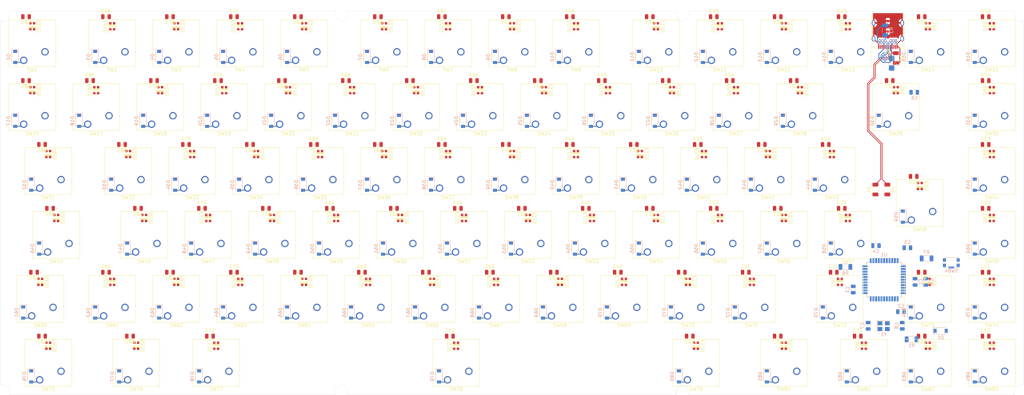
<source format=kicad_pcb>
(kicad_pcb (version 20171130) (host pcbnew 5.1.10)

  (general
    (thickness 1.6)
    (drawings 32)
    (tracks 261)
    (zones 0)
    (modules 354)
    (nets 216)
  )

  (page A3)
  (layers
    (0 F.Cu signal)
    (31 B.Cu signal)
    (32 B.Adhes user)
    (33 F.Adhes user)
    (34 B.Paste user)
    (35 F.Paste user)
    (36 B.SilkS user)
    (37 F.SilkS user)
    (38 B.Mask user)
    (39 F.Mask user)
    (40 Dwgs.User user)
    (41 Cmts.User user)
    (42 Eco1.User user)
    (43 Eco2.User user)
    (44 Edge.Cuts user)
    (45 Margin user)
    (46 B.CrtYd user)
    (47 F.CrtYd user)
    (48 B.Fab user)
    (49 F.Fab user)
  )

  (setup
    (last_trace_width 0.25)
    (trace_clearance 0.2)
    (zone_clearance 0.508)
    (zone_45_only no)
    (trace_min 0.2)
    (via_size 0.8)
    (via_drill 0.4)
    (via_min_size 0.6)
    (via_min_drill 0.3)
    (uvia_size 0.3)
    (uvia_drill 0.1)
    (uvias_allowed no)
    (uvia_min_size 0.2)
    (uvia_min_drill 0.1)
    (edge_width 0.05)
    (segment_width 0.2)
    (pcb_text_width 0.3)
    (pcb_text_size 1.5 1.5)
    (mod_edge_width 0.12)
    (mod_text_size 1 1)
    (mod_text_width 0.15)
    (pad_size 1.524 1.524)
    (pad_drill 0.762)
    (pad_to_mask_clearance 0.051)
    (solder_mask_min_width 0.25)
    (aux_axis_origin 0 0)
    (visible_elements FFFFF77F)
    (pcbplotparams
      (layerselection 0x010fc_ffffffff)
      (usegerberextensions false)
      (usegerberattributes false)
      (usegerberadvancedattributes false)
      (creategerberjobfile false)
      (excludeedgelayer true)
      (linewidth 0.100000)
      (plotframeref false)
      (viasonmask false)
      (mode 1)
      (useauxorigin false)
      (hpglpennumber 1)
      (hpglpenspeed 20)
      (hpglpendiameter 15.000000)
      (psnegative false)
      (psa4output false)
      (plotreference true)
      (plotvalue true)
      (plotinvisibletext false)
      (padsonsilk false)
      (subtractmaskfromsilk false)
      (outputformat 1)
      (mirror false)
      (drillshape 1)
      (scaleselection 1)
      (outputdirectory ""))
  )

  (net 0 "")
  (net 1 GND)
  (net 2 +5V)
  (net 3 "Net-(C7-Pad1)")
  (net 4 "Net-(C8-Pad2)")
  (net 5 "Net-(C9-Pad1)")
  (net 6 RST)
  (net 7 ROW0)
  (net 8 "Net-(D2-Pad2)")
  (net 9 "Net-(D3-Pad2)")
  (net 10 "Net-(D4-Pad2)")
  (net 11 "Net-(D5-Pad2)")
  (net 12 "Net-(D6-Pad2)")
  (net 13 "Net-(D7-Pad2)")
  (net 14 "Net-(D8-Pad2)")
  (net 15 "Net-(D9-Pad2)")
  (net 16 "Net-(D10-Pad2)")
  (net 17 "Net-(D11-Pad2)")
  (net 18 "Net-(D12-Pad2)")
  (net 19 "Net-(D13-Pad2)")
  (net 20 "Net-(D14-Pad2)")
  (net 21 "Net-(D15-Pad2)")
  (net 22 "Net-(D16-Pad2)")
  (net 23 ROW1)
  (net 24 "Net-(D17-Pad2)")
  (net 25 "Net-(D18-Pad2)")
  (net 26 "Net-(D19-Pad2)")
  (net 27 "Net-(D20-Pad2)")
  (net 28 "Net-(D21-Pad2)")
  (net 29 "Net-(D22-Pad2)")
  (net 30 "Net-(D23-Pad2)")
  (net 31 "Net-(D24-Pad2)")
  (net 32 "Net-(D25-Pad2)")
  (net 33 "Net-(D26-Pad2)")
  (net 34 "Net-(D27-Pad2)")
  (net 35 "Net-(D28-Pad2)")
  (net 36 "Net-(D29-Pad2)")
  (net 37 "Net-(D30-Pad2)")
  (net 38 "Net-(D31-Pad2)")
  (net 39 "Net-(D32-Pad2)")
  (net 40 ROW2)
  (net 41 "Net-(D33-Pad2)")
  (net 42 "Net-(D34-Pad2)")
  (net 43 "Net-(D35-Pad2)")
  (net 44 "Net-(D36-Pad2)")
  (net 45 "Net-(D37-Pad2)")
  (net 46 "Net-(D38-Pad2)")
  (net 47 "Net-(D39-Pad2)")
  (net 48 "Net-(D40-Pad2)")
  (net 49 "Net-(D41-Pad2)")
  (net 50 "Net-(D42-Pad2)")
  (net 51 "Net-(D43-Pad2)")
  (net 52 "Net-(D44-Pad2)")
  (net 53 "Net-(D45-Pad2)")
  (net 54 "Net-(D46-Pad2)")
  (net 55 ROW3)
  (net 56 "Net-(D47-Pad2)")
  (net 57 "Net-(D48-Pad2)")
  (net 58 "Net-(D49-Pad2)")
  (net 59 "Net-(D50-Pad2)")
  (net 60 "Net-(D51-Pad2)")
  (net 61 "Net-(D52-Pad2)")
  (net 62 "Net-(D53-Pad2)")
  (net 63 "Net-(D54-Pad2)")
  (net 64 "Net-(D55-Pad2)")
  (net 65 "Net-(D56-Pad2)")
  (net 66 "Net-(D57-Pad2)")
  (net 67 "Net-(D58-Pad2)")
  (net 68 "Net-(D59-Pad2)")
  (net 69 "Net-(D60-Pad2)")
  (net 70 ROW4)
  (net 71 "Net-(D61-Pad2)")
  (net 72 "Net-(D62-Pad2)")
  (net 73 "Net-(D63-Pad2)")
  (net 74 "Net-(D64-Pad2)")
  (net 75 "Net-(D65-Pad2)")
  (net 76 "Net-(D66-Pad2)")
  (net 77 "Net-(D67-Pad2)")
  (net 78 "Net-(D68-Pad2)")
  (net 79 "Net-(D69-Pad2)")
  (net 80 "Net-(D70-Pad2)")
  (net 81 "Net-(D71-Pad2)")
  (net 82 "Net-(D72-Pad2)")
  (net 83 "Net-(D73-Pad2)")
  (net 84 "Net-(D74-Pad2)")
  (net 85 "Net-(D75-Pad2)")
  (net 86 ROW5)
  (net 87 "Net-(D76-Pad2)")
  (net 88 "Net-(D77-Pad2)")
  (net 89 "Net-(D78-Pad2)")
  (net 90 "Net-(D79-Pad2)")
  (net 91 "Net-(D80-Pad2)")
  (net 92 "Net-(D81-Pad2)")
  (net 93 "Net-(D82-Pad2)")
  (net 94 "Net-(D83-Pad2)")
  (net 95 "Net-(D84-Pad2)")
  (net 96 "Net-(D85-Pad2)")
  (net 97 DIN)
  (net 98 "Net-(D86-Pad2)")
  (net 99 "Net-(D87-Pad2)")
  (net 100 "Net-(D88-Pad2)")
  (net 101 "Net-(D89-Pad2)")
  (net 102 "Net-(D90-Pad2)")
  (net 103 "Net-(D91-Pad2)")
  (net 104 "Net-(D92-Pad2)")
  (net 105 "Net-(D93-Pad2)")
  (net 106 "Net-(D94-Pad2)")
  (net 107 "Net-(D95-Pad2)")
  (net 108 "Net-(D96-Pad2)")
  (net 109 "Net-(D97-Pad2)")
  (net 110 "Net-(D98-Pad2)")
  (net 111 "Net-(D100-Pad4)")
  (net 112 "Net-(D100-Pad2)")
  (net 113 "Net-(D101-Pad2)")
  (net 114 "Net-(D102-Pad2)")
  (net 115 "Net-(D103-Pad2)")
  (net 116 "Net-(D104-Pad2)")
  (net 117 "Net-(D105-Pad2)")
  (net 118 "Net-(D106-Pad2)")
  (net 119 "Net-(D107-Pad2)")
  (net 120 "Net-(D108-Pad2)")
  (net 121 "Net-(D109-Pad2)")
  (net 122 "Net-(D110-Pad2)")
  (net 123 "Net-(D111-Pad2)")
  (net 124 "Net-(D112-Pad2)")
  (net 125 "Net-(D113-Pad2)")
  (net 126 "Net-(D114-Pad2)")
  (net 127 "Net-(D115-Pad2)")
  (net 128 "Net-(D116-Pad2)")
  (net 129 "Net-(D117-Pad2)")
  (net 130 "Net-(D118-Pad2)")
  (net 131 "Net-(D119-Pad2)")
  (net 132 "Net-(D120-Pad2)")
  (net 133 "Net-(D121-Pad2)")
  (net 134 "Net-(D122-Pad2)")
  (net 135 "Net-(D123-Pad2)")
  (net 136 "Net-(D124-Pad2)")
  (net 137 "Net-(D125-Pad2)")
  (net 138 "Net-(D126-Pad2)")
  (net 139 "Net-(D127-Pad2)")
  (net 140 "Net-(D128-Pad2)")
  (net 141 "Net-(D129-Pad2)")
  (net 142 "Net-(D130-Pad2)")
  (net 143 "Net-(D131-Pad2)")
  (net 144 "Net-(D132-Pad2)")
  (net 145 "Net-(D133-Pad2)")
  (net 146 "Net-(D134-Pad2)")
  (net 147 "Net-(D135-Pad2)")
  (net 148 "Net-(D136-Pad2)")
  (net 149 "Net-(D137-Pad2)")
  (net 150 "Net-(D138-Pad2)")
  (net 151 "Net-(D139-Pad2)")
  (net 152 "Net-(D140-Pad2)")
  (net 153 "Net-(D141-Pad2)")
  (net 154 "Net-(D142-Pad2)")
  (net 155 "Net-(D143-Pad2)")
  (net 156 "Net-(D144-Pad2)")
  (net 157 "Net-(D145-Pad2)")
  (net 158 "Net-(D146-Pad2)")
  (net 159 "Net-(D147-Pad2)")
  (net 160 "Net-(D148-Pad2)")
  (net 161 "Net-(D149-Pad2)")
  (net 162 "Net-(D150-Pad2)")
  (net 163 "Net-(D151-Pad2)")
  (net 164 "Net-(D152-Pad2)")
  (net 165 "Net-(D153-Pad2)")
  (net 166 "Net-(D154-Pad2)")
  (net 167 "Net-(D155-Pad2)")
  (net 168 "Net-(D156-Pad2)")
  (net 169 "Net-(D157-Pad2)")
  (net 170 "Net-(D158-Pad2)")
  (net 171 "Net-(D159-Pad2)")
  (net 172 "Net-(D160-Pad2)")
  (net 173 "Net-(D161-Pad2)")
  (net 174 "Net-(D162-Pad2)")
  (net 175 "Net-(D163-Pad2)")
  (net 176 "Net-(D164-Pad2)")
  (net 177 "Net-(D165-Pad2)")
  (net 178 "Net-(D166-Pad2)")
  (net 179 "Net-(D167-Pad2)")
  (net 180 "Net-(F1-Pad2)")
  (net 181 COL02)
  (net 182 COL00)
  (net 183 COL01)
  (net 184 D-)
  (net 185 D+)
  (net 186 "Net-(R6-Pad2)")
  (net 187 COL03)
  (net 188 COL04)
  (net 189 COL06)
  (net 190 COL07)
  (net 191 COL08)
  (net 192 COL09)
  (net 193 COL10)
  (net 194 COL11)
  (net 195 COL12)
  (net 196 COL13)
  (net 197 COL14)
  (net 198 COL15)
  (net 199 COL05)
  (net 200 "Net-(U1-Pad1)")
  (net 201 "Net-(U1-Pad8)")
  (net 202 "Net-(U1-Pad42)")
  (net 203 "Net-(R7-Pad2)")
  (net 204 "Net-(J1-PadB11)")
  (net 205 "Net-(J1-PadB2)")
  (net 206 "Net-(J1-PadB5)")
  (net 207 "Net-(J1-PadB8)")
  (net 208 "Net-(J1-PadB3)")
  (net 209 "Net-(J1-PadB10)")
  (net 210 "Net-(J1-PadA2)")
  (net 211 "Net-(J1-PadA3)")
  (net 212 "Net-(J1-PadA5)")
  (net 213 "Net-(J1-PadA8)")
  (net 214 "Net-(J1-PadA10)")
  (net 215 "Net-(J1-PadA11)")

  (net_class Default "Dies ist die voreingestellte Netzklasse."
    (clearance 0.2)
    (trace_width 0.25)
    (via_dia 0.8)
    (via_drill 0.4)
    (uvia_dia 0.3)
    (uvia_drill 0.1)
    (add_net +5V)
    (add_net COL00)
    (add_net COL01)
    (add_net COL02)
    (add_net COL03)
    (add_net COL04)
    (add_net COL05)
    (add_net COL06)
    (add_net COL07)
    (add_net COL08)
    (add_net COL09)
    (add_net COL10)
    (add_net COL11)
    (add_net COL12)
    (add_net COL13)
    (add_net COL14)
    (add_net COL15)
    (add_net D+)
    (add_net D-)
    (add_net DIN)
    (add_net GND)
    (add_net "Net-(C7-Pad1)")
    (add_net "Net-(C8-Pad2)")
    (add_net "Net-(C9-Pad1)")
    (add_net "Net-(D10-Pad2)")
    (add_net "Net-(D100-Pad2)")
    (add_net "Net-(D100-Pad4)")
    (add_net "Net-(D101-Pad2)")
    (add_net "Net-(D102-Pad2)")
    (add_net "Net-(D103-Pad2)")
    (add_net "Net-(D104-Pad2)")
    (add_net "Net-(D105-Pad2)")
    (add_net "Net-(D106-Pad2)")
    (add_net "Net-(D107-Pad2)")
    (add_net "Net-(D108-Pad2)")
    (add_net "Net-(D109-Pad2)")
    (add_net "Net-(D11-Pad2)")
    (add_net "Net-(D110-Pad2)")
    (add_net "Net-(D111-Pad2)")
    (add_net "Net-(D112-Pad2)")
    (add_net "Net-(D113-Pad2)")
    (add_net "Net-(D114-Pad2)")
    (add_net "Net-(D115-Pad2)")
    (add_net "Net-(D116-Pad2)")
    (add_net "Net-(D117-Pad2)")
    (add_net "Net-(D118-Pad2)")
    (add_net "Net-(D119-Pad2)")
    (add_net "Net-(D12-Pad2)")
    (add_net "Net-(D120-Pad2)")
    (add_net "Net-(D121-Pad2)")
    (add_net "Net-(D122-Pad2)")
    (add_net "Net-(D123-Pad2)")
    (add_net "Net-(D124-Pad2)")
    (add_net "Net-(D125-Pad2)")
    (add_net "Net-(D126-Pad2)")
    (add_net "Net-(D127-Pad2)")
    (add_net "Net-(D128-Pad2)")
    (add_net "Net-(D129-Pad2)")
    (add_net "Net-(D13-Pad2)")
    (add_net "Net-(D130-Pad2)")
    (add_net "Net-(D131-Pad2)")
    (add_net "Net-(D132-Pad2)")
    (add_net "Net-(D133-Pad2)")
    (add_net "Net-(D134-Pad2)")
    (add_net "Net-(D135-Pad2)")
    (add_net "Net-(D136-Pad2)")
    (add_net "Net-(D137-Pad2)")
    (add_net "Net-(D138-Pad2)")
    (add_net "Net-(D139-Pad2)")
    (add_net "Net-(D14-Pad2)")
    (add_net "Net-(D140-Pad2)")
    (add_net "Net-(D141-Pad2)")
    (add_net "Net-(D142-Pad2)")
    (add_net "Net-(D143-Pad2)")
    (add_net "Net-(D144-Pad2)")
    (add_net "Net-(D145-Pad2)")
    (add_net "Net-(D146-Pad2)")
    (add_net "Net-(D147-Pad2)")
    (add_net "Net-(D148-Pad2)")
    (add_net "Net-(D149-Pad2)")
    (add_net "Net-(D15-Pad2)")
    (add_net "Net-(D150-Pad2)")
    (add_net "Net-(D151-Pad2)")
    (add_net "Net-(D152-Pad2)")
    (add_net "Net-(D153-Pad2)")
    (add_net "Net-(D154-Pad2)")
    (add_net "Net-(D155-Pad2)")
    (add_net "Net-(D156-Pad2)")
    (add_net "Net-(D157-Pad2)")
    (add_net "Net-(D158-Pad2)")
    (add_net "Net-(D159-Pad2)")
    (add_net "Net-(D16-Pad2)")
    (add_net "Net-(D160-Pad2)")
    (add_net "Net-(D161-Pad2)")
    (add_net "Net-(D162-Pad2)")
    (add_net "Net-(D163-Pad2)")
    (add_net "Net-(D164-Pad2)")
    (add_net "Net-(D165-Pad2)")
    (add_net "Net-(D166-Pad2)")
    (add_net "Net-(D167-Pad2)")
    (add_net "Net-(D17-Pad2)")
    (add_net "Net-(D18-Pad2)")
    (add_net "Net-(D19-Pad2)")
    (add_net "Net-(D2-Pad2)")
    (add_net "Net-(D20-Pad2)")
    (add_net "Net-(D21-Pad2)")
    (add_net "Net-(D22-Pad2)")
    (add_net "Net-(D23-Pad2)")
    (add_net "Net-(D24-Pad2)")
    (add_net "Net-(D25-Pad2)")
    (add_net "Net-(D26-Pad2)")
    (add_net "Net-(D27-Pad2)")
    (add_net "Net-(D28-Pad2)")
    (add_net "Net-(D29-Pad2)")
    (add_net "Net-(D3-Pad2)")
    (add_net "Net-(D30-Pad2)")
    (add_net "Net-(D31-Pad2)")
    (add_net "Net-(D32-Pad2)")
    (add_net "Net-(D33-Pad2)")
    (add_net "Net-(D34-Pad2)")
    (add_net "Net-(D35-Pad2)")
    (add_net "Net-(D36-Pad2)")
    (add_net "Net-(D37-Pad2)")
    (add_net "Net-(D38-Pad2)")
    (add_net "Net-(D39-Pad2)")
    (add_net "Net-(D4-Pad2)")
    (add_net "Net-(D40-Pad2)")
    (add_net "Net-(D41-Pad2)")
    (add_net "Net-(D42-Pad2)")
    (add_net "Net-(D43-Pad2)")
    (add_net "Net-(D44-Pad2)")
    (add_net "Net-(D45-Pad2)")
    (add_net "Net-(D46-Pad2)")
    (add_net "Net-(D47-Pad2)")
    (add_net "Net-(D48-Pad2)")
    (add_net "Net-(D49-Pad2)")
    (add_net "Net-(D5-Pad2)")
    (add_net "Net-(D50-Pad2)")
    (add_net "Net-(D51-Pad2)")
    (add_net "Net-(D52-Pad2)")
    (add_net "Net-(D53-Pad2)")
    (add_net "Net-(D54-Pad2)")
    (add_net "Net-(D55-Pad2)")
    (add_net "Net-(D56-Pad2)")
    (add_net "Net-(D57-Pad2)")
    (add_net "Net-(D58-Pad2)")
    (add_net "Net-(D59-Pad2)")
    (add_net "Net-(D6-Pad2)")
    (add_net "Net-(D60-Pad2)")
    (add_net "Net-(D61-Pad2)")
    (add_net "Net-(D62-Pad2)")
    (add_net "Net-(D63-Pad2)")
    (add_net "Net-(D64-Pad2)")
    (add_net "Net-(D65-Pad2)")
    (add_net "Net-(D66-Pad2)")
    (add_net "Net-(D67-Pad2)")
    (add_net "Net-(D68-Pad2)")
    (add_net "Net-(D69-Pad2)")
    (add_net "Net-(D7-Pad2)")
    (add_net "Net-(D70-Pad2)")
    (add_net "Net-(D71-Pad2)")
    (add_net "Net-(D72-Pad2)")
    (add_net "Net-(D73-Pad2)")
    (add_net "Net-(D74-Pad2)")
    (add_net "Net-(D75-Pad2)")
    (add_net "Net-(D76-Pad2)")
    (add_net "Net-(D77-Pad2)")
    (add_net "Net-(D78-Pad2)")
    (add_net "Net-(D79-Pad2)")
    (add_net "Net-(D8-Pad2)")
    (add_net "Net-(D80-Pad2)")
    (add_net "Net-(D81-Pad2)")
    (add_net "Net-(D82-Pad2)")
    (add_net "Net-(D83-Pad2)")
    (add_net "Net-(D84-Pad2)")
    (add_net "Net-(D85-Pad2)")
    (add_net "Net-(D86-Pad2)")
    (add_net "Net-(D87-Pad2)")
    (add_net "Net-(D88-Pad2)")
    (add_net "Net-(D89-Pad2)")
    (add_net "Net-(D9-Pad2)")
    (add_net "Net-(D90-Pad2)")
    (add_net "Net-(D91-Pad2)")
    (add_net "Net-(D92-Pad2)")
    (add_net "Net-(D93-Pad2)")
    (add_net "Net-(D94-Pad2)")
    (add_net "Net-(D95-Pad2)")
    (add_net "Net-(D96-Pad2)")
    (add_net "Net-(D97-Pad2)")
    (add_net "Net-(D98-Pad2)")
    (add_net "Net-(F1-Pad2)")
    (add_net "Net-(J1-PadA10)")
    (add_net "Net-(J1-PadA11)")
    (add_net "Net-(J1-PadA2)")
    (add_net "Net-(J1-PadA3)")
    (add_net "Net-(J1-PadA5)")
    (add_net "Net-(J1-PadA8)")
    (add_net "Net-(J1-PadB10)")
    (add_net "Net-(J1-PadB11)")
    (add_net "Net-(J1-PadB2)")
    (add_net "Net-(J1-PadB3)")
    (add_net "Net-(J1-PadB5)")
    (add_net "Net-(J1-PadB8)")
    (add_net "Net-(R6-Pad2)")
    (add_net "Net-(R7-Pad2)")
    (add_net "Net-(U1-Pad1)")
    (add_net "Net-(U1-Pad42)")
    (add_net "Net-(U1-Pad8)")
    (add_net ROW0)
    (add_net ROW1)
    (add_net ROW2)
    (add_net ROW3)
    (add_net ROW4)
    (add_net ROW5)
    (add_net RST)
  )

  (module Crystal:Crystal_SMD_3225-4Pin_3.2x2.5mm (layer B.Cu) (tedit 5A0FD1B2) (tstamp 5F1B5622)
    (at 301.17 131.96)
    (descr "SMD Crystal SERIES SMD3225/4 http://www.txccrystal.com/images/pdf/7m-accuracy.pdf, 3.2x2.5mm^2 package")
    (tags "SMD SMT crystal")
    (path /5F294622)
    (attr smd)
    (fp_text reference Y1 (at 0 2.45) (layer B.SilkS)
      (effects (font (size 1 1) (thickness 0.15)) (justify mirror))
    )
    (fp_text value 16MHz (at 0 -2.45) (layer B.Fab)
      (effects (font (size 1 1) (thickness 0.15)) (justify mirror))
    )
    (fp_text user %R (at 0 0) (layer B.Fab)
      (effects (font (size 0.7 0.7) (thickness 0.105)) (justify mirror))
    )
    (fp_line (start -1.6 1.25) (end -1.6 -1.25) (layer B.Fab) (width 0.1))
    (fp_line (start -1.6 -1.25) (end 1.6 -1.25) (layer B.Fab) (width 0.1))
    (fp_line (start 1.6 -1.25) (end 1.6 1.25) (layer B.Fab) (width 0.1))
    (fp_line (start 1.6 1.25) (end -1.6 1.25) (layer B.Fab) (width 0.1))
    (fp_line (start -1.6 -0.25) (end -0.6 -1.25) (layer B.Fab) (width 0.1))
    (fp_line (start -2 1.65) (end -2 -1.65) (layer B.SilkS) (width 0.12))
    (fp_line (start -2 -1.65) (end 2 -1.65) (layer B.SilkS) (width 0.12))
    (fp_line (start -2.1 1.7) (end -2.1 -1.7) (layer B.CrtYd) (width 0.05))
    (fp_line (start -2.1 -1.7) (end 2.1 -1.7) (layer B.CrtYd) (width 0.05))
    (fp_line (start 2.1 -1.7) (end 2.1 1.7) (layer B.CrtYd) (width 0.05))
    (fp_line (start 2.1 1.7) (end -2.1 1.7) (layer B.CrtYd) (width 0.05))
    (pad 4 smd rect (at -1.1 0.85) (size 1.4 1.2) (layers B.Cu B.Paste B.Mask)
      (net 1 GND))
    (pad 3 smd rect (at 1.1 0.85) (size 1.4 1.2) (layers B.Cu B.Paste B.Mask)
      (net 4 "Net-(C8-Pad2)"))
    (pad 2 smd rect (at 1.1 -0.85) (size 1.4 1.2) (layers B.Cu B.Paste B.Mask)
      (net 1 GND))
    (pad 1 smd rect (at -1.1 -0.85) (size 1.4 1.2) (layers B.Cu B.Paste B.Mask)
      (net 3 "Net-(C7-Pad1)"))
    (model ${KISYS3DMOD}/Crystal.3dshapes/Crystal_SMD_3225-4Pin_3.2x2.5mm.wrl
      (at (xyz 0 0 0))
      (scale (xyz 1 1 1))
      (rotate (xyz 0 0 0))
    )
  )

  (module Button_Switch_SMD:SW_Push_1P1T-SH_NO_CK_KMR2xxG (layer B.Cu) (tedit 5D8D2A01) (tstamp 60EE10F7)
    (at 321.31 113.03)
    (descr "CK components KMR2 tactile switch with ground pin http://www.ckswitches.com/media/1479/kmr2.pdf")
    (tags "tactile switch kmr2")
    (path /60FEE33A)
    (attr smd)
    (fp_text reference SW84 (at 0 2.45) (layer B.SilkS)
      (effects (font (size 1 1) (thickness 0.15)) (justify mirror))
    )
    (fp_text value SW_Push (at 0 -2.55) (layer B.Fab)
      (effects (font (size 1 1) (thickness 0.15)) (justify mirror))
    )
    (fp_text user %R (at 0 2.45) (layer B.Fab)
      (effects (font (size 1 1) (thickness 0.15)) (justify mirror))
    )
    (fp_line (start -2.2 -0.05) (end -2.2 0.05) (layer B.SilkS) (width 0.12))
    (fp_line (start 2.2 1.55) (end 1.15 1.55) (layer B.SilkS) (width 0.12))
    (fp_line (start -2.2 -1.55) (end 2.2 -1.55) (layer B.SilkS) (width 0.12))
    (fp_circle (center 0 0) (end 0 -0.8) (layer B.Fab) (width 0.1))
    (fp_line (start -2.8 -1.8) (end -2.8 1.8) (layer B.CrtYd) (width 0.05))
    (fp_line (start 2.8 -1.8) (end -2.8 -1.8) (layer B.CrtYd) (width 0.05))
    (fp_line (start 2.8 1.8) (end 2.8 -1.8) (layer B.CrtYd) (width 0.05))
    (fp_line (start -2.8 1.8) (end 2.8 1.8) (layer B.CrtYd) (width 0.05))
    (fp_line (start 2.2 -0.05) (end 2.2 0.05) (layer B.SilkS) (width 0.12))
    (fp_line (start -2.1 -1.4) (end -2.1 1.4) (layer B.Fab) (width 0.1))
    (fp_line (start 2.1 -1.4) (end -2.1 -1.4) (layer B.Fab) (width 0.1))
    (fp_line (start 2.1 1.4) (end 2.1 -1.4) (layer B.Fab) (width 0.1))
    (fp_line (start -2.1 1.4) (end 2.1 1.4) (layer B.Fab) (width 0.1))
    (fp_line (start -1.15 1.55) (end -2.2 1.55) (layer B.SilkS) (width 0.12))
    (pad SH smd rect (at 0 1.425) (size 1.7 0.55) (layers B.Cu B.Paste B.Mask))
    (pad 1 smd rect (at -2.05 0.8) (size 0.9 1) (layers B.Cu B.Paste B.Mask)
      (net 6 RST))
    (pad 2 smd rect (at -2.05 -0.8) (size 0.9 1) (layers B.Cu B.Paste B.Mask)
      (net 1 GND))
    (pad 1 smd rect (at 2.05 0.8) (size 0.9 1) (layers B.Cu B.Paste B.Mask)
      (net 6 RST))
    (pad 2 smd rect (at 2.05 -0.8) (size 0.9 1) (layers B.Cu B.Paste B.Mask)
      (net 1 GND))
    (model ${KISYS3DMOD}/Button_Switch_SMD.3dshapes/SW_Push_1P1T-SH_NO_CK_KMR2xxG.wrl
      (at (xyz 0 0 0))
      (scale (xyz 1 1 1))
      (rotate (xyz 0 0 0))
    )
  )

  (module Resistor_SMD:R_1206_3216Metric (layer B.Cu) (tedit 5F68FEEE) (tstamp 5F26397F)
    (at 313.944 111.76 180)
    (descr "Resistor SMD 1206 (3216 Metric), square (rectangular) end terminal, IPC_7351 nominal, (Body size source: IPC-SM-782 page 72, https://www.pcb-3d.com/wordpress/wp-content/uploads/ipc-sm-782a_amendment_1_and_2.pdf), generated with kicad-footprint-generator")
    (tags resistor)
    (path /5F259898)
    (attr smd)
    (fp_text reference R7 (at 0 1.82) (layer B.SilkS)
      (effects (font (size 1 1) (thickness 0.15)) (justify mirror))
    )
    (fp_text value 470 (at 0 -1.82) (layer B.Fab)
      (effects (font (size 1 1) (thickness 0.15)) (justify mirror))
    )
    (fp_text user %R (at 0 0) (layer B.Fab)
      (effects (font (size 0.8 0.8) (thickness 0.12)) (justify mirror))
    )
    (fp_line (start -1.6 -0.8) (end -1.6 0.8) (layer B.Fab) (width 0.1))
    (fp_line (start -1.6 0.8) (end 1.6 0.8) (layer B.Fab) (width 0.1))
    (fp_line (start 1.6 0.8) (end 1.6 -0.8) (layer B.Fab) (width 0.1))
    (fp_line (start 1.6 -0.8) (end -1.6 -0.8) (layer B.Fab) (width 0.1))
    (fp_line (start -0.727064 0.91) (end 0.727064 0.91) (layer B.SilkS) (width 0.12))
    (fp_line (start -0.727064 -0.91) (end 0.727064 -0.91) (layer B.SilkS) (width 0.12))
    (fp_line (start -2.28 -1.12) (end -2.28 1.12) (layer B.CrtYd) (width 0.05))
    (fp_line (start -2.28 1.12) (end 2.28 1.12) (layer B.CrtYd) (width 0.05))
    (fp_line (start 2.28 1.12) (end 2.28 -1.12) (layer B.CrtYd) (width 0.05))
    (fp_line (start 2.28 -1.12) (end -2.28 -1.12) (layer B.CrtYd) (width 0.05))
    (pad 2 smd roundrect (at 1.4625 0 180) (size 1.125 1.75) (layers B.Cu B.Paste B.Mask) (roundrect_rratio 0.222222)
      (net 203 "Net-(R7-Pad2)"))
    (pad 1 smd roundrect (at -1.4625 0 180) (size 1.125 1.75) (layers B.Cu B.Paste B.Mask) (roundrect_rratio 0.222222)
      (net 97 DIN))
    (model ${KISYS3DMOD}/Resistor_SMD.3dshapes/R_1206_3216Metric.wrl
      (at (xyz 0 0 0))
      (scale (xyz 1 1 1))
      (rotate (xyz 0 0 0))
    )
  )

  (module Resistor_SMD:R_1206_3216Metric (layer B.Cu) (tedit 5F68FEEE) (tstamp 5F15FF29)
    (at 289.7775 114.3)
    (descr "Resistor SMD 1206 (3216 Metric), square (rectangular) end terminal, IPC_7351 nominal, (Body size source: IPC-SM-782 page 72, https://www.pcb-3d.com/wordpress/wp-content/uploads/ipc-sm-782a_amendment_1_and_2.pdf), generated with kicad-footprint-generator")
    (tags resistor)
    (path /5F0D539D)
    (attr smd)
    (fp_text reference R6 (at 0 1.82) (layer B.SilkS)
      (effects (font (size 1 1) (thickness 0.15)) (justify mirror))
    )
    (fp_text value 10k (at 0 -1.82) (layer B.Fab)
      (effects (font (size 1 1) (thickness 0.15)) (justify mirror))
    )
    (fp_text user %R (at 0 0) (layer B.Fab)
      (effects (font (size 0.8 0.8) (thickness 0.12)) (justify mirror))
    )
    (fp_line (start -1.6 -0.8) (end -1.6 0.8) (layer B.Fab) (width 0.1))
    (fp_line (start -1.6 0.8) (end 1.6 0.8) (layer B.Fab) (width 0.1))
    (fp_line (start 1.6 0.8) (end 1.6 -0.8) (layer B.Fab) (width 0.1))
    (fp_line (start 1.6 -0.8) (end -1.6 -0.8) (layer B.Fab) (width 0.1))
    (fp_line (start -0.727064 0.91) (end 0.727064 0.91) (layer B.SilkS) (width 0.12))
    (fp_line (start -0.727064 -0.91) (end 0.727064 -0.91) (layer B.SilkS) (width 0.12))
    (fp_line (start -2.28 -1.12) (end -2.28 1.12) (layer B.CrtYd) (width 0.05))
    (fp_line (start -2.28 1.12) (end 2.28 1.12) (layer B.CrtYd) (width 0.05))
    (fp_line (start 2.28 1.12) (end 2.28 -1.12) (layer B.CrtYd) (width 0.05))
    (fp_line (start 2.28 -1.12) (end -2.28 -1.12) (layer B.CrtYd) (width 0.05))
    (pad 2 smd roundrect (at 1.4625 0) (size 1.125 1.75) (layers B.Cu B.Paste B.Mask) (roundrect_rratio 0.222222)
      (net 186 "Net-(R6-Pad2)"))
    (pad 1 smd roundrect (at -1.4625 0) (size 1.125 1.75) (layers B.Cu B.Paste B.Mask) (roundrect_rratio 0.222222)
      (net 1 GND))
    (model ${KISYS3DMOD}/Resistor_SMD.3dshapes/R_1206_3216Metric.wrl
      (at (xyz 0 0 0))
      (scale (xyz 1 1 1))
      (rotate (xyz 0 0 0))
    )
  )

  (module Resistor_SMD:R_1206_3216Metric (layer F.Cu) (tedit 5F68FEEE) (tstamp 5F37A863)
    (at 298.704 91.2225 90)
    (descr "Resistor SMD 1206 (3216 Metric), square (rectangular) end terminal, IPC_7351 nominal, (Body size source: IPC-SM-782 page 72, https://www.pcb-3d.com/wordpress/wp-content/uploads/ipc-sm-782a_amendment_1_and_2.pdf), generated with kicad-footprint-generator")
    (tags resistor)
    (path /5F0B5901)
    (attr smd)
    (fp_text reference R5 (at 0 -1.82 90) (layer F.SilkS)
      (effects (font (size 1 1) (thickness 0.15)))
    )
    (fp_text value 22 (at 0 1.82 90) (layer F.Fab)
      (effects (font (size 1 1) (thickness 0.15)))
    )
    (fp_text user %R (at 0 0 90) (layer F.Fab)
      (effects (font (size 0.8 0.8) (thickness 0.12)))
    )
    (fp_line (start -1.6 0.8) (end -1.6 -0.8) (layer F.Fab) (width 0.1))
    (fp_line (start -1.6 -0.8) (end 1.6 -0.8) (layer F.Fab) (width 0.1))
    (fp_line (start 1.6 -0.8) (end 1.6 0.8) (layer F.Fab) (width 0.1))
    (fp_line (start 1.6 0.8) (end -1.6 0.8) (layer F.Fab) (width 0.1))
    (fp_line (start -0.727064 -0.91) (end 0.727064 -0.91) (layer F.SilkS) (width 0.12))
    (fp_line (start -0.727064 0.91) (end 0.727064 0.91) (layer F.SilkS) (width 0.12))
    (fp_line (start -2.28 1.12) (end -2.28 -1.12) (layer F.CrtYd) (width 0.05))
    (fp_line (start -2.28 -1.12) (end 2.28 -1.12) (layer F.CrtYd) (width 0.05))
    (fp_line (start 2.28 -1.12) (end 2.28 1.12) (layer F.CrtYd) (width 0.05))
    (fp_line (start 2.28 1.12) (end -2.28 1.12) (layer F.CrtYd) (width 0.05))
    (pad 2 smd roundrect (at 1.4625 0 90) (size 1.125 1.75) (layers F.Cu F.Paste F.Mask) (roundrect_rratio 0.222222)
      (net 184 D-))
    (pad 1 smd roundrect (at -1.4625 0 90) (size 1.125 1.75) (layers F.Cu F.Paste F.Mask) (roundrect_rratio 0.222222)
      (net 184 D-))
    (model ${KISYS3DMOD}/Resistor_SMD.3dshapes/R_1206_3216Metric.wrl
      (at (xyz 0 0 0))
      (scale (xyz 1 1 1))
      (rotate (xyz 0 0 0))
    )
  )

  (module Resistor_SMD:R_1206_3216Metric (layer F.Cu) (tedit 5F68FEEE) (tstamp 5F1B58E4)
    (at 302.26 91.2225 270)
    (descr "Resistor SMD 1206 (3216 Metric), square (rectangular) end terminal, IPC_7351 nominal, (Body size source: IPC-SM-782 page 72, https://www.pcb-3d.com/wordpress/wp-content/uploads/ipc-sm-782a_amendment_1_and_2.pdf), generated with kicad-footprint-generator")
    (tags resistor)
    (path /5F0AD349)
    (attr smd)
    (fp_text reference R4 (at 0 -1.82 90) (layer F.SilkS)
      (effects (font (size 1 1) (thickness 0.15)))
    )
    (fp_text value 22 (at 0 1.82 90) (layer F.Fab)
      (effects (font (size 1 1) (thickness 0.15)))
    )
    (fp_text user %R (at 0 0 90) (layer F.Fab)
      (effects (font (size 0.8 0.8) (thickness 0.12)))
    )
    (fp_line (start -1.6 0.8) (end -1.6 -0.8) (layer F.Fab) (width 0.1))
    (fp_line (start -1.6 -0.8) (end 1.6 -0.8) (layer F.Fab) (width 0.1))
    (fp_line (start 1.6 -0.8) (end 1.6 0.8) (layer F.Fab) (width 0.1))
    (fp_line (start 1.6 0.8) (end -1.6 0.8) (layer F.Fab) (width 0.1))
    (fp_line (start -0.727064 -0.91) (end 0.727064 -0.91) (layer F.SilkS) (width 0.12))
    (fp_line (start -0.727064 0.91) (end 0.727064 0.91) (layer F.SilkS) (width 0.12))
    (fp_line (start -2.28 1.12) (end -2.28 -1.12) (layer F.CrtYd) (width 0.05))
    (fp_line (start -2.28 -1.12) (end 2.28 -1.12) (layer F.CrtYd) (width 0.05))
    (fp_line (start 2.28 -1.12) (end 2.28 1.12) (layer F.CrtYd) (width 0.05))
    (fp_line (start 2.28 1.12) (end -2.28 1.12) (layer F.CrtYd) (width 0.05))
    (pad 2 smd roundrect (at 1.4625 0 270) (size 1.125 1.75) (layers F.Cu F.Paste F.Mask) (roundrect_rratio 0.222222)
      (net 185 D+))
    (pad 1 smd roundrect (at -1.4625 0 270) (size 1.125 1.75) (layers F.Cu F.Paste F.Mask) (roundrect_rratio 0.222222)
      (net 185 D+))
    (model ${KISYS3DMOD}/Resistor_SMD.3dshapes/R_1206_3216Metric.wrl
      (at (xyz 0 0 0))
      (scale (xyz 1 1 1))
      (rotate (xyz 0 0 0))
    )
  )

  (module Resistor_SMD:R_1206_3216Metric (layer B.Cu) (tedit 5F68FEEE) (tstamp 5F164238)
    (at 301.625 43.7245 90)
    (descr "Resistor SMD 1206 (3216 Metric), square (rectangular) end terminal, IPC_7351 nominal, (Body size source: IPC-SM-782 page 72, https://www.pcb-3d.com/wordpress/wp-content/uploads/ipc-sm-782a_amendment_1_and_2.pdf), generated with kicad-footprint-generator")
    (tags resistor)
    (path /5F030D08)
    (attr smd)
    (fp_text reference R3 (at 0 1.82 90) (layer B.SilkS)
      (effects (font (size 1 1) (thickness 0.15)) (justify mirror))
    )
    (fp_text value 5.1k (at 0 -1.82 90) (layer B.Fab)
      (effects (font (size 1 1) (thickness 0.15)) (justify mirror))
    )
    (fp_text user %R (at 0 0 90) (layer B.Fab)
      (effects (font (size 0.8 0.8) (thickness 0.12)) (justify mirror))
    )
    (fp_line (start -1.6 -0.8) (end -1.6 0.8) (layer B.Fab) (width 0.1))
    (fp_line (start -1.6 0.8) (end 1.6 0.8) (layer B.Fab) (width 0.1))
    (fp_line (start 1.6 0.8) (end 1.6 -0.8) (layer B.Fab) (width 0.1))
    (fp_line (start 1.6 -0.8) (end -1.6 -0.8) (layer B.Fab) (width 0.1))
    (fp_line (start -0.727064 0.91) (end 0.727064 0.91) (layer B.SilkS) (width 0.12))
    (fp_line (start -0.727064 -0.91) (end 0.727064 -0.91) (layer B.SilkS) (width 0.12))
    (fp_line (start -2.28 -1.12) (end -2.28 1.12) (layer B.CrtYd) (width 0.05))
    (fp_line (start -2.28 1.12) (end 2.28 1.12) (layer B.CrtYd) (width 0.05))
    (fp_line (start 2.28 1.12) (end 2.28 -1.12) (layer B.CrtYd) (width 0.05))
    (fp_line (start 2.28 -1.12) (end -2.28 -1.12) (layer B.CrtYd) (width 0.05))
    (pad 2 smd roundrect (at 1.4625 0 90) (size 1.125 1.75) (layers B.Cu B.Paste B.Mask) (roundrect_rratio 0.222222)
      (net 1 GND))
    (pad 1 smd roundrect (at -1.4625 0 90) (size 1.125 1.75) (layers B.Cu B.Paste B.Mask) (roundrect_rratio 0.222222)
      (net 206 "Net-(J1-PadB5)"))
    (model ${KISYS3DMOD}/Resistor_SMD.3dshapes/R_1206_3216Metric.wrl
      (at (xyz 0 0 0))
      (scale (xyz 1 1 1))
      (rotate (xyz 0 0 0))
    )
  )

  (module Resistor_SMD:R_1206_3216Metric (layer F.Cu) (tedit 5F68FEEE) (tstamp 5F1BFBDC)
    (at 304.8 52.0335 270)
    (descr "Resistor SMD 1206 (3216 Metric), square (rectangular) end terminal, IPC_7351 nominal, (Body size source: IPC-SM-782 page 72, https://www.pcb-3d.com/wordpress/wp-content/uploads/ipc-sm-782a_amendment_1_and_2.pdf), generated with kicad-footprint-generator")
    (tags resistor)
    (path /5F02FDA7)
    (attr smd)
    (fp_text reference R2 (at 0 -1.82 90) (layer F.SilkS)
      (effects (font (size 1 1) (thickness 0.15)))
    )
    (fp_text value 5.1k (at 0 1.82 90) (layer F.Fab)
      (effects (font (size 1 1) (thickness 0.15)))
    )
    (fp_text user %R (at 0 0 90) (layer F.Fab)
      (effects (font (size 0.8 0.8) (thickness 0.12)))
    )
    (fp_line (start -1.6 0.8) (end -1.6 -0.8) (layer F.Fab) (width 0.1))
    (fp_line (start -1.6 -0.8) (end 1.6 -0.8) (layer F.Fab) (width 0.1))
    (fp_line (start 1.6 -0.8) (end 1.6 0.8) (layer F.Fab) (width 0.1))
    (fp_line (start 1.6 0.8) (end -1.6 0.8) (layer F.Fab) (width 0.1))
    (fp_line (start -0.727064 -0.91) (end 0.727064 -0.91) (layer F.SilkS) (width 0.12))
    (fp_line (start -0.727064 0.91) (end 0.727064 0.91) (layer F.SilkS) (width 0.12))
    (fp_line (start -2.28 1.12) (end -2.28 -1.12) (layer F.CrtYd) (width 0.05))
    (fp_line (start -2.28 -1.12) (end 2.28 -1.12) (layer F.CrtYd) (width 0.05))
    (fp_line (start 2.28 -1.12) (end 2.28 1.12) (layer F.CrtYd) (width 0.05))
    (fp_line (start 2.28 1.12) (end -2.28 1.12) (layer F.CrtYd) (width 0.05))
    (pad 2 smd roundrect (at 1.4625 0 270) (size 1.125 1.75) (layers F.Cu F.Paste F.Mask) (roundrect_rratio 0.222222)
      (net 1 GND))
    (pad 1 smd roundrect (at -1.4625 0 270) (size 1.125 1.75) (layers F.Cu F.Paste F.Mask) (roundrect_rratio 0.222222)
      (net 212 "Net-(J1-PadA5)"))
    (model ${KISYS3DMOD}/Resistor_SMD.3dshapes/R_1206_3216Metric.wrl
      (at (xyz 0 0 0))
      (scale (xyz 1 1 1))
      (rotate (xyz 0 0 0))
    )
  )

  (module Resistor_SMD:R_1206_3216Metric (layer B.Cu) (tedit 5F68FEEE) (tstamp 5F1B5B5A)
    (at 309.4625 135.89)
    (descr "Resistor SMD 1206 (3216 Metric), square (rectangular) end terminal, IPC_7351 nominal, (Body size source: IPC-SM-782 page 72, https://www.pcb-3d.com/wordpress/wp-content/uploads/ipc-sm-782a_amendment_1_and_2.pdf), generated with kicad-footprint-generator")
    (tags resistor)
    (path /5F058934)
    (attr smd)
    (fp_text reference R1 (at 0 1.82) (layer B.SilkS)
      (effects (font (size 1 1) (thickness 0.15)) (justify mirror))
    )
    (fp_text value 10k (at 0 -1.82) (layer B.Fab)
      (effects (font (size 1 1) (thickness 0.15)) (justify mirror))
    )
    (fp_text user %R (at 0 0) (layer B.Fab)
      (effects (font (size 0.8 0.8) (thickness 0.12)) (justify mirror))
    )
    (fp_line (start -1.6 -0.8) (end -1.6 0.8) (layer B.Fab) (width 0.1))
    (fp_line (start -1.6 0.8) (end 1.6 0.8) (layer B.Fab) (width 0.1))
    (fp_line (start 1.6 0.8) (end 1.6 -0.8) (layer B.Fab) (width 0.1))
    (fp_line (start 1.6 -0.8) (end -1.6 -0.8) (layer B.Fab) (width 0.1))
    (fp_line (start -0.727064 0.91) (end 0.727064 0.91) (layer B.SilkS) (width 0.12))
    (fp_line (start -0.727064 -0.91) (end 0.727064 -0.91) (layer B.SilkS) (width 0.12))
    (fp_line (start -2.28 -1.12) (end -2.28 1.12) (layer B.CrtYd) (width 0.05))
    (fp_line (start -2.28 1.12) (end 2.28 1.12) (layer B.CrtYd) (width 0.05))
    (fp_line (start 2.28 1.12) (end 2.28 -1.12) (layer B.CrtYd) (width 0.05))
    (fp_line (start 2.28 -1.12) (end -2.28 -1.12) (layer B.CrtYd) (width 0.05))
    (pad 2 smd roundrect (at 1.4625 0) (size 1.125 1.75) (layers B.Cu B.Paste B.Mask) (roundrect_rratio 0.222222)
      (net 6 RST))
    (pad 1 smd roundrect (at -1.4625 0) (size 1.125 1.75) (layers B.Cu B.Paste B.Mask) (roundrect_rratio 0.222222)
      (net 2 +5V))
    (model ${KISYS3DMOD}/Resistor_SMD.3dshapes/R_1206_3216Metric.wrl
      (at (xyz 0 0 0))
      (scale (xyz 1 1 1))
      (rotate (xyz 0 0 0))
    )
  )

  (module kezboard-pcb:USB_C_Receptacle_Stewart_SS-52400-003 (layer F.Cu) (tedit 5F26DA6C) (tstamp 5F25978F)
    (at 302.41875 38.1 180)
    (descr https://belfuse.com/resources/drawings/stewartconnector/dr-stw-ss-52400-003.pdf)
    (path /5EFFEB48)
    (fp_text reference J1 (at 0 -11.9) (layer F.SilkS)
      (effects (font (size 1 1) (thickness 0.15)))
    )
    (fp_text value USB_C_Receptacle (at 0 2.54) (layer F.Fab)
      (effects (font (size 1 1) (thickness 0.15)))
    )
    (fp_text user %R (at 0 -4.52) (layer F.Fab)
      (effects (font (size 1 1) (thickness 0.15)))
    )
    (fp_text user "PCB Edge" (at 0 -0.5) (layer Dwgs.User)
      (effects (font (size 0.5 0.5) (thickness 0.1)))
    )
    (fp_line (start 4.49 -4.35) (end 4.49 -7.35) (layer F.SilkS) (width 0.12))
    (fp_line (start -4.49 -7.35) (end -4.49 -4.35) (layer F.SilkS) (width 0.12))
    (fp_line (start 4.49 -11) (end 3 -11) (layer F.SilkS) (width 0.12))
    (fp_line (start -4.49 -11) (end -4.49 -9) (layer F.SilkS) (width 0.12))
    (fp_line (start -3 -11) (end -4.49 -11) (layer F.SilkS) (width 0.12))
    (fp_line (start -5.08 -11.43) (end -5.08 1.27) (layer F.CrtYd) (width 0.05))
    (fp_line (start 5.08 1.27) (end 5.08 -11.43) (layer F.CrtYd) (width 0.05))
    (fp_line (start -4.37 0.95) (end 4.37 0.95) (layer F.Fab) (width 0.1))
    (fp_line (start -4.37 -10.88) (end -4.37 0.95) (layer F.Fab) (width 0.1))
    (fp_line (start 4.37 -10.88) (end -4.37 -10.88) (layer F.Fab) (width 0.1))
    (fp_line (start 4.37 0.95) (end 4.37 -10.88) (layer F.Fab) (width 0.1))
    (fp_line (start -2 0) (end 2 0) (layer Dwgs.User) (width 0.1))
    (fp_line (start -5.08 1.27) (end 5.08 1.27) (layer F.CrtYd) (width 0.05))
    (fp_line (start -5.08 -11.43) (end 5.08 -11.43) (layer F.CrtYd) (width 0.05))
    (fp_line (start 4.49 -9) (end 4.49 -11) (layer F.SilkS) (width 0.12))
    (fp_line (start 4.49 -0.21) (end 4.49 -2.55) (layer F.SilkS) (width 0.12))
    (fp_line (start -4.49 -2.55) (end -4.49 -0.21) (layer F.SilkS) (width 0.12))
    (pad B11 thru_hole circle (at -2.4 -8.62 180) (size 0.65 0.65) (drill 0.4) (layers *.Cu *.Mask)
      (net 204 "Net-(J1-PadB11)"))
    (pad B2 thru_hole circle (at 2.4 -8.62 180) (size 0.65 0.65) (drill 0.4) (layers *.Cu *.Mask)
      (net 205 "Net-(J1-PadB2)"))
    (pad B12 thru_hole circle (at -2.8 -9.33 180) (size 0.65 0.65) (drill 0.4) (layers *.Cu *.Mask)
      (net 1 GND))
    (pad B5 thru_hole circle (at 0.8 -8.62 180) (size 0.65 0.65) (drill 0.4) (layers *.Cu *.Mask)
      (net 206 "Net-(J1-PadB5)"))
    (pad B8 thru_hole circle (at -0.8 -8.62 180) (size 0.65 0.65) (drill 0.4) (layers *.Cu *.Mask)
      (net 207 "Net-(J1-PadB8)"))
    (pad B3 thru_hole circle (at 1.6 -8.62 180) (size 0.65 0.65) (drill 0.4) (layers *.Cu *.Mask)
      (net 208 "Net-(J1-PadB3)"))
    (pad B10 thru_hole circle (at -1.6 -8.62 180) (size 0.65 0.65) (drill 0.4) (layers *.Cu *.Mask)
      (net 209 "Net-(J1-PadB10)"))
    (pad B1 thru_hole circle (at 2.8 -9.33 180) (size 0.65 0.65) (drill 0.4) (layers *.Cu *.Mask)
      (net 1 GND))
    (pad S1 thru_hole circle (at -2 -9.33 180) (size 0.65 0.65) (drill 0.4) (layers *.Cu *.Mask)
      (net 1 GND))
    (pad S1 thru_hole circle (at 2 -9.33 180) (size 0.65 0.65) (drill 0.4) (layers *.Cu *.Mask)
      (net 1 GND))
    (pad B9 thru_hole circle (at -1.2 -9.33 180) (size 0.65 0.65) (drill 0.4) (layers *.Cu *.Mask)
      (net 180 "Net-(F1-Pad2)"))
    (pad B4 thru_hole circle (at 1.2 -9.33 180) (size 0.65 0.65) (drill 0.4) (layers *.Cu *.Mask)
      (net 180 "Net-(F1-Pad2)"))
    (pad B7 thru_hole circle (at -0.4 -9.33 180) (size 0.65 0.65) (drill 0.4) (layers *.Cu *.Mask)
      (net 184 D-))
    (pad B6 thru_hole circle (at 0.4 -9.33 180) (size 0.65 0.65) (drill 0.4) (layers *.Cu *.Mask)
      (net 185 D+))
    (pad S1 smd rect (at 0 -6 180) (size 0.2 1) (layers F.Cu F.Paste F.Mask)
      (net 1 GND))
    (pad S1 smd rect (at 0 -2.9 180) (size 0.2 1) (layers F.Cu F.Paste F.Mask)
      (net 1 GND))
    (pad S1 thru_hole oval (at 4.27 -8.18 180) (size 1 1.6) (drill oval 0.6 1.2) (layers *.Cu *.Mask)
      (net 1 GND))
    (pad S1 thru_hole oval (at -4.27 -8.18 180) (size 1 1.6) (drill oval 0.6 1.2) (layers *.Cu *.Mask)
      (net 1 GND))
    (pad S1 thru_hole oval (at -4.27 -3.45 180) (size 1 1.6) (drill oval 0.6 1.2) (layers *.Cu *.Mask)
      (net 1 GND))
    (pad S1 thru_hole oval (at 4.27 -3.45 180) (size 1 1.6) (drill oval 0.6 1.2) (layers *.Cu *.Mask)
      (net 1 GND))
    (pad A1 smd rect (at -2.75 -10.58 180) (size 0.3 1.2) (layers F.Cu F.Paste F.Mask)
      (net 1 GND))
    (pad A2 smd rect (at -2.25 -10.58 180) (size 0.3 1.2) (layers F.Cu F.Paste F.Mask)
      (net 210 "Net-(J1-PadA2)"))
    (pad A3 smd rect (at -1.75 -10.58 180) (size 0.3 1.2) (layers F.Cu F.Paste F.Mask)
      (net 211 "Net-(J1-PadA3)"))
    (pad A4 smd rect (at -1.25 -10.58 180) (size 0.3 1.2) (layers F.Cu F.Paste F.Mask)
      (net 180 "Net-(F1-Pad2)"))
    (pad A5 smd rect (at -0.75 -10.58 180) (size 0.3 1.2) (layers F.Cu F.Paste F.Mask)
      (net 212 "Net-(J1-PadA5)"))
    (pad A6 smd rect (at -0.25 -10.58 180) (size 0.3 1.2) (layers F.Cu F.Paste F.Mask)
      (net 185 D+))
    (pad A7 smd rect (at 0.25 -10.58 180) (size 0.3 1.2) (layers F.Cu F.Paste F.Mask)
      (net 184 D-))
    (pad A8 smd rect (at 0.75 -10.58 180) (size 0.3 1.2) (layers F.Cu F.Paste F.Mask)
      (net 213 "Net-(J1-PadA8)"))
    (pad A9 smd rect (at 1.25 -10.58 180) (size 0.3 1.2) (layers F.Cu F.Paste F.Mask)
      (net 180 "Net-(F1-Pad2)"))
    (pad A10 smd rect (at 1.75 -10.58 180) (size 0.3 1.2) (layers F.Cu F.Paste F.Mask)
      (net 214 "Net-(J1-PadA10)"))
    (pad A11 smd rect (at 2.25 -10.58 180) (size 0.3 1.2) (layers F.Cu F.Paste F.Mask)
      (net 215 "Net-(J1-PadA11)"))
    (pad A12 smd rect (at 2.75 -10.58 180) (size 0.3 1.2) (layers F.Cu F.Paste F.Mask)
      (net 1 GND))
  )

  (module Fuse:Fuse_1206_3216Metric_Castellated (layer B.Cu) (tedit 5F68FEF1) (tstamp 5F1B54C6)
    (at 303.53 53.5575 90)
    (descr "Fuse SMD 1206 (3216 Metric), castellated end terminal, IPC_7351. (Body size source: http://www.tortai-tech.com/upload/download/2011102023233369053.pdf), generated with kicad-footprint-generator")
    (tags "fuse castellated")
    (path /5F286423)
    (attr smd)
    (fp_text reference F1 (at 0 1.78 90) (layer B.SilkS)
      (effects (font (size 1 1) (thickness 0.15)) (justify mirror))
    )
    (fp_text value 500mA (at 0 -1.78 90) (layer B.Fab)
      (effects (font (size 1 1) (thickness 0.15)) (justify mirror))
    )
    (fp_text user %R (at 0 0 90) (layer B.Fab)
      (effects (font (size 0.8 0.8) (thickness 0.12)) (justify mirror))
    )
    (fp_line (start -1.6 -0.8) (end -1.6 0.8) (layer B.Fab) (width 0.1))
    (fp_line (start -1.6 0.8) (end 1.6 0.8) (layer B.Fab) (width 0.1))
    (fp_line (start 1.6 0.8) (end 1.6 -0.8) (layer B.Fab) (width 0.1))
    (fp_line (start 1.6 -0.8) (end -1.6 -0.8) (layer B.Fab) (width 0.1))
    (fp_line (start -0.490455 0.91) (end 0.490455 0.91) (layer B.SilkS) (width 0.12))
    (fp_line (start -0.490455 -0.91) (end 0.490455 -0.91) (layer B.SilkS) (width 0.12))
    (fp_line (start -2.48 -1.08) (end -2.48 1.08) (layer B.CrtYd) (width 0.05))
    (fp_line (start -2.48 1.08) (end 2.48 1.08) (layer B.CrtYd) (width 0.05))
    (fp_line (start 2.48 1.08) (end 2.48 -1.08) (layer B.CrtYd) (width 0.05))
    (fp_line (start 2.48 -1.08) (end -2.48 -1.08) (layer B.CrtYd) (width 0.05))
    (pad 2 smd roundrect (at 1.425 0 90) (size 1.6 1.65) (layers B.Cu B.Paste B.Mask) (roundrect_rratio 0.15625)
      (net 180 "Net-(F1-Pad2)"))
    (pad 1 smd roundrect (at -1.425 0 90) (size 1.6 1.65) (layers B.Cu B.Paste B.Mask) (roundrect_rratio 0.15625)
      (net 2 +5V))
    (model ${KISYS3DMOD}/Fuse.3dshapes/Fuse_1206_3216Metric_Castellated.wrl
      (at (xyz 0 0 0))
      (scale (xyz 1 1 1))
      (rotate (xyz 0 0 0))
    )
  )

  (module Capacitor_SMD:C_0805_2012Metric (layer F.Cu) (tedit 5F68FEEE) (tstamp 5F15F123)
    (at 50.546 134.9375 180)
    (descr "Capacitor SMD 0805 (2012 Metric), square (rectangular) end terminal, IPC_7351 nominal, (Body size source: IPC-SM-782 page 76, https://www.pcb-3d.com/wordpress/wp-content/uploads/ipc-sm-782a_amendment_1_and_2.pdf, https://docs.google.com/spreadsheets/d/1BsfQQcO9C6DZCsRaXUlFlo91Tg2WpOkGARC1WS5S8t0/edit?usp=sharing), generated with kicad-footprint-generator")
    (tags capacitor)
    (path /5F949B9C/5FB73237)
    (attr smd)
    (fp_text reference C92 (at 0 -1.68) (layer F.SilkS)
      (effects (font (size 1 1) (thickness 0.15)))
    )
    (fp_text value 0.1uF (at 0 1.68) (layer F.Fab)
      (effects (font (size 1 1) (thickness 0.15)))
    )
    (fp_text user %R (at 0 0) (layer F.Fab)
      (effects (font (size 0.5 0.5) (thickness 0.08)))
    )
    (fp_line (start -1 0.625) (end -1 -0.625) (layer F.Fab) (width 0.1))
    (fp_line (start -1 -0.625) (end 1 -0.625) (layer F.Fab) (width 0.1))
    (fp_line (start 1 -0.625) (end 1 0.625) (layer F.Fab) (width 0.1))
    (fp_line (start 1 0.625) (end -1 0.625) (layer F.Fab) (width 0.1))
    (fp_line (start -0.261252 -0.735) (end 0.261252 -0.735) (layer F.SilkS) (width 0.12))
    (fp_line (start -0.261252 0.735) (end 0.261252 0.735) (layer F.SilkS) (width 0.12))
    (fp_line (start -1.7 0.98) (end -1.7 -0.98) (layer F.CrtYd) (width 0.05))
    (fp_line (start -1.7 -0.98) (end 1.7 -0.98) (layer F.CrtYd) (width 0.05))
    (fp_line (start 1.7 -0.98) (end 1.7 0.98) (layer F.CrtYd) (width 0.05))
    (fp_line (start 1.7 0.98) (end -1.7 0.98) (layer F.CrtYd) (width 0.05))
    (pad 2 smd roundrect (at 0.95 0 180) (size 1 1.45) (layers F.Cu F.Paste F.Mask) (roundrect_rratio 0.25)
      (net 1 GND))
    (pad 1 smd roundrect (at -0.95 0 180) (size 1 1.45) (layers F.Cu F.Paste F.Mask) (roundrect_rratio 0.25)
      (net 2 +5V))
    (model ${KISYS3DMOD}/Capacitor_SMD.3dshapes/C_0805_2012Metric.wrl
      (at (xyz 0 0 0))
      (scale (xyz 1 1 1))
      (rotate (xyz 0 0 0))
    )
  )

  (module Capacitor_SMD:C_0805_2012Metric (layer F.Cu) (tedit 5F68FEEE) (tstamp 5F15F112)
    (at 48.16475 115.8875 180)
    (descr "Capacitor SMD 0805 (2012 Metric), square (rectangular) end terminal, IPC_7351 nominal, (Body size source: IPC-SM-782 page 76, https://www.pcb-3d.com/wordpress/wp-content/uploads/ipc-sm-782a_amendment_1_and_2.pdf, https://docs.google.com/spreadsheets/d/1BsfQQcO9C6DZCsRaXUlFlo91Tg2WpOkGARC1WS5S8t0/edit?usp=sharing), generated with kicad-footprint-generator")
    (tags capacitor)
    (path /5F949B9C/5FB73214)
    (attr smd)
    (fp_text reference C91 (at 0 -1.68) (layer F.SilkS)
      (effects (font (size 1 1) (thickness 0.15)))
    )
    (fp_text value 0.1uF (at 0 1.68) (layer F.Fab)
      (effects (font (size 1 1) (thickness 0.15)))
    )
    (fp_text user %R (at 0 0) (layer F.Fab)
      (effects (font (size 0.5 0.5) (thickness 0.08)))
    )
    (fp_line (start -1 0.625) (end -1 -0.625) (layer F.Fab) (width 0.1))
    (fp_line (start -1 -0.625) (end 1 -0.625) (layer F.Fab) (width 0.1))
    (fp_line (start 1 -0.625) (end 1 0.625) (layer F.Fab) (width 0.1))
    (fp_line (start 1 0.625) (end -1 0.625) (layer F.Fab) (width 0.1))
    (fp_line (start -0.261252 -0.735) (end 0.261252 -0.735) (layer F.SilkS) (width 0.12))
    (fp_line (start -0.261252 0.735) (end 0.261252 0.735) (layer F.SilkS) (width 0.12))
    (fp_line (start -1.7 0.98) (end -1.7 -0.98) (layer F.CrtYd) (width 0.05))
    (fp_line (start -1.7 -0.98) (end 1.7 -0.98) (layer F.CrtYd) (width 0.05))
    (fp_line (start 1.7 -0.98) (end 1.7 0.98) (layer F.CrtYd) (width 0.05))
    (fp_line (start 1.7 0.98) (end -1.7 0.98) (layer F.CrtYd) (width 0.05))
    (pad 2 smd roundrect (at 0.95 0 180) (size 1 1.45) (layers F.Cu F.Paste F.Mask) (roundrect_rratio 0.25)
      (net 1 GND))
    (pad 1 smd roundrect (at -0.95 0 180) (size 1 1.45) (layers F.Cu F.Paste F.Mask) (roundrect_rratio 0.25)
      (net 2 +5V))
    (model ${KISYS3DMOD}/Capacitor_SMD.3dshapes/C_0805_2012Metric.wrl
      (at (xyz 0 0 0))
      (scale (xyz 1 1 1))
      (rotate (xyz 0 0 0))
    )
  )

  (module Capacitor_SMD:C_0805_2012Metric (layer F.Cu) (tedit 5F68FEEE) (tstamp 5F15F101)
    (at 52.92725 96.8375 180)
    (descr "Capacitor SMD 0805 (2012 Metric), square (rectangular) end terminal, IPC_7351 nominal, (Body size source: IPC-SM-782 page 76, https://www.pcb-3d.com/wordpress/wp-content/uploads/ipc-sm-782a_amendment_1_and_2.pdf, https://docs.google.com/spreadsheets/d/1BsfQQcO9C6DZCsRaXUlFlo91Tg2WpOkGARC1WS5S8t0/edit?usp=sharing), generated with kicad-footprint-generator")
    (tags capacitor)
    (path /5F949B9C/5FB731F1)
    (attr smd)
    (fp_text reference C90 (at 0 -1.68) (layer F.SilkS)
      (effects (font (size 1 1) (thickness 0.15)))
    )
    (fp_text value 0.1uF (at 0 1.68) (layer F.Fab)
      (effects (font (size 1 1) (thickness 0.15)))
    )
    (fp_text user %R (at 0 0) (layer F.Fab)
      (effects (font (size 0.5 0.5) (thickness 0.08)))
    )
    (fp_line (start -1 0.625) (end -1 -0.625) (layer F.Fab) (width 0.1))
    (fp_line (start -1 -0.625) (end 1 -0.625) (layer F.Fab) (width 0.1))
    (fp_line (start 1 -0.625) (end 1 0.625) (layer F.Fab) (width 0.1))
    (fp_line (start 1 0.625) (end -1 0.625) (layer F.Fab) (width 0.1))
    (fp_line (start -0.261252 -0.735) (end 0.261252 -0.735) (layer F.SilkS) (width 0.12))
    (fp_line (start -0.261252 0.735) (end 0.261252 0.735) (layer F.SilkS) (width 0.12))
    (fp_line (start -1.7 0.98) (end -1.7 -0.98) (layer F.CrtYd) (width 0.05))
    (fp_line (start -1.7 -0.98) (end 1.7 -0.98) (layer F.CrtYd) (width 0.05))
    (fp_line (start 1.7 -0.98) (end 1.7 0.98) (layer F.CrtYd) (width 0.05))
    (fp_line (start 1.7 0.98) (end -1.7 0.98) (layer F.CrtYd) (width 0.05))
    (pad 2 smd roundrect (at 0.95 0 180) (size 1 1.45) (layers F.Cu F.Paste F.Mask) (roundrect_rratio 0.25)
      (net 1 GND))
    (pad 1 smd roundrect (at -0.95 0 180) (size 1 1.45) (layers F.Cu F.Paste F.Mask) (roundrect_rratio 0.25)
      (net 2 +5V))
    (model ${KISYS3DMOD}/Capacitor_SMD.3dshapes/C_0805_2012Metric.wrl
      (at (xyz 0 0 0))
      (scale (xyz 1 1 1))
      (rotate (xyz 0 0 0))
    )
  )

  (module Capacitor_SMD:C_0805_2012Metric (layer F.Cu) (tedit 5F68FEEE) (tstamp 5F15F0F0)
    (at 50.546 77.7875 180)
    (descr "Capacitor SMD 0805 (2012 Metric), square (rectangular) end terminal, IPC_7351 nominal, (Body size source: IPC-SM-782 page 76, https://www.pcb-3d.com/wordpress/wp-content/uploads/ipc-sm-782a_amendment_1_and_2.pdf, https://docs.google.com/spreadsheets/d/1BsfQQcO9C6DZCsRaXUlFlo91Tg2WpOkGARC1WS5S8t0/edit?usp=sharing), generated with kicad-footprint-generator")
    (tags capacitor)
    (path /5F949B9C/5FB731CE)
    (attr smd)
    (fp_text reference C89 (at 0 -1.68) (layer F.SilkS)
      (effects (font (size 1 1) (thickness 0.15)))
    )
    (fp_text value 0.1uF (at 0 1.68) (layer F.Fab)
      (effects (font (size 1 1) (thickness 0.15)))
    )
    (fp_text user %R (at 0 0) (layer F.Fab)
      (effects (font (size 0.5 0.5) (thickness 0.08)))
    )
    (fp_line (start -1 0.625) (end -1 -0.625) (layer F.Fab) (width 0.1))
    (fp_line (start -1 -0.625) (end 1 -0.625) (layer F.Fab) (width 0.1))
    (fp_line (start 1 -0.625) (end 1 0.625) (layer F.Fab) (width 0.1))
    (fp_line (start 1 0.625) (end -1 0.625) (layer F.Fab) (width 0.1))
    (fp_line (start -0.261252 -0.735) (end 0.261252 -0.735) (layer F.SilkS) (width 0.12))
    (fp_line (start -0.261252 0.735) (end 0.261252 0.735) (layer F.SilkS) (width 0.12))
    (fp_line (start -1.7 0.98) (end -1.7 -0.98) (layer F.CrtYd) (width 0.05))
    (fp_line (start -1.7 -0.98) (end 1.7 -0.98) (layer F.CrtYd) (width 0.05))
    (fp_line (start 1.7 -0.98) (end 1.7 0.98) (layer F.CrtYd) (width 0.05))
    (fp_line (start 1.7 0.98) (end -1.7 0.98) (layer F.CrtYd) (width 0.05))
    (pad 2 smd roundrect (at 0.95 0 180) (size 1 1.45) (layers F.Cu F.Paste F.Mask) (roundrect_rratio 0.25)
      (net 1 GND))
    (pad 1 smd roundrect (at -0.95 0 180) (size 1 1.45) (layers F.Cu F.Paste F.Mask) (roundrect_rratio 0.25)
      (net 2 +5V))
    (model ${KISYS3DMOD}/Capacitor_SMD.3dshapes/C_0805_2012Metric.wrl
      (at (xyz 0 0 0))
      (scale (xyz 1 1 1))
      (rotate (xyz 0 0 0))
    )
  )

  (module Capacitor_SMD:C_0805_2012Metric (layer F.Cu) (tedit 5F68FEEE) (tstamp 5F267EAC)
    (at 45.7835 58.7375 180)
    (descr "Capacitor SMD 0805 (2012 Metric), square (rectangular) end terminal, IPC_7351 nominal, (Body size source: IPC-SM-782 page 76, https://www.pcb-3d.com/wordpress/wp-content/uploads/ipc-sm-782a_amendment_1_and_2.pdf, https://docs.google.com/spreadsheets/d/1BsfQQcO9C6DZCsRaXUlFlo91Tg2WpOkGARC1WS5S8t0/edit?usp=sharing), generated with kicad-footprint-generator")
    (tags capacitor)
    (path /5F949B9C/5FB731AB)
    (attr smd)
    (fp_text reference C88 (at 0 -1.68) (layer F.SilkS)
      (effects (font (size 1 1) (thickness 0.15)))
    )
    (fp_text value 0.1uF (at 0 1.68) (layer F.Fab)
      (effects (font (size 1 1) (thickness 0.15)))
    )
    (fp_text user %R (at 0 0) (layer F.Fab)
      (effects (font (size 0.5 0.5) (thickness 0.08)))
    )
    (fp_line (start -1 0.625) (end -1 -0.625) (layer F.Fab) (width 0.1))
    (fp_line (start -1 -0.625) (end 1 -0.625) (layer F.Fab) (width 0.1))
    (fp_line (start 1 -0.625) (end 1 0.625) (layer F.Fab) (width 0.1))
    (fp_line (start 1 0.625) (end -1 0.625) (layer F.Fab) (width 0.1))
    (fp_line (start -0.261252 -0.735) (end 0.261252 -0.735) (layer F.SilkS) (width 0.12))
    (fp_line (start -0.261252 0.735) (end 0.261252 0.735) (layer F.SilkS) (width 0.12))
    (fp_line (start -1.7 0.98) (end -1.7 -0.98) (layer F.CrtYd) (width 0.05))
    (fp_line (start -1.7 -0.98) (end 1.7 -0.98) (layer F.CrtYd) (width 0.05))
    (fp_line (start 1.7 -0.98) (end 1.7 0.98) (layer F.CrtYd) (width 0.05))
    (fp_line (start 1.7 0.98) (end -1.7 0.98) (layer F.CrtYd) (width 0.05))
    (pad 2 smd roundrect (at 0.95 0 180) (size 1 1.45) (layers F.Cu F.Paste F.Mask) (roundrect_rratio 0.25)
      (net 1 GND))
    (pad 1 smd roundrect (at -0.95 0 180) (size 1 1.45) (layers F.Cu F.Paste F.Mask) (roundrect_rratio 0.25)
      (net 2 +5V))
    (model ${KISYS3DMOD}/Capacitor_SMD.3dshapes/C_0805_2012Metric.wrl
      (at (xyz 0 0 0))
      (scale (xyz 1 1 1))
      (rotate (xyz 0 0 0))
    )
  )

  (module Capacitor_SMD:C_0805_2012Metric (layer F.Cu) (tedit 5F68FEEE) (tstamp 5F269C39)
    (at 45.7835 39.6875 180)
    (descr "Capacitor SMD 0805 (2012 Metric), square (rectangular) end terminal, IPC_7351 nominal, (Body size source: IPC-SM-782 page 76, https://www.pcb-3d.com/wordpress/wp-content/uploads/ipc-sm-782a_amendment_1_and_2.pdf, https://docs.google.com/spreadsheets/d/1BsfQQcO9C6DZCsRaXUlFlo91Tg2WpOkGARC1WS5S8t0/edit?usp=sharing), generated with kicad-footprint-generator")
    (tags capacitor)
    (path /5F949B9C/5FB73188)
    (attr smd)
    (fp_text reference C87 (at 0 -1.68) (layer F.SilkS)
      (effects (font (size 1 1) (thickness 0.15)))
    )
    (fp_text value 0.1uF (at 0 1.68) (layer F.Fab)
      (effects (font (size 1 1) (thickness 0.15)))
    )
    (fp_text user %R (at 0 0) (layer F.Fab)
      (effects (font (size 0.5 0.5) (thickness 0.08)))
    )
    (fp_line (start -1 0.625) (end -1 -0.625) (layer F.Fab) (width 0.1))
    (fp_line (start -1 -0.625) (end 1 -0.625) (layer F.Fab) (width 0.1))
    (fp_line (start 1 -0.625) (end 1 0.625) (layer F.Fab) (width 0.1))
    (fp_line (start 1 0.625) (end -1 0.625) (layer F.Fab) (width 0.1))
    (fp_line (start -0.261252 -0.735) (end 0.261252 -0.735) (layer F.SilkS) (width 0.12))
    (fp_line (start -0.261252 0.735) (end 0.261252 0.735) (layer F.SilkS) (width 0.12))
    (fp_line (start -1.7 0.98) (end -1.7 -0.98) (layer F.CrtYd) (width 0.05))
    (fp_line (start -1.7 -0.98) (end 1.7 -0.98) (layer F.CrtYd) (width 0.05))
    (fp_line (start 1.7 -0.98) (end 1.7 0.98) (layer F.CrtYd) (width 0.05))
    (fp_line (start 1.7 0.98) (end -1.7 0.98) (layer F.CrtYd) (width 0.05))
    (pad 2 smd roundrect (at 0.95 0 180) (size 1 1.45) (layers F.Cu F.Paste F.Mask) (roundrect_rratio 0.25)
      (net 1 GND))
    (pad 1 smd roundrect (at -0.95 0 180) (size 1 1.45) (layers F.Cu F.Paste F.Mask) (roundrect_rratio 0.25)
      (net 2 +5V))
    (model ${KISYS3DMOD}/Capacitor_SMD.3dshapes/C_0805_2012Metric.wrl
      (at (xyz 0 0 0))
      (scale (xyz 1 1 1))
      (rotate (xyz 0 0 0))
    )
  )

  (module Capacitor_SMD:C_0805_2012Metric (layer F.Cu) (tedit 5F68FEEE) (tstamp 5F15F0BD)
    (at 69.596 39.6875)
    (descr "Capacitor SMD 0805 (2012 Metric), square (rectangular) end terminal, IPC_7351 nominal, (Body size source: IPC-SM-782 page 76, https://www.pcb-3d.com/wordpress/wp-content/uploads/ipc-sm-782a_amendment_1_and_2.pdf, https://docs.google.com/spreadsheets/d/1BsfQQcO9C6DZCsRaXUlFlo91Tg2WpOkGARC1WS5S8t0/edit?usp=sharing), generated with kicad-footprint-generator")
    (tags capacitor)
    (path /5F949B9C/5F944F33)
    (attr smd)
    (fp_text reference C86 (at 0 -1.68) (layer F.SilkS)
      (effects (font (size 1 1) (thickness 0.15)))
    )
    (fp_text value 0.1uF (at 0 1.68) (layer F.Fab)
      (effects (font (size 1 1) (thickness 0.15)))
    )
    (fp_text user %R (at 0 0) (layer F.Fab)
      (effects (font (size 0.5 0.5) (thickness 0.08)))
    )
    (fp_line (start -1 0.625) (end -1 -0.625) (layer F.Fab) (width 0.1))
    (fp_line (start -1 -0.625) (end 1 -0.625) (layer F.Fab) (width 0.1))
    (fp_line (start 1 -0.625) (end 1 0.625) (layer F.Fab) (width 0.1))
    (fp_line (start 1 0.625) (end -1 0.625) (layer F.Fab) (width 0.1))
    (fp_line (start -0.261252 -0.735) (end 0.261252 -0.735) (layer F.SilkS) (width 0.12))
    (fp_line (start -0.261252 0.735) (end 0.261252 0.735) (layer F.SilkS) (width 0.12))
    (fp_line (start -1.7 0.98) (end -1.7 -0.98) (layer F.CrtYd) (width 0.05))
    (fp_line (start -1.7 -0.98) (end 1.7 -0.98) (layer F.CrtYd) (width 0.05))
    (fp_line (start 1.7 -0.98) (end 1.7 0.98) (layer F.CrtYd) (width 0.05))
    (fp_line (start 1.7 0.98) (end -1.7 0.98) (layer F.CrtYd) (width 0.05))
    (pad 2 smd roundrect (at 0.95 0) (size 1 1.45) (layers F.Cu F.Paste F.Mask) (roundrect_rratio 0.25)
      (net 1 GND))
    (pad 1 smd roundrect (at -0.95 0) (size 1 1.45) (layers F.Cu F.Paste F.Mask) (roundrect_rratio 0.25)
      (net 2 +5V))
    (model ${KISYS3DMOD}/Capacitor_SMD.3dshapes/C_0805_2012Metric.wrl
      (at (xyz 0 0 0))
      (scale (xyz 1 1 1))
      (rotate (xyz 0 0 0))
    )
  )

  (module Capacitor_SMD:C_0805_2012Metric (layer F.Cu) (tedit 5F68FEEE) (tstamp 5F15F0AC)
    (at 64.8335 58.7375)
    (descr "Capacitor SMD 0805 (2012 Metric), square (rectangular) end terminal, IPC_7351 nominal, (Body size source: IPC-SM-782 page 76, https://www.pcb-3d.com/wordpress/wp-content/uploads/ipc-sm-782a_amendment_1_and_2.pdf, https://docs.google.com/spreadsheets/d/1BsfQQcO9C6DZCsRaXUlFlo91Tg2WpOkGARC1WS5S8t0/edit?usp=sharing), generated with kicad-footprint-generator")
    (tags capacitor)
    (path /5F949B9C/5F944F10)
    (attr smd)
    (fp_text reference C85 (at 0 -1.68) (layer F.SilkS)
      (effects (font (size 1 1) (thickness 0.15)))
    )
    (fp_text value 0.1uF (at 0 1.68) (layer F.Fab)
      (effects (font (size 1 1) (thickness 0.15)))
    )
    (fp_text user %R (at 0 0) (layer F.Fab)
      (effects (font (size 0.5 0.5) (thickness 0.08)))
    )
    (fp_line (start -1 0.625) (end -1 -0.625) (layer F.Fab) (width 0.1))
    (fp_line (start -1 -0.625) (end 1 -0.625) (layer F.Fab) (width 0.1))
    (fp_line (start 1 -0.625) (end 1 0.625) (layer F.Fab) (width 0.1))
    (fp_line (start 1 0.625) (end -1 0.625) (layer F.Fab) (width 0.1))
    (fp_line (start -0.261252 -0.735) (end 0.261252 -0.735) (layer F.SilkS) (width 0.12))
    (fp_line (start -0.261252 0.735) (end 0.261252 0.735) (layer F.SilkS) (width 0.12))
    (fp_line (start -1.7 0.98) (end -1.7 -0.98) (layer F.CrtYd) (width 0.05))
    (fp_line (start -1.7 -0.98) (end 1.7 -0.98) (layer F.CrtYd) (width 0.05))
    (fp_line (start 1.7 -0.98) (end 1.7 0.98) (layer F.CrtYd) (width 0.05))
    (fp_line (start 1.7 0.98) (end -1.7 0.98) (layer F.CrtYd) (width 0.05))
    (pad 2 smd roundrect (at 0.95 0) (size 1 1.45) (layers F.Cu F.Paste F.Mask) (roundrect_rratio 0.25)
      (net 1 GND))
    (pad 1 smd roundrect (at -0.95 0) (size 1 1.45) (layers F.Cu F.Paste F.Mask) (roundrect_rratio 0.25)
      (net 2 +5V))
    (model ${KISYS3DMOD}/Capacitor_SMD.3dshapes/C_0805_2012Metric.wrl
      (at (xyz 0 0 0))
      (scale (xyz 1 1 1))
      (rotate (xyz 0 0 0))
    )
  )

  (module Capacitor_SMD:C_0805_2012Metric (layer F.Cu) (tedit 5F68FEEE) (tstamp 5F15F09B)
    (at 69.596 115.8875)
    (descr "Capacitor SMD 0805 (2012 Metric), square (rectangular) end terminal, IPC_7351 nominal, (Body size source: IPC-SM-782 page 76, https://www.pcb-3d.com/wordpress/wp-content/uploads/ipc-sm-782a_amendment_1_and_2.pdf, https://docs.google.com/spreadsheets/d/1BsfQQcO9C6DZCsRaXUlFlo91Tg2WpOkGARC1WS5S8t0/edit?usp=sharing), generated with kicad-footprint-generator")
    (tags capacitor)
    (path /5F949B9C/5F944EED)
    (attr smd)
    (fp_text reference C84 (at 0 -1.68) (layer F.SilkS)
      (effects (font (size 1 1) (thickness 0.15)))
    )
    (fp_text value 0.1uF (at 0 1.68) (layer F.Fab)
      (effects (font (size 1 1) (thickness 0.15)))
    )
    (fp_text user %R (at 0 0) (layer F.Fab)
      (effects (font (size 0.5 0.5) (thickness 0.08)))
    )
    (fp_line (start -1 0.625) (end -1 -0.625) (layer F.Fab) (width 0.1))
    (fp_line (start -1 -0.625) (end 1 -0.625) (layer F.Fab) (width 0.1))
    (fp_line (start 1 -0.625) (end 1 0.625) (layer F.Fab) (width 0.1))
    (fp_line (start 1 0.625) (end -1 0.625) (layer F.Fab) (width 0.1))
    (fp_line (start -0.261252 -0.735) (end 0.261252 -0.735) (layer F.SilkS) (width 0.12))
    (fp_line (start -0.261252 0.735) (end 0.261252 0.735) (layer F.SilkS) (width 0.12))
    (fp_line (start -1.7 0.98) (end -1.7 -0.98) (layer F.CrtYd) (width 0.05))
    (fp_line (start -1.7 -0.98) (end 1.7 -0.98) (layer F.CrtYd) (width 0.05))
    (fp_line (start 1.7 -0.98) (end 1.7 0.98) (layer F.CrtYd) (width 0.05))
    (fp_line (start 1.7 0.98) (end -1.7 0.98) (layer F.CrtYd) (width 0.05))
    (pad 2 smd roundrect (at 0.95 0) (size 1 1.45) (layers F.Cu F.Paste F.Mask) (roundrect_rratio 0.25)
      (net 1 GND))
    (pad 1 smd roundrect (at -0.95 0) (size 1 1.45) (layers F.Cu F.Paste F.Mask) (roundrect_rratio 0.25)
      (net 2 +5V))
    (model ${KISYS3DMOD}/Capacitor_SMD.3dshapes/C_0805_2012Metric.wrl
      (at (xyz 0 0 0))
      (scale (xyz 1 1 1))
      (rotate (xyz 0 0 0))
    )
  )

  (module Capacitor_SMD:C_0805_2012Metric (layer F.Cu) (tedit 5F68FEEE) (tstamp 5F15F08A)
    (at 76.73975 134.9375 180)
    (descr "Capacitor SMD 0805 (2012 Metric), square (rectangular) end terminal, IPC_7351 nominal, (Body size source: IPC-SM-782 page 76, https://www.pcb-3d.com/wordpress/wp-content/uploads/ipc-sm-782a_amendment_1_and_2.pdf, https://docs.google.com/spreadsheets/d/1BsfQQcO9C6DZCsRaXUlFlo91Tg2WpOkGARC1WS5S8t0/edit?usp=sharing), generated with kicad-footprint-generator")
    (tags capacitor)
    (path /5F949B9C/5F944ECA)
    (attr smd)
    (fp_text reference C83 (at 0 -1.68) (layer F.SilkS)
      (effects (font (size 1 1) (thickness 0.15)))
    )
    (fp_text value 0.1uF (at 0 1.68) (layer F.Fab)
      (effects (font (size 1 1) (thickness 0.15)))
    )
    (fp_text user %R (at 0 0) (layer F.Fab)
      (effects (font (size 0.5 0.5) (thickness 0.08)))
    )
    (fp_line (start -1 0.625) (end -1 -0.625) (layer F.Fab) (width 0.1))
    (fp_line (start -1 -0.625) (end 1 -0.625) (layer F.Fab) (width 0.1))
    (fp_line (start 1 -0.625) (end 1 0.625) (layer F.Fab) (width 0.1))
    (fp_line (start 1 0.625) (end -1 0.625) (layer F.Fab) (width 0.1))
    (fp_line (start -0.261252 -0.735) (end 0.261252 -0.735) (layer F.SilkS) (width 0.12))
    (fp_line (start -0.261252 0.735) (end 0.261252 0.735) (layer F.SilkS) (width 0.12))
    (fp_line (start -1.7 0.98) (end -1.7 -0.98) (layer F.CrtYd) (width 0.05))
    (fp_line (start -1.7 -0.98) (end 1.7 -0.98) (layer F.CrtYd) (width 0.05))
    (fp_line (start 1.7 -0.98) (end 1.7 0.98) (layer F.CrtYd) (width 0.05))
    (fp_line (start 1.7 0.98) (end -1.7 0.98) (layer F.CrtYd) (width 0.05))
    (pad 2 smd roundrect (at 0.95 0 180) (size 1 1.45) (layers F.Cu F.Paste F.Mask) (roundrect_rratio 0.25)
      (net 1 GND))
    (pad 1 smd roundrect (at -0.95 0 180) (size 1 1.45) (layers F.Cu F.Paste F.Mask) (roundrect_rratio 0.25)
      (net 2 +5V))
    (model ${KISYS3DMOD}/Capacitor_SMD.3dshapes/C_0805_2012Metric.wrl
      (at (xyz 0 0 0))
      (scale (xyz 1 1 1))
      (rotate (xyz 0 0 0))
    )
  )

  (module Capacitor_SMD:C_0805_2012Metric (layer F.Cu) (tedit 5F68FEEE) (tstamp 5F15F079)
    (at 88.646 115.8875 180)
    (descr "Capacitor SMD 0805 (2012 Metric), square (rectangular) end terminal, IPC_7351 nominal, (Body size source: IPC-SM-782 page 76, https://www.pcb-3d.com/wordpress/wp-content/uploads/ipc-sm-782a_amendment_1_and_2.pdf, https://docs.google.com/spreadsheets/d/1BsfQQcO9C6DZCsRaXUlFlo91Tg2WpOkGARC1WS5S8t0/edit?usp=sharing), generated with kicad-footprint-generator")
    (tags capacitor)
    (path /5F949B9C/5F944EA7)
    (attr smd)
    (fp_text reference C82 (at 0 -1.68) (layer F.SilkS)
      (effects (font (size 1 1) (thickness 0.15)))
    )
    (fp_text value 0.1uF (at 0 1.68) (layer F.Fab)
      (effects (font (size 1 1) (thickness 0.15)))
    )
    (fp_text user %R (at 0 0) (layer F.Fab)
      (effects (font (size 0.5 0.5) (thickness 0.08)))
    )
    (fp_line (start -1 0.625) (end -1 -0.625) (layer F.Fab) (width 0.1))
    (fp_line (start -1 -0.625) (end 1 -0.625) (layer F.Fab) (width 0.1))
    (fp_line (start 1 -0.625) (end 1 0.625) (layer F.Fab) (width 0.1))
    (fp_line (start 1 0.625) (end -1 0.625) (layer F.Fab) (width 0.1))
    (fp_line (start -0.261252 -0.735) (end 0.261252 -0.735) (layer F.SilkS) (width 0.12))
    (fp_line (start -0.261252 0.735) (end 0.261252 0.735) (layer F.SilkS) (width 0.12))
    (fp_line (start -1.7 0.98) (end -1.7 -0.98) (layer F.CrtYd) (width 0.05))
    (fp_line (start -1.7 -0.98) (end 1.7 -0.98) (layer F.CrtYd) (width 0.05))
    (fp_line (start 1.7 -0.98) (end 1.7 0.98) (layer F.CrtYd) (width 0.05))
    (fp_line (start 1.7 0.98) (end -1.7 0.98) (layer F.CrtYd) (width 0.05))
    (pad 2 smd roundrect (at 0.95 0 180) (size 1 1.45) (layers F.Cu F.Paste F.Mask) (roundrect_rratio 0.25)
      (net 1 GND))
    (pad 1 smd roundrect (at -0.95 0 180) (size 1 1.45) (layers F.Cu F.Paste F.Mask) (roundrect_rratio 0.25)
      (net 2 +5V))
    (model ${KISYS3DMOD}/Capacitor_SMD.3dshapes/C_0805_2012Metric.wrl
      (at (xyz 0 0 0))
      (scale (xyz 1 1 1))
      (rotate (xyz 0 0 0))
    )
  )

  (module Capacitor_SMD:C_0805_2012Metric (layer F.Cu) (tedit 5F68FEEE) (tstamp 5F15F068)
    (at 79.121 96.8375 180)
    (descr "Capacitor SMD 0805 (2012 Metric), square (rectangular) end terminal, IPC_7351 nominal, (Body size source: IPC-SM-782 page 76, https://www.pcb-3d.com/wordpress/wp-content/uploads/ipc-sm-782a_amendment_1_and_2.pdf, https://docs.google.com/spreadsheets/d/1BsfQQcO9C6DZCsRaXUlFlo91Tg2WpOkGARC1WS5S8t0/edit?usp=sharing), generated with kicad-footprint-generator")
    (tags capacitor)
    (path /5F949B9C/5F944E84)
    (attr smd)
    (fp_text reference C81 (at 0 -1.68) (layer F.SilkS)
      (effects (font (size 1 1) (thickness 0.15)))
    )
    (fp_text value 0.1uF (at 0 1.68) (layer F.Fab)
      (effects (font (size 1 1) (thickness 0.15)))
    )
    (fp_text user %R (at 0 0) (layer F.Fab)
      (effects (font (size 0.5 0.5) (thickness 0.08)))
    )
    (fp_line (start -1 0.625) (end -1 -0.625) (layer F.Fab) (width 0.1))
    (fp_line (start -1 -0.625) (end 1 -0.625) (layer F.Fab) (width 0.1))
    (fp_line (start 1 -0.625) (end 1 0.625) (layer F.Fab) (width 0.1))
    (fp_line (start 1 0.625) (end -1 0.625) (layer F.Fab) (width 0.1))
    (fp_line (start -0.261252 -0.735) (end 0.261252 -0.735) (layer F.SilkS) (width 0.12))
    (fp_line (start -0.261252 0.735) (end 0.261252 0.735) (layer F.SilkS) (width 0.12))
    (fp_line (start -1.7 0.98) (end -1.7 -0.98) (layer F.CrtYd) (width 0.05))
    (fp_line (start -1.7 -0.98) (end 1.7 -0.98) (layer F.CrtYd) (width 0.05))
    (fp_line (start 1.7 -0.98) (end 1.7 0.98) (layer F.CrtYd) (width 0.05))
    (fp_line (start 1.7 0.98) (end -1.7 0.98) (layer F.CrtYd) (width 0.05))
    (pad 2 smd roundrect (at 0.95 0 180) (size 1 1.45) (layers F.Cu F.Paste F.Mask) (roundrect_rratio 0.25)
      (net 1 GND))
    (pad 1 smd roundrect (at -0.95 0 180) (size 1 1.45) (layers F.Cu F.Paste F.Mask) (roundrect_rratio 0.25)
      (net 2 +5V))
    (model ${KISYS3DMOD}/Capacitor_SMD.3dshapes/C_0805_2012Metric.wrl
      (at (xyz 0 0 0))
      (scale (xyz 1 1 1))
      (rotate (xyz 0 0 0))
    )
  )

  (module Capacitor_SMD:C_0805_2012Metric (layer F.Cu) (tedit 5F68FEEE) (tstamp 5F1BEDFF)
    (at 74.3585 77.7875 180)
    (descr "Capacitor SMD 0805 (2012 Metric), square (rectangular) end terminal, IPC_7351 nominal, (Body size source: IPC-SM-782 page 76, https://www.pcb-3d.com/wordpress/wp-content/uploads/ipc-sm-782a_amendment_1_and_2.pdf, https://docs.google.com/spreadsheets/d/1BsfQQcO9C6DZCsRaXUlFlo91Tg2WpOkGARC1WS5S8t0/edit?usp=sharing), generated with kicad-footprint-generator")
    (tags capacitor)
    (path /5F949B9C/5F944E61)
    (attr smd)
    (fp_text reference C80 (at 0 -1.68) (layer F.SilkS)
      (effects (font (size 1 1) (thickness 0.15)))
    )
    (fp_text value 0.1uF (at 0 1.68) (layer F.Fab)
      (effects (font (size 1 1) (thickness 0.15)))
    )
    (fp_text user %R (at 0 0) (layer F.Fab)
      (effects (font (size 0.5 0.5) (thickness 0.08)))
    )
    (fp_line (start -1 0.625) (end -1 -0.625) (layer F.Fab) (width 0.1))
    (fp_line (start -1 -0.625) (end 1 -0.625) (layer F.Fab) (width 0.1))
    (fp_line (start 1 -0.625) (end 1 0.625) (layer F.Fab) (width 0.1))
    (fp_line (start 1 0.625) (end -1 0.625) (layer F.Fab) (width 0.1))
    (fp_line (start -0.261252 -0.735) (end 0.261252 -0.735) (layer F.SilkS) (width 0.12))
    (fp_line (start -0.261252 0.735) (end 0.261252 0.735) (layer F.SilkS) (width 0.12))
    (fp_line (start -1.7 0.98) (end -1.7 -0.98) (layer F.CrtYd) (width 0.05))
    (fp_line (start -1.7 -0.98) (end 1.7 -0.98) (layer F.CrtYd) (width 0.05))
    (fp_line (start 1.7 -0.98) (end 1.7 0.98) (layer F.CrtYd) (width 0.05))
    (fp_line (start 1.7 0.98) (end -1.7 0.98) (layer F.CrtYd) (width 0.05))
    (pad 2 smd roundrect (at 0.95 0 180) (size 1 1.45) (layers F.Cu F.Paste F.Mask) (roundrect_rratio 0.25)
      (net 1 GND))
    (pad 1 smd roundrect (at -0.95 0 180) (size 1 1.45) (layers F.Cu F.Paste F.Mask) (roundrect_rratio 0.25)
      (net 2 +5V))
    (model ${KISYS3DMOD}/Capacitor_SMD.3dshapes/C_0805_2012Metric.wrl
      (at (xyz 0 0 0))
      (scale (xyz 1 1 1))
      (rotate (xyz 0 0 0))
    )
  )

  (module Capacitor_SMD:C_0805_2012Metric (layer F.Cu) (tedit 5F68FEEE) (tstamp 5F15F046)
    (at 83.8835 58.7375 180)
    (descr "Capacitor SMD 0805 (2012 Metric), square (rectangular) end terminal, IPC_7351 nominal, (Body size source: IPC-SM-782 page 76, https://www.pcb-3d.com/wordpress/wp-content/uploads/ipc-sm-782a_amendment_1_and_2.pdf, https://docs.google.com/spreadsheets/d/1BsfQQcO9C6DZCsRaXUlFlo91Tg2WpOkGARC1WS5S8t0/edit?usp=sharing), generated with kicad-footprint-generator")
    (tags capacitor)
    (path /5F949B9C/5F7EFD3B)
    (attr smd)
    (fp_text reference C79 (at 0 -1.68) (layer F.SilkS)
      (effects (font (size 1 1) (thickness 0.15)))
    )
    (fp_text value 0.1uF (at 0 1.68) (layer F.Fab)
      (effects (font (size 1 1) (thickness 0.15)))
    )
    (fp_text user %R (at 0 0) (layer F.Fab)
      (effects (font (size 0.5 0.5) (thickness 0.08)))
    )
    (fp_line (start -1 0.625) (end -1 -0.625) (layer F.Fab) (width 0.1))
    (fp_line (start -1 -0.625) (end 1 -0.625) (layer F.Fab) (width 0.1))
    (fp_line (start 1 -0.625) (end 1 0.625) (layer F.Fab) (width 0.1))
    (fp_line (start 1 0.625) (end -1 0.625) (layer F.Fab) (width 0.1))
    (fp_line (start -0.261252 -0.735) (end 0.261252 -0.735) (layer F.SilkS) (width 0.12))
    (fp_line (start -0.261252 0.735) (end 0.261252 0.735) (layer F.SilkS) (width 0.12))
    (fp_line (start -1.7 0.98) (end -1.7 -0.98) (layer F.CrtYd) (width 0.05))
    (fp_line (start -1.7 -0.98) (end 1.7 -0.98) (layer F.CrtYd) (width 0.05))
    (fp_line (start 1.7 -0.98) (end 1.7 0.98) (layer F.CrtYd) (width 0.05))
    (fp_line (start 1.7 0.98) (end -1.7 0.98) (layer F.CrtYd) (width 0.05))
    (pad 2 smd roundrect (at 0.95 0 180) (size 1 1.45) (layers F.Cu F.Paste F.Mask) (roundrect_rratio 0.25)
      (net 1 GND))
    (pad 1 smd roundrect (at -0.95 0 180) (size 1 1.45) (layers F.Cu F.Paste F.Mask) (roundrect_rratio 0.25)
      (net 2 +5V))
    (model ${KISYS3DMOD}/Capacitor_SMD.3dshapes/C_0805_2012Metric.wrl
      (at (xyz 0 0 0))
      (scale (xyz 1 1 1))
      (rotate (xyz 0 0 0))
    )
  )

  (module Capacitor_SMD:C_0805_2012Metric (layer F.Cu) (tedit 5F68FEEE) (tstamp 5F21E55E)
    (at 88.646 39.6875 180)
    (descr "Capacitor SMD 0805 (2012 Metric), square (rectangular) end terminal, IPC_7351 nominal, (Body size source: IPC-SM-782 page 76, https://www.pcb-3d.com/wordpress/wp-content/uploads/ipc-sm-782a_amendment_1_and_2.pdf, https://docs.google.com/spreadsheets/d/1BsfQQcO9C6DZCsRaXUlFlo91Tg2WpOkGARC1WS5S8t0/edit?usp=sharing), generated with kicad-footprint-generator")
    (tags capacitor)
    (path /5F949B9C/5F7EFD19)
    (attr smd)
    (fp_text reference C78 (at 0 -1.68) (layer F.SilkS)
      (effects (font (size 1 1) (thickness 0.15)))
    )
    (fp_text value 0.1uF (at 0 1.68) (layer F.Fab)
      (effects (font (size 1 1) (thickness 0.15)))
    )
    (fp_text user %R (at 0 0) (layer F.Fab)
      (effects (font (size 0.5 0.5) (thickness 0.08)))
    )
    (fp_line (start -1 0.625) (end -1 -0.625) (layer F.Fab) (width 0.1))
    (fp_line (start -1 -0.625) (end 1 -0.625) (layer F.Fab) (width 0.1))
    (fp_line (start 1 -0.625) (end 1 0.625) (layer F.Fab) (width 0.1))
    (fp_line (start 1 0.625) (end -1 0.625) (layer F.Fab) (width 0.1))
    (fp_line (start -0.261252 -0.735) (end 0.261252 -0.735) (layer F.SilkS) (width 0.12))
    (fp_line (start -0.261252 0.735) (end 0.261252 0.735) (layer F.SilkS) (width 0.12))
    (fp_line (start -1.7 0.98) (end -1.7 -0.98) (layer F.CrtYd) (width 0.05))
    (fp_line (start -1.7 -0.98) (end 1.7 -0.98) (layer F.CrtYd) (width 0.05))
    (fp_line (start 1.7 -0.98) (end 1.7 0.98) (layer F.CrtYd) (width 0.05))
    (fp_line (start 1.7 0.98) (end -1.7 0.98) (layer F.CrtYd) (width 0.05))
    (pad 2 smd roundrect (at 0.95 0 180) (size 1 1.45) (layers F.Cu F.Paste F.Mask) (roundrect_rratio 0.25)
      (net 1 GND))
    (pad 1 smd roundrect (at -0.95 0 180) (size 1 1.45) (layers F.Cu F.Paste F.Mask) (roundrect_rratio 0.25)
      (net 2 +5V))
    (model ${KISYS3DMOD}/Capacitor_SMD.3dshapes/C_0805_2012Metric.wrl
      (at (xyz 0 0 0))
      (scale (xyz 1 1 1))
      (rotate (xyz 0 0 0))
    )
  )

  (module Capacitor_SMD:C_0805_2012Metric (layer F.Cu) (tedit 5F68FEEE) (tstamp 5F15F024)
    (at 107.696 39.6875)
    (descr "Capacitor SMD 0805 (2012 Metric), square (rectangular) end terminal, IPC_7351 nominal, (Body size source: IPC-SM-782 page 76, https://www.pcb-3d.com/wordpress/wp-content/uploads/ipc-sm-782a_amendment_1_and_2.pdf, https://docs.google.com/spreadsheets/d/1BsfQQcO9C6DZCsRaXUlFlo91Tg2WpOkGARC1WS5S8t0/edit?usp=sharing), generated with kicad-footprint-generator")
    (tags capacitor)
    (path /5F949B9C/5F7EFCF6)
    (attr smd)
    (fp_text reference C77 (at 0 -1.68) (layer F.SilkS)
      (effects (font (size 1 1) (thickness 0.15)))
    )
    (fp_text value 0.1uF (at 0 1.68) (layer F.Fab)
      (effects (font (size 1 1) (thickness 0.15)))
    )
    (fp_text user %R (at 0 0) (layer F.Fab)
      (effects (font (size 0.5 0.5) (thickness 0.08)))
    )
    (fp_line (start -1 0.625) (end -1 -0.625) (layer F.Fab) (width 0.1))
    (fp_line (start -1 -0.625) (end 1 -0.625) (layer F.Fab) (width 0.1))
    (fp_line (start 1 -0.625) (end 1 0.625) (layer F.Fab) (width 0.1))
    (fp_line (start 1 0.625) (end -1 0.625) (layer F.Fab) (width 0.1))
    (fp_line (start -0.261252 -0.735) (end 0.261252 -0.735) (layer F.SilkS) (width 0.12))
    (fp_line (start -0.261252 0.735) (end 0.261252 0.735) (layer F.SilkS) (width 0.12))
    (fp_line (start -1.7 0.98) (end -1.7 -0.98) (layer F.CrtYd) (width 0.05))
    (fp_line (start -1.7 -0.98) (end 1.7 -0.98) (layer F.CrtYd) (width 0.05))
    (fp_line (start 1.7 -0.98) (end 1.7 0.98) (layer F.CrtYd) (width 0.05))
    (fp_line (start 1.7 0.98) (end -1.7 0.98) (layer F.CrtYd) (width 0.05))
    (pad 2 smd roundrect (at 0.95 0) (size 1 1.45) (layers F.Cu F.Paste F.Mask) (roundrect_rratio 0.25)
      (net 1 GND))
    (pad 1 smd roundrect (at -0.95 0) (size 1 1.45) (layers F.Cu F.Paste F.Mask) (roundrect_rratio 0.25)
      (net 2 +5V))
    (model ${KISYS3DMOD}/Capacitor_SMD.3dshapes/C_0805_2012Metric.wrl
      (at (xyz 0 0 0))
      (scale (xyz 1 1 1))
      (rotate (xyz 0 0 0))
    )
  )

  (module Capacitor_SMD:C_0805_2012Metric (layer F.Cu) (tedit 5F68FEEE) (tstamp 5F15F013)
    (at 102.9335 58.7375)
    (descr "Capacitor SMD 0805 (2012 Metric), square (rectangular) end terminal, IPC_7351 nominal, (Body size source: IPC-SM-782 page 76, https://www.pcb-3d.com/wordpress/wp-content/uploads/ipc-sm-782a_amendment_1_and_2.pdf, https://docs.google.com/spreadsheets/d/1BsfQQcO9C6DZCsRaXUlFlo91Tg2WpOkGARC1WS5S8t0/edit?usp=sharing), generated with kicad-footprint-generator")
    (tags capacitor)
    (path /5F949B9C/5F7EFCD3)
    (attr smd)
    (fp_text reference C76 (at 0 -1.68) (layer F.SilkS)
      (effects (font (size 1 1) (thickness 0.15)))
    )
    (fp_text value 0.1uF (at 0 1.68) (layer F.Fab)
      (effects (font (size 1 1) (thickness 0.15)))
    )
    (fp_text user %R (at 0 0) (layer F.Fab)
      (effects (font (size 0.5 0.5) (thickness 0.08)))
    )
    (fp_line (start -1 0.625) (end -1 -0.625) (layer F.Fab) (width 0.1))
    (fp_line (start -1 -0.625) (end 1 -0.625) (layer F.Fab) (width 0.1))
    (fp_line (start 1 -0.625) (end 1 0.625) (layer F.Fab) (width 0.1))
    (fp_line (start 1 0.625) (end -1 0.625) (layer F.Fab) (width 0.1))
    (fp_line (start -0.261252 -0.735) (end 0.261252 -0.735) (layer F.SilkS) (width 0.12))
    (fp_line (start -0.261252 0.735) (end 0.261252 0.735) (layer F.SilkS) (width 0.12))
    (fp_line (start -1.7 0.98) (end -1.7 -0.98) (layer F.CrtYd) (width 0.05))
    (fp_line (start -1.7 -0.98) (end 1.7 -0.98) (layer F.CrtYd) (width 0.05))
    (fp_line (start 1.7 -0.98) (end 1.7 0.98) (layer F.CrtYd) (width 0.05))
    (fp_line (start 1.7 0.98) (end -1.7 0.98) (layer F.CrtYd) (width 0.05))
    (pad 2 smd roundrect (at 0.95 0) (size 1 1.45) (layers F.Cu F.Paste F.Mask) (roundrect_rratio 0.25)
      (net 1 GND))
    (pad 1 smd roundrect (at -0.95 0) (size 1 1.45) (layers F.Cu F.Paste F.Mask) (roundrect_rratio 0.25)
      (net 2 +5V))
    (model ${KISYS3DMOD}/Capacitor_SMD.3dshapes/C_0805_2012Metric.wrl
      (at (xyz 0 0 0))
      (scale (xyz 1 1 1))
      (rotate (xyz 0 0 0))
    )
  )

  (module Capacitor_SMD:C_0805_2012Metric (layer F.Cu) (tedit 5F68FEEE) (tstamp 5F15F002)
    (at 93.4085 77.7875)
    (descr "Capacitor SMD 0805 (2012 Metric), square (rectangular) end terminal, IPC_7351 nominal, (Body size source: IPC-SM-782 page 76, https://www.pcb-3d.com/wordpress/wp-content/uploads/ipc-sm-782a_amendment_1_and_2.pdf, https://docs.google.com/spreadsheets/d/1BsfQQcO9C6DZCsRaXUlFlo91Tg2WpOkGARC1WS5S8t0/edit?usp=sharing), generated with kicad-footprint-generator")
    (tags capacitor)
    (path /5F949B9C/5F7EFCB0)
    (attr smd)
    (fp_text reference C75 (at 0 -1.68) (layer F.SilkS)
      (effects (font (size 1 1) (thickness 0.15)))
    )
    (fp_text value 0.1uF (at 0 1.68) (layer F.Fab)
      (effects (font (size 1 1) (thickness 0.15)))
    )
    (fp_text user %R (at 0 0) (layer F.Fab)
      (effects (font (size 0.5 0.5) (thickness 0.08)))
    )
    (fp_line (start -1 0.625) (end -1 -0.625) (layer F.Fab) (width 0.1))
    (fp_line (start -1 -0.625) (end 1 -0.625) (layer F.Fab) (width 0.1))
    (fp_line (start 1 -0.625) (end 1 0.625) (layer F.Fab) (width 0.1))
    (fp_line (start 1 0.625) (end -1 0.625) (layer F.Fab) (width 0.1))
    (fp_line (start -0.261252 -0.735) (end 0.261252 -0.735) (layer F.SilkS) (width 0.12))
    (fp_line (start -0.261252 0.735) (end 0.261252 0.735) (layer F.SilkS) (width 0.12))
    (fp_line (start -1.7 0.98) (end -1.7 -0.98) (layer F.CrtYd) (width 0.05))
    (fp_line (start -1.7 -0.98) (end 1.7 -0.98) (layer F.CrtYd) (width 0.05))
    (fp_line (start 1.7 -0.98) (end 1.7 0.98) (layer F.CrtYd) (width 0.05))
    (fp_line (start 1.7 0.98) (end -1.7 0.98) (layer F.CrtYd) (width 0.05))
    (pad 2 smd roundrect (at 0.95 0) (size 1 1.45) (layers F.Cu F.Paste F.Mask) (roundrect_rratio 0.25)
      (net 1 GND))
    (pad 1 smd roundrect (at -0.95 0) (size 1 1.45) (layers F.Cu F.Paste F.Mask) (roundrect_rratio 0.25)
      (net 2 +5V))
    (model ${KISYS3DMOD}/Capacitor_SMD.3dshapes/C_0805_2012Metric.wrl
      (at (xyz 0 0 0))
      (scale (xyz 1 1 1))
      (rotate (xyz 0 0 0))
    )
  )

  (module Capacitor_SMD:C_0805_2012Metric (layer F.Cu) (tedit 5F68FEEE) (tstamp 5F15EFF1)
    (at 98.171 96.8375)
    (descr "Capacitor SMD 0805 (2012 Metric), square (rectangular) end terminal, IPC_7351 nominal, (Body size source: IPC-SM-782 page 76, https://www.pcb-3d.com/wordpress/wp-content/uploads/ipc-sm-782a_amendment_1_and_2.pdf, https://docs.google.com/spreadsheets/d/1BsfQQcO9C6DZCsRaXUlFlo91Tg2WpOkGARC1WS5S8t0/edit?usp=sharing), generated with kicad-footprint-generator")
    (tags capacitor)
    (path /5F949B9C/5F7EFC8D)
    (attr smd)
    (fp_text reference C74 (at 0 -1.68) (layer F.SilkS)
      (effects (font (size 1 1) (thickness 0.15)))
    )
    (fp_text value 0.1uF (at 0 1.68) (layer F.Fab)
      (effects (font (size 1 1) (thickness 0.15)))
    )
    (fp_text user %R (at 0 0) (layer F.Fab)
      (effects (font (size 0.5 0.5) (thickness 0.08)))
    )
    (fp_line (start -1 0.625) (end -1 -0.625) (layer F.Fab) (width 0.1))
    (fp_line (start -1 -0.625) (end 1 -0.625) (layer F.Fab) (width 0.1))
    (fp_line (start 1 -0.625) (end 1 0.625) (layer F.Fab) (width 0.1))
    (fp_line (start 1 0.625) (end -1 0.625) (layer F.Fab) (width 0.1))
    (fp_line (start -0.261252 -0.735) (end 0.261252 -0.735) (layer F.SilkS) (width 0.12))
    (fp_line (start -0.261252 0.735) (end 0.261252 0.735) (layer F.SilkS) (width 0.12))
    (fp_line (start -1.7 0.98) (end -1.7 -0.98) (layer F.CrtYd) (width 0.05))
    (fp_line (start -1.7 -0.98) (end 1.7 -0.98) (layer F.CrtYd) (width 0.05))
    (fp_line (start 1.7 -0.98) (end 1.7 0.98) (layer F.CrtYd) (width 0.05))
    (fp_line (start 1.7 0.98) (end -1.7 0.98) (layer F.CrtYd) (width 0.05))
    (pad 2 smd roundrect (at 0.95 0) (size 1 1.45) (layers F.Cu F.Paste F.Mask) (roundrect_rratio 0.25)
      (net 1 GND))
    (pad 1 smd roundrect (at -0.95 0) (size 1 1.45) (layers F.Cu F.Paste F.Mask) (roundrect_rratio 0.25)
      (net 2 +5V))
    (model ${KISYS3DMOD}/Capacitor_SMD.3dshapes/C_0805_2012Metric.wrl
      (at (xyz 0 0 0))
      (scale (xyz 1 1 1))
      (rotate (xyz 0 0 0))
    )
  )

  (module Capacitor_SMD:C_0805_2012Metric (layer F.Cu) (tedit 5F68FEEE) (tstamp 5F15EFE0)
    (at 107.696 115.8875)
    (descr "Capacitor SMD 0805 (2012 Metric), square (rectangular) end terminal, IPC_7351 nominal, (Body size source: IPC-SM-782 page 76, https://www.pcb-3d.com/wordpress/wp-content/uploads/ipc-sm-782a_amendment_1_and_2.pdf, https://docs.google.com/spreadsheets/d/1BsfQQcO9C6DZCsRaXUlFlo91Tg2WpOkGARC1WS5S8t0/edit?usp=sharing), generated with kicad-footprint-generator")
    (tags capacitor)
    (path /5F949B9C/5F7EFC6A)
    (attr smd)
    (fp_text reference C73 (at 0 -1.68) (layer F.SilkS)
      (effects (font (size 1 1) (thickness 0.15)))
    )
    (fp_text value 0.1uF (at 0 1.68) (layer F.Fab)
      (effects (font (size 1 1) (thickness 0.15)))
    )
    (fp_text user %R (at 0 0) (layer F.Fab)
      (effects (font (size 0.5 0.5) (thickness 0.08)))
    )
    (fp_line (start -1 0.625) (end -1 -0.625) (layer F.Fab) (width 0.1))
    (fp_line (start -1 -0.625) (end 1 -0.625) (layer F.Fab) (width 0.1))
    (fp_line (start 1 -0.625) (end 1 0.625) (layer F.Fab) (width 0.1))
    (fp_line (start 1 0.625) (end -1 0.625) (layer F.Fab) (width 0.1))
    (fp_line (start -0.261252 -0.735) (end 0.261252 -0.735) (layer F.SilkS) (width 0.12))
    (fp_line (start -0.261252 0.735) (end 0.261252 0.735) (layer F.SilkS) (width 0.12))
    (fp_line (start -1.7 0.98) (end -1.7 -0.98) (layer F.CrtYd) (width 0.05))
    (fp_line (start -1.7 -0.98) (end 1.7 -0.98) (layer F.CrtYd) (width 0.05))
    (fp_line (start 1.7 -0.98) (end 1.7 0.98) (layer F.CrtYd) (width 0.05))
    (fp_line (start 1.7 0.98) (end -1.7 0.98) (layer F.CrtYd) (width 0.05))
    (pad 2 smd roundrect (at 0.95 0) (size 1 1.45) (layers F.Cu F.Paste F.Mask) (roundrect_rratio 0.25)
      (net 1 GND))
    (pad 1 smd roundrect (at -0.95 0) (size 1 1.45) (layers F.Cu F.Paste F.Mask) (roundrect_rratio 0.25)
      (net 2 +5V))
    (model ${KISYS3DMOD}/Capacitor_SMD.3dshapes/C_0805_2012Metric.wrl
      (at (xyz 0 0 0))
      (scale (xyz 1 1 1))
      (rotate (xyz 0 0 0))
    )
  )

  (module Capacitor_SMD:C_0805_2012Metric (layer F.Cu) (tedit 5F68FEEE) (tstamp 5F2673DA)
    (at 100.55225 134.9375)
    (descr "Capacitor SMD 0805 (2012 Metric), square (rectangular) end terminal, IPC_7351 nominal, (Body size source: IPC-SM-782 page 76, https://www.pcb-3d.com/wordpress/wp-content/uploads/ipc-sm-782a_amendment_1_and_2.pdf, https://docs.google.com/spreadsheets/d/1BsfQQcO9C6DZCsRaXUlFlo91Tg2WpOkGARC1WS5S8t0/edit?usp=sharing), generated with kicad-footprint-generator")
    (tags capacitor)
    (path /5F949B9C/5F7EFC47)
    (attr smd)
    (fp_text reference C72 (at 0 -1.68) (layer F.SilkS)
      (effects (font (size 1 1) (thickness 0.15)))
    )
    (fp_text value 0.1uF (at 0 1.68) (layer F.Fab)
      (effects (font (size 1 1) (thickness 0.15)))
    )
    (fp_text user %R (at 0 0) (layer F.Fab)
      (effects (font (size 0.5 0.5) (thickness 0.08)))
    )
    (fp_line (start -1 0.625) (end -1 -0.625) (layer F.Fab) (width 0.1))
    (fp_line (start -1 -0.625) (end 1 -0.625) (layer F.Fab) (width 0.1))
    (fp_line (start 1 -0.625) (end 1 0.625) (layer F.Fab) (width 0.1))
    (fp_line (start 1 0.625) (end -1 0.625) (layer F.Fab) (width 0.1))
    (fp_line (start -0.261252 -0.735) (end 0.261252 -0.735) (layer F.SilkS) (width 0.12))
    (fp_line (start -0.261252 0.735) (end 0.261252 0.735) (layer F.SilkS) (width 0.12))
    (fp_line (start -1.7 0.98) (end -1.7 -0.98) (layer F.CrtYd) (width 0.05))
    (fp_line (start -1.7 -0.98) (end 1.7 -0.98) (layer F.CrtYd) (width 0.05))
    (fp_line (start 1.7 -0.98) (end 1.7 0.98) (layer F.CrtYd) (width 0.05))
    (fp_line (start 1.7 0.98) (end -1.7 0.98) (layer F.CrtYd) (width 0.05))
    (pad 2 smd roundrect (at 0.95 0) (size 1 1.45) (layers F.Cu F.Paste F.Mask) (roundrect_rratio 0.25)
      (net 1 GND))
    (pad 1 smd roundrect (at -0.95 0) (size 1 1.45) (layers F.Cu F.Paste F.Mask) (roundrect_rratio 0.25)
      (net 2 +5V))
    (model ${KISYS3DMOD}/Capacitor_SMD.3dshapes/C_0805_2012Metric.wrl
      (at (xyz 0 0 0))
      (scale (xyz 1 1 1))
      (rotate (xyz 0 0 0))
    )
  )

  (module Capacitor_SMD:C_0805_2012Metric (layer F.Cu) (tedit 5F68FEEE) (tstamp 5F15EFBE)
    (at 126.746 115.8875 180)
    (descr "Capacitor SMD 0805 (2012 Metric), square (rectangular) end terminal, IPC_7351 nominal, (Body size source: IPC-SM-782 page 76, https://www.pcb-3d.com/wordpress/wp-content/uploads/ipc-sm-782a_amendment_1_and_2.pdf, https://docs.google.com/spreadsheets/d/1BsfQQcO9C6DZCsRaXUlFlo91Tg2WpOkGARC1WS5S8t0/edit?usp=sharing), generated with kicad-footprint-generator")
    (tags capacitor)
    (path /5F949B9C/5F7EFC24)
    (attr smd)
    (fp_text reference C71 (at 0 -1.68) (layer F.SilkS)
      (effects (font (size 1 1) (thickness 0.15)))
    )
    (fp_text value 0.1uF (at 0 1.68) (layer F.Fab)
      (effects (font (size 1 1) (thickness 0.15)))
    )
    (fp_text user %R (at 0 0) (layer F.Fab)
      (effects (font (size 0.5 0.5) (thickness 0.08)))
    )
    (fp_line (start -1 0.625) (end -1 -0.625) (layer F.Fab) (width 0.1))
    (fp_line (start -1 -0.625) (end 1 -0.625) (layer F.Fab) (width 0.1))
    (fp_line (start 1 -0.625) (end 1 0.625) (layer F.Fab) (width 0.1))
    (fp_line (start 1 0.625) (end -1 0.625) (layer F.Fab) (width 0.1))
    (fp_line (start -0.261252 -0.735) (end 0.261252 -0.735) (layer F.SilkS) (width 0.12))
    (fp_line (start -0.261252 0.735) (end 0.261252 0.735) (layer F.SilkS) (width 0.12))
    (fp_line (start -1.7 0.98) (end -1.7 -0.98) (layer F.CrtYd) (width 0.05))
    (fp_line (start -1.7 -0.98) (end 1.7 -0.98) (layer F.CrtYd) (width 0.05))
    (fp_line (start 1.7 -0.98) (end 1.7 0.98) (layer F.CrtYd) (width 0.05))
    (fp_line (start 1.7 0.98) (end -1.7 0.98) (layer F.CrtYd) (width 0.05))
    (pad 2 smd roundrect (at 0.95 0 180) (size 1 1.45) (layers F.Cu F.Paste F.Mask) (roundrect_rratio 0.25)
      (net 1 GND))
    (pad 1 smd roundrect (at -0.95 0 180) (size 1 1.45) (layers F.Cu F.Paste F.Mask) (roundrect_rratio 0.25)
      (net 2 +5V))
    (model ${KISYS3DMOD}/Capacitor_SMD.3dshapes/C_0805_2012Metric.wrl
      (at (xyz 0 0 0))
      (scale (xyz 1 1 1))
      (rotate (xyz 0 0 0))
    )
  )

  (module Capacitor_SMD:C_0805_2012Metric (layer F.Cu) (tedit 5F68FEEE) (tstamp 5F15EFAD)
    (at 117.221 96.8375 180)
    (descr "Capacitor SMD 0805 (2012 Metric), square (rectangular) end terminal, IPC_7351 nominal, (Body size source: IPC-SM-782 page 76, https://www.pcb-3d.com/wordpress/wp-content/uploads/ipc-sm-782a_amendment_1_and_2.pdf, https://docs.google.com/spreadsheets/d/1BsfQQcO9C6DZCsRaXUlFlo91Tg2WpOkGARC1WS5S8t0/edit?usp=sharing), generated with kicad-footprint-generator")
    (tags capacitor)
    (path /5F949B9C/5F7EFC01)
    (attr smd)
    (fp_text reference C70 (at 0 -1.68) (layer F.SilkS)
      (effects (font (size 1 1) (thickness 0.15)))
    )
    (fp_text value 0.1uF (at 0 1.68) (layer F.Fab)
      (effects (font (size 1 1) (thickness 0.15)))
    )
    (fp_text user %R (at 0 0) (layer F.Fab)
      (effects (font (size 0.5 0.5) (thickness 0.08)))
    )
    (fp_line (start -1 0.625) (end -1 -0.625) (layer F.Fab) (width 0.1))
    (fp_line (start -1 -0.625) (end 1 -0.625) (layer F.Fab) (width 0.1))
    (fp_line (start 1 -0.625) (end 1 0.625) (layer F.Fab) (width 0.1))
    (fp_line (start 1 0.625) (end -1 0.625) (layer F.Fab) (width 0.1))
    (fp_line (start -0.261252 -0.735) (end 0.261252 -0.735) (layer F.SilkS) (width 0.12))
    (fp_line (start -0.261252 0.735) (end 0.261252 0.735) (layer F.SilkS) (width 0.12))
    (fp_line (start -1.7 0.98) (end -1.7 -0.98) (layer F.CrtYd) (width 0.05))
    (fp_line (start -1.7 -0.98) (end 1.7 -0.98) (layer F.CrtYd) (width 0.05))
    (fp_line (start 1.7 -0.98) (end 1.7 0.98) (layer F.CrtYd) (width 0.05))
    (fp_line (start 1.7 0.98) (end -1.7 0.98) (layer F.CrtYd) (width 0.05))
    (pad 2 smd roundrect (at 0.95 0 180) (size 1 1.45) (layers F.Cu F.Paste F.Mask) (roundrect_rratio 0.25)
      (net 1 GND))
    (pad 1 smd roundrect (at -0.95 0 180) (size 1 1.45) (layers F.Cu F.Paste F.Mask) (roundrect_rratio 0.25)
      (net 2 +5V))
    (model ${KISYS3DMOD}/Capacitor_SMD.3dshapes/C_0805_2012Metric.wrl
      (at (xyz 0 0 0))
      (scale (xyz 1 1 1))
      (rotate (xyz 0 0 0))
    )
  )

  (module Capacitor_SMD:C_0805_2012Metric (layer F.Cu) (tedit 5F68FEEE) (tstamp 5F15EF9C)
    (at 112.4585 77.7875 180)
    (descr "Capacitor SMD 0805 (2012 Metric), square (rectangular) end terminal, IPC_7351 nominal, (Body size source: IPC-SM-782 page 76, https://www.pcb-3d.com/wordpress/wp-content/uploads/ipc-sm-782a_amendment_1_and_2.pdf, https://docs.google.com/spreadsheets/d/1BsfQQcO9C6DZCsRaXUlFlo91Tg2WpOkGARC1WS5S8t0/edit?usp=sharing), generated with kicad-footprint-generator")
    (tags capacitor)
    (path /5F949B9C/5F78DCB9)
    (attr smd)
    (fp_text reference C69 (at 0 -1.68) (layer F.SilkS)
      (effects (font (size 1 1) (thickness 0.15)))
    )
    (fp_text value 0.1uF (at 0 1.68) (layer F.Fab)
      (effects (font (size 1 1) (thickness 0.15)))
    )
    (fp_text user %R (at 0 0) (layer F.Fab)
      (effects (font (size 0.5 0.5) (thickness 0.08)))
    )
    (fp_line (start -1 0.625) (end -1 -0.625) (layer F.Fab) (width 0.1))
    (fp_line (start -1 -0.625) (end 1 -0.625) (layer F.Fab) (width 0.1))
    (fp_line (start 1 -0.625) (end 1 0.625) (layer F.Fab) (width 0.1))
    (fp_line (start 1 0.625) (end -1 0.625) (layer F.Fab) (width 0.1))
    (fp_line (start -0.261252 -0.735) (end 0.261252 -0.735) (layer F.SilkS) (width 0.12))
    (fp_line (start -0.261252 0.735) (end 0.261252 0.735) (layer F.SilkS) (width 0.12))
    (fp_line (start -1.7 0.98) (end -1.7 -0.98) (layer F.CrtYd) (width 0.05))
    (fp_line (start -1.7 -0.98) (end 1.7 -0.98) (layer F.CrtYd) (width 0.05))
    (fp_line (start 1.7 -0.98) (end 1.7 0.98) (layer F.CrtYd) (width 0.05))
    (fp_line (start 1.7 0.98) (end -1.7 0.98) (layer F.CrtYd) (width 0.05))
    (pad 2 smd roundrect (at 0.95 0 180) (size 1 1.45) (layers F.Cu F.Paste F.Mask) (roundrect_rratio 0.25)
      (net 1 GND))
    (pad 1 smd roundrect (at -0.95 0 180) (size 1 1.45) (layers F.Cu F.Paste F.Mask) (roundrect_rratio 0.25)
      (net 2 +5V))
    (model ${KISYS3DMOD}/Capacitor_SMD.3dshapes/C_0805_2012Metric.wrl
      (at (xyz 0 0 0))
      (scale (xyz 1 1 1))
      (rotate (xyz 0 0 0))
    )
  )

  (module Capacitor_SMD:C_0805_2012Metric (layer F.Cu) (tedit 5F68FEEE) (tstamp 5F1BEA37)
    (at 121.9835 58.7375 180)
    (descr "Capacitor SMD 0805 (2012 Metric), square (rectangular) end terminal, IPC_7351 nominal, (Body size source: IPC-SM-782 page 76, https://www.pcb-3d.com/wordpress/wp-content/uploads/ipc-sm-782a_amendment_1_and_2.pdf, https://docs.google.com/spreadsheets/d/1BsfQQcO9C6DZCsRaXUlFlo91Tg2WpOkGARC1WS5S8t0/edit?usp=sharing), generated with kicad-footprint-generator")
    (tags capacitor)
    (path /5F949B9C/5F78DC97)
    (attr smd)
    (fp_text reference C68 (at 0 -1.68) (layer F.SilkS)
      (effects (font (size 1 1) (thickness 0.15)))
    )
    (fp_text value 0.1uF (at 0 1.68) (layer F.Fab)
      (effects (font (size 1 1) (thickness 0.15)))
    )
    (fp_text user %R (at 0 0) (layer F.Fab)
      (effects (font (size 0.5 0.5) (thickness 0.08)))
    )
    (fp_line (start -1 0.625) (end -1 -0.625) (layer F.Fab) (width 0.1))
    (fp_line (start -1 -0.625) (end 1 -0.625) (layer F.Fab) (width 0.1))
    (fp_line (start 1 -0.625) (end 1 0.625) (layer F.Fab) (width 0.1))
    (fp_line (start 1 0.625) (end -1 0.625) (layer F.Fab) (width 0.1))
    (fp_line (start -0.261252 -0.735) (end 0.261252 -0.735) (layer F.SilkS) (width 0.12))
    (fp_line (start -0.261252 0.735) (end 0.261252 0.735) (layer F.SilkS) (width 0.12))
    (fp_line (start -1.7 0.98) (end -1.7 -0.98) (layer F.CrtYd) (width 0.05))
    (fp_line (start -1.7 -0.98) (end 1.7 -0.98) (layer F.CrtYd) (width 0.05))
    (fp_line (start 1.7 -0.98) (end 1.7 0.98) (layer F.CrtYd) (width 0.05))
    (fp_line (start 1.7 0.98) (end -1.7 0.98) (layer F.CrtYd) (width 0.05))
    (pad 2 smd roundrect (at 0.95 0 180) (size 1 1.45) (layers F.Cu F.Paste F.Mask) (roundrect_rratio 0.25)
      (net 1 GND))
    (pad 1 smd roundrect (at -0.95 0 180) (size 1 1.45) (layers F.Cu F.Paste F.Mask) (roundrect_rratio 0.25)
      (net 2 +5V))
    (model ${KISYS3DMOD}/Capacitor_SMD.3dshapes/C_0805_2012Metric.wrl
      (at (xyz 0 0 0))
      (scale (xyz 1 1 1))
      (rotate (xyz 0 0 0))
    )
  )

  (module Capacitor_SMD:C_0805_2012Metric (layer F.Cu) (tedit 5F68FEEE) (tstamp 5F15EF7A)
    (at 126.746 39.6875 180)
    (descr "Capacitor SMD 0805 (2012 Metric), square (rectangular) end terminal, IPC_7351 nominal, (Body size source: IPC-SM-782 page 76, https://www.pcb-3d.com/wordpress/wp-content/uploads/ipc-sm-782a_amendment_1_and_2.pdf, https://docs.google.com/spreadsheets/d/1BsfQQcO9C6DZCsRaXUlFlo91Tg2WpOkGARC1WS5S8t0/edit?usp=sharing), generated with kicad-footprint-generator")
    (tags capacitor)
    (path /5F949B9C/5F78DC74)
    (attr smd)
    (fp_text reference C67 (at 0 -1.68) (layer F.SilkS)
      (effects (font (size 1 1) (thickness 0.15)))
    )
    (fp_text value 0.1uF (at 0 1.68) (layer F.Fab)
      (effects (font (size 1 1) (thickness 0.15)))
    )
    (fp_text user %R (at 0 0) (layer F.Fab)
      (effects (font (size 0.5 0.5) (thickness 0.08)))
    )
    (fp_line (start -1 0.625) (end -1 -0.625) (layer F.Fab) (width 0.1))
    (fp_line (start -1 -0.625) (end 1 -0.625) (layer F.Fab) (width 0.1))
    (fp_line (start 1 -0.625) (end 1 0.625) (layer F.Fab) (width 0.1))
    (fp_line (start 1 0.625) (end -1 0.625) (layer F.Fab) (width 0.1))
    (fp_line (start -0.261252 -0.735) (end 0.261252 -0.735) (layer F.SilkS) (width 0.12))
    (fp_line (start -0.261252 0.735) (end 0.261252 0.735) (layer F.SilkS) (width 0.12))
    (fp_line (start -1.7 0.98) (end -1.7 -0.98) (layer F.CrtYd) (width 0.05))
    (fp_line (start -1.7 -0.98) (end 1.7 -0.98) (layer F.CrtYd) (width 0.05))
    (fp_line (start 1.7 -0.98) (end 1.7 0.98) (layer F.CrtYd) (width 0.05))
    (fp_line (start 1.7 0.98) (end -1.7 0.98) (layer F.CrtYd) (width 0.05))
    (pad 2 smd roundrect (at 0.95 0 180) (size 1 1.45) (layers F.Cu F.Paste F.Mask) (roundrect_rratio 0.25)
      (net 1 GND))
    (pad 1 smd roundrect (at -0.95 0 180) (size 1 1.45) (layers F.Cu F.Paste F.Mask) (roundrect_rratio 0.25)
      (net 2 +5V))
    (model ${KISYS3DMOD}/Capacitor_SMD.3dshapes/C_0805_2012Metric.wrl
      (at (xyz 0 0 0))
      (scale (xyz 1 1 1))
      (rotate (xyz 0 0 0))
    )
  )

  (module Capacitor_SMD:C_0805_2012Metric (layer F.Cu) (tedit 5F68FEEE) (tstamp 5F15EF69)
    (at 141.0335 58.7375)
    (descr "Capacitor SMD 0805 (2012 Metric), square (rectangular) end terminal, IPC_7351 nominal, (Body size source: IPC-SM-782 page 76, https://www.pcb-3d.com/wordpress/wp-content/uploads/ipc-sm-782a_amendment_1_and_2.pdf, https://docs.google.com/spreadsheets/d/1BsfQQcO9C6DZCsRaXUlFlo91Tg2WpOkGARC1WS5S8t0/edit?usp=sharing), generated with kicad-footprint-generator")
    (tags capacitor)
    (path /5F949B9C/5F78DC51)
    (attr smd)
    (fp_text reference C66 (at 0 -1.68) (layer F.SilkS)
      (effects (font (size 1 1) (thickness 0.15)))
    )
    (fp_text value 0.1uF (at 0 1.68) (layer F.Fab)
      (effects (font (size 1 1) (thickness 0.15)))
    )
    (fp_text user %R (at 0 0) (layer F.Fab)
      (effects (font (size 0.5 0.5) (thickness 0.08)))
    )
    (fp_line (start -1 0.625) (end -1 -0.625) (layer F.Fab) (width 0.1))
    (fp_line (start -1 -0.625) (end 1 -0.625) (layer F.Fab) (width 0.1))
    (fp_line (start 1 -0.625) (end 1 0.625) (layer F.Fab) (width 0.1))
    (fp_line (start 1 0.625) (end -1 0.625) (layer F.Fab) (width 0.1))
    (fp_line (start -0.261252 -0.735) (end 0.261252 -0.735) (layer F.SilkS) (width 0.12))
    (fp_line (start -0.261252 0.735) (end 0.261252 0.735) (layer F.SilkS) (width 0.12))
    (fp_line (start -1.7 0.98) (end -1.7 -0.98) (layer F.CrtYd) (width 0.05))
    (fp_line (start -1.7 -0.98) (end 1.7 -0.98) (layer F.CrtYd) (width 0.05))
    (fp_line (start 1.7 -0.98) (end 1.7 0.98) (layer F.CrtYd) (width 0.05))
    (fp_line (start 1.7 0.98) (end -1.7 0.98) (layer F.CrtYd) (width 0.05))
    (pad 2 smd roundrect (at 0.95 0) (size 1 1.45) (layers F.Cu F.Paste F.Mask) (roundrect_rratio 0.25)
      (net 1 GND))
    (pad 1 smd roundrect (at -0.95 0) (size 1 1.45) (layers F.Cu F.Paste F.Mask) (roundrect_rratio 0.25)
      (net 2 +5V))
    (model ${KISYS3DMOD}/Capacitor_SMD.3dshapes/C_0805_2012Metric.wrl
      (at (xyz 0 0 0))
      (scale (xyz 1 1 1))
      (rotate (xyz 0 0 0))
    )
  )

  (module Capacitor_SMD:C_0805_2012Metric (layer F.Cu) (tedit 5F68FEEE) (tstamp 5F15EF58)
    (at 131.5085 77.7875)
    (descr "Capacitor SMD 0805 (2012 Metric), square (rectangular) end terminal, IPC_7351 nominal, (Body size source: IPC-SM-782 page 76, https://www.pcb-3d.com/wordpress/wp-content/uploads/ipc-sm-782a_amendment_1_and_2.pdf, https://docs.google.com/spreadsheets/d/1BsfQQcO9C6DZCsRaXUlFlo91Tg2WpOkGARC1WS5S8t0/edit?usp=sharing), generated with kicad-footprint-generator")
    (tags capacitor)
    (path /5F949B9C/5F78DC2E)
    (attr smd)
    (fp_text reference C65 (at 0 -1.68) (layer F.SilkS)
      (effects (font (size 1 1) (thickness 0.15)))
    )
    (fp_text value 0.1uF (at 0 1.68) (layer F.Fab)
      (effects (font (size 1 1) (thickness 0.15)))
    )
    (fp_text user %R (at 0 0) (layer F.Fab)
      (effects (font (size 0.5 0.5) (thickness 0.08)))
    )
    (fp_line (start -1 0.625) (end -1 -0.625) (layer F.Fab) (width 0.1))
    (fp_line (start -1 -0.625) (end 1 -0.625) (layer F.Fab) (width 0.1))
    (fp_line (start 1 -0.625) (end 1 0.625) (layer F.Fab) (width 0.1))
    (fp_line (start 1 0.625) (end -1 0.625) (layer F.Fab) (width 0.1))
    (fp_line (start -0.261252 -0.735) (end 0.261252 -0.735) (layer F.SilkS) (width 0.12))
    (fp_line (start -0.261252 0.735) (end 0.261252 0.735) (layer F.SilkS) (width 0.12))
    (fp_line (start -1.7 0.98) (end -1.7 -0.98) (layer F.CrtYd) (width 0.05))
    (fp_line (start -1.7 -0.98) (end 1.7 -0.98) (layer F.CrtYd) (width 0.05))
    (fp_line (start 1.7 -0.98) (end 1.7 0.98) (layer F.CrtYd) (width 0.05))
    (fp_line (start 1.7 0.98) (end -1.7 0.98) (layer F.CrtYd) (width 0.05))
    (pad 2 smd roundrect (at 0.95 0) (size 1 1.45) (layers F.Cu F.Paste F.Mask) (roundrect_rratio 0.25)
      (net 1 GND))
    (pad 1 smd roundrect (at -0.95 0) (size 1 1.45) (layers F.Cu F.Paste F.Mask) (roundrect_rratio 0.25)
      (net 2 +5V))
    (model ${KISYS3DMOD}/Capacitor_SMD.3dshapes/C_0805_2012Metric.wrl
      (at (xyz 0 0 0))
      (scale (xyz 1 1 1))
      (rotate (xyz 0 0 0))
    )
  )

  (module Capacitor_SMD:C_0805_2012Metric (layer F.Cu) (tedit 5F68FEEE) (tstamp 5F15EF47)
    (at 136.271 96.8375)
    (descr "Capacitor SMD 0805 (2012 Metric), square (rectangular) end terminal, IPC_7351 nominal, (Body size source: IPC-SM-782 page 76, https://www.pcb-3d.com/wordpress/wp-content/uploads/ipc-sm-782a_amendment_1_and_2.pdf, https://docs.google.com/spreadsheets/d/1BsfQQcO9C6DZCsRaXUlFlo91Tg2WpOkGARC1WS5S8t0/edit?usp=sharing), generated with kicad-footprint-generator")
    (tags capacitor)
    (path /5F949B9C/5F78DC0B)
    (attr smd)
    (fp_text reference C64 (at 0 -1.68) (layer F.SilkS)
      (effects (font (size 1 1) (thickness 0.15)))
    )
    (fp_text value 0.1uF (at 0 1.68) (layer F.Fab)
      (effects (font (size 1 1) (thickness 0.15)))
    )
    (fp_text user %R (at 0 0) (layer F.Fab)
      (effects (font (size 0.5 0.5) (thickness 0.08)))
    )
    (fp_line (start -1 0.625) (end -1 -0.625) (layer F.Fab) (width 0.1))
    (fp_line (start -1 -0.625) (end 1 -0.625) (layer F.Fab) (width 0.1))
    (fp_line (start 1 -0.625) (end 1 0.625) (layer F.Fab) (width 0.1))
    (fp_line (start 1 0.625) (end -1 0.625) (layer F.Fab) (width 0.1))
    (fp_line (start -0.261252 -0.735) (end 0.261252 -0.735) (layer F.SilkS) (width 0.12))
    (fp_line (start -0.261252 0.735) (end 0.261252 0.735) (layer F.SilkS) (width 0.12))
    (fp_line (start -1.7 0.98) (end -1.7 -0.98) (layer F.CrtYd) (width 0.05))
    (fp_line (start -1.7 -0.98) (end 1.7 -0.98) (layer F.CrtYd) (width 0.05))
    (fp_line (start 1.7 -0.98) (end 1.7 0.98) (layer F.CrtYd) (width 0.05))
    (fp_line (start 1.7 0.98) (end -1.7 0.98) (layer F.CrtYd) (width 0.05))
    (pad 2 smd roundrect (at 0.95 0) (size 1 1.45) (layers F.Cu F.Paste F.Mask) (roundrect_rratio 0.25)
      (net 1 GND))
    (pad 1 smd roundrect (at -0.95 0) (size 1 1.45) (layers F.Cu F.Paste F.Mask) (roundrect_rratio 0.25)
      (net 2 +5V))
    (model ${KISYS3DMOD}/Capacitor_SMD.3dshapes/C_0805_2012Metric.wrl
      (at (xyz 0 0 0))
      (scale (xyz 1 1 1))
      (rotate (xyz 0 0 0))
    )
  )

  (module Capacitor_SMD:C_0805_2012Metric (layer F.Cu) (tedit 5F68FEEE) (tstamp 5F15EF36)
    (at 145.796 115.8875)
    (descr "Capacitor SMD 0805 (2012 Metric), square (rectangular) end terminal, IPC_7351 nominal, (Body size source: IPC-SM-782 page 76, https://www.pcb-3d.com/wordpress/wp-content/uploads/ipc-sm-782a_amendment_1_and_2.pdf, https://docs.google.com/spreadsheets/d/1BsfQQcO9C6DZCsRaXUlFlo91Tg2WpOkGARC1WS5S8t0/edit?usp=sharing), generated with kicad-footprint-generator")
    (tags capacitor)
    (path /5F949B9C/5F78DBE8)
    (attr smd)
    (fp_text reference C63 (at 0 -1.68) (layer F.SilkS)
      (effects (font (size 1 1) (thickness 0.15)))
    )
    (fp_text value 0.1uF (at 0 1.68) (layer F.Fab)
      (effects (font (size 1 1) (thickness 0.15)))
    )
    (fp_text user %R (at 0 0) (layer F.Fab)
      (effects (font (size 0.5 0.5) (thickness 0.08)))
    )
    (fp_line (start -1 0.625) (end -1 -0.625) (layer F.Fab) (width 0.1))
    (fp_line (start -1 -0.625) (end 1 -0.625) (layer F.Fab) (width 0.1))
    (fp_line (start 1 -0.625) (end 1 0.625) (layer F.Fab) (width 0.1))
    (fp_line (start 1 0.625) (end -1 0.625) (layer F.Fab) (width 0.1))
    (fp_line (start -0.261252 -0.735) (end 0.261252 -0.735) (layer F.SilkS) (width 0.12))
    (fp_line (start -0.261252 0.735) (end 0.261252 0.735) (layer F.SilkS) (width 0.12))
    (fp_line (start -1.7 0.98) (end -1.7 -0.98) (layer F.CrtYd) (width 0.05))
    (fp_line (start -1.7 -0.98) (end 1.7 -0.98) (layer F.CrtYd) (width 0.05))
    (fp_line (start 1.7 -0.98) (end 1.7 0.98) (layer F.CrtYd) (width 0.05))
    (fp_line (start 1.7 0.98) (end -1.7 0.98) (layer F.CrtYd) (width 0.05))
    (pad 2 smd roundrect (at 0.95 0) (size 1 1.45) (layers F.Cu F.Paste F.Mask) (roundrect_rratio 0.25)
      (net 1 GND))
    (pad 1 smd roundrect (at -0.95 0) (size 1 1.45) (layers F.Cu F.Paste F.Mask) (roundrect_rratio 0.25)
      (net 2 +5V))
    (model ${KISYS3DMOD}/Capacitor_SMD.3dshapes/C_0805_2012Metric.wrl
      (at (xyz 0 0 0))
      (scale (xyz 1 1 1))
      (rotate (xyz 0 0 0))
    )
  )

  (module Capacitor_SMD:C_0805_2012Metric (layer F.Cu) (tedit 5F68FEEE) (tstamp 5F15EF25)
    (at 164.846 115.8875 180)
    (descr "Capacitor SMD 0805 (2012 Metric), square (rectangular) end terminal, IPC_7351 nominal, (Body size source: IPC-SM-782 page 76, https://www.pcb-3d.com/wordpress/wp-content/uploads/ipc-sm-782a_amendment_1_and_2.pdf, https://docs.google.com/spreadsheets/d/1BsfQQcO9C6DZCsRaXUlFlo91Tg2WpOkGARC1WS5S8t0/edit?usp=sharing), generated with kicad-footprint-generator")
    (tags capacitor)
    (path /5F949B9C/5F78DBC5)
    (attr smd)
    (fp_text reference C62 (at 0 -1.68) (layer F.SilkS)
      (effects (font (size 1 1) (thickness 0.15)))
    )
    (fp_text value 0.1uF (at 0 1.68) (layer F.Fab)
      (effects (font (size 1 1) (thickness 0.15)))
    )
    (fp_text user %R (at 0 0) (layer F.Fab)
      (effects (font (size 0.5 0.5) (thickness 0.08)))
    )
    (fp_line (start -1 0.625) (end -1 -0.625) (layer F.Fab) (width 0.1))
    (fp_line (start -1 -0.625) (end 1 -0.625) (layer F.Fab) (width 0.1))
    (fp_line (start 1 -0.625) (end 1 0.625) (layer F.Fab) (width 0.1))
    (fp_line (start 1 0.625) (end -1 0.625) (layer F.Fab) (width 0.1))
    (fp_line (start -0.261252 -0.735) (end 0.261252 -0.735) (layer F.SilkS) (width 0.12))
    (fp_line (start -0.261252 0.735) (end 0.261252 0.735) (layer F.SilkS) (width 0.12))
    (fp_line (start -1.7 0.98) (end -1.7 -0.98) (layer F.CrtYd) (width 0.05))
    (fp_line (start -1.7 -0.98) (end 1.7 -0.98) (layer F.CrtYd) (width 0.05))
    (fp_line (start 1.7 -0.98) (end 1.7 0.98) (layer F.CrtYd) (width 0.05))
    (fp_line (start 1.7 0.98) (end -1.7 0.98) (layer F.CrtYd) (width 0.05))
    (pad 2 smd roundrect (at 0.95 0 180) (size 1 1.45) (layers F.Cu F.Paste F.Mask) (roundrect_rratio 0.25)
      (net 1 GND))
    (pad 1 smd roundrect (at -0.95 0 180) (size 1 1.45) (layers F.Cu F.Paste F.Mask) (roundrect_rratio 0.25)
      (net 2 +5V))
    (model ${KISYS3DMOD}/Capacitor_SMD.3dshapes/C_0805_2012Metric.wrl
      (at (xyz 0 0 0))
      (scale (xyz 1 1 1))
      (rotate (xyz 0 0 0))
    )
  )

  (module Capacitor_SMD:C_0805_2012Metric (layer F.Cu) (tedit 5F68FEEE) (tstamp 5F26DDBC)
    (at 155.321 96.8375 180)
    (descr "Capacitor SMD 0805 (2012 Metric), square (rectangular) end terminal, IPC_7351 nominal, (Body size source: IPC-SM-782 page 76, https://www.pcb-3d.com/wordpress/wp-content/uploads/ipc-sm-782a_amendment_1_and_2.pdf, https://docs.google.com/spreadsheets/d/1BsfQQcO9C6DZCsRaXUlFlo91Tg2WpOkGARC1WS5S8t0/edit?usp=sharing), generated with kicad-footprint-generator")
    (tags capacitor)
    (path /5F949B9C/5F78DBA2)
    (attr smd)
    (fp_text reference C61 (at 0 -1.68) (layer F.SilkS)
      (effects (font (size 1 1) (thickness 0.15)))
    )
    (fp_text value 0.1uF (at 0 1.68) (layer F.Fab)
      (effects (font (size 1 1) (thickness 0.15)))
    )
    (fp_text user %R (at 0 0) (layer F.Fab)
      (effects (font (size 0.5 0.5) (thickness 0.08)))
    )
    (fp_line (start -1 0.625) (end -1 -0.625) (layer F.Fab) (width 0.1))
    (fp_line (start -1 -0.625) (end 1 -0.625) (layer F.Fab) (width 0.1))
    (fp_line (start 1 -0.625) (end 1 0.625) (layer F.Fab) (width 0.1))
    (fp_line (start 1 0.625) (end -1 0.625) (layer F.Fab) (width 0.1))
    (fp_line (start -0.261252 -0.735) (end 0.261252 -0.735) (layer F.SilkS) (width 0.12))
    (fp_line (start -0.261252 0.735) (end 0.261252 0.735) (layer F.SilkS) (width 0.12))
    (fp_line (start -1.7 0.98) (end -1.7 -0.98) (layer F.CrtYd) (width 0.05))
    (fp_line (start -1.7 -0.98) (end 1.7 -0.98) (layer F.CrtYd) (width 0.05))
    (fp_line (start 1.7 -0.98) (end 1.7 0.98) (layer F.CrtYd) (width 0.05))
    (fp_line (start 1.7 0.98) (end -1.7 0.98) (layer F.CrtYd) (width 0.05))
    (pad 2 smd roundrect (at 0.95 0 180) (size 1 1.45) (layers F.Cu F.Paste F.Mask) (roundrect_rratio 0.25)
      (net 1 GND))
    (pad 1 smd roundrect (at -0.95 0 180) (size 1 1.45) (layers F.Cu F.Paste F.Mask) (roundrect_rratio 0.25)
      (net 2 +5V))
    (model ${KISYS3DMOD}/Capacitor_SMD.3dshapes/C_0805_2012Metric.wrl
      (at (xyz 0 0 0))
      (scale (xyz 1 1 1))
      (rotate (xyz 0 0 0))
    )
  )

  (module Capacitor_SMD:C_0805_2012Metric (layer F.Cu) (tedit 5F68FEEE) (tstamp 5F15EF03)
    (at 150.5585 77.7875 180)
    (descr "Capacitor SMD 0805 (2012 Metric), square (rectangular) end terminal, IPC_7351 nominal, (Body size source: IPC-SM-782 page 76, https://www.pcb-3d.com/wordpress/wp-content/uploads/ipc-sm-782a_amendment_1_and_2.pdf, https://docs.google.com/spreadsheets/d/1BsfQQcO9C6DZCsRaXUlFlo91Tg2WpOkGARC1WS5S8t0/edit?usp=sharing), generated with kicad-footprint-generator")
    (tags capacitor)
    (path /5F949B9C/5F78DB7F)
    (attr smd)
    (fp_text reference C60 (at 0 -1.68) (layer F.SilkS)
      (effects (font (size 1 1) (thickness 0.15)))
    )
    (fp_text value 0.1uF (at 0 1.68) (layer F.Fab)
      (effects (font (size 1 1) (thickness 0.15)))
    )
    (fp_text user %R (at 0 0) (layer F.Fab)
      (effects (font (size 0.5 0.5) (thickness 0.08)))
    )
    (fp_line (start -1 0.625) (end -1 -0.625) (layer F.Fab) (width 0.1))
    (fp_line (start -1 -0.625) (end 1 -0.625) (layer F.Fab) (width 0.1))
    (fp_line (start 1 -0.625) (end 1 0.625) (layer F.Fab) (width 0.1))
    (fp_line (start 1 0.625) (end -1 0.625) (layer F.Fab) (width 0.1))
    (fp_line (start -0.261252 -0.735) (end 0.261252 -0.735) (layer F.SilkS) (width 0.12))
    (fp_line (start -0.261252 0.735) (end 0.261252 0.735) (layer F.SilkS) (width 0.12))
    (fp_line (start -1.7 0.98) (end -1.7 -0.98) (layer F.CrtYd) (width 0.05))
    (fp_line (start -1.7 -0.98) (end 1.7 -0.98) (layer F.CrtYd) (width 0.05))
    (fp_line (start 1.7 -0.98) (end 1.7 0.98) (layer F.CrtYd) (width 0.05))
    (fp_line (start 1.7 0.98) (end -1.7 0.98) (layer F.CrtYd) (width 0.05))
    (pad 2 smd roundrect (at 0.95 0 180) (size 1 1.45) (layers F.Cu F.Paste F.Mask) (roundrect_rratio 0.25)
      (net 1 GND))
    (pad 1 smd roundrect (at -0.95 0 180) (size 1 1.45) (layers F.Cu F.Paste F.Mask) (roundrect_rratio 0.25)
      (net 2 +5V))
    (model ${KISYS3DMOD}/Capacitor_SMD.3dshapes/C_0805_2012Metric.wrl
      (at (xyz 0 0 0))
      (scale (xyz 1 1 1))
      (rotate (xyz 0 0 0))
    )
  )

  (module Capacitor_SMD:C_0805_2012Metric (layer F.Cu) (tedit 5F68FEEE) (tstamp 5F15EEF2)
    (at 160.0835 58.7375 180)
    (descr "Capacitor SMD 0805 (2012 Metric), square (rectangular) end terminal, IPC_7351 nominal, (Body size source: IPC-SM-782 page 76, https://www.pcb-3d.com/wordpress/wp-content/uploads/ipc-sm-782a_amendment_1_and_2.pdf, https://docs.google.com/spreadsheets/d/1BsfQQcO9C6DZCsRaXUlFlo91Tg2WpOkGARC1WS5S8t0/edit?usp=sharing), generated with kicad-footprint-generator")
    (tags capacitor)
    (path /5F949B9C/5F72C2D9)
    (attr smd)
    (fp_text reference C59 (at 0 -1.68) (layer F.SilkS)
      (effects (font (size 1 1) (thickness 0.15)))
    )
    (fp_text value 0.1uF (at 0 1.68) (layer F.Fab)
      (effects (font (size 1 1) (thickness 0.15)))
    )
    (fp_text user %R (at 0 0) (layer F.Fab)
      (effects (font (size 0.5 0.5) (thickness 0.08)))
    )
    (fp_line (start -1 0.625) (end -1 -0.625) (layer F.Fab) (width 0.1))
    (fp_line (start -1 -0.625) (end 1 -0.625) (layer F.Fab) (width 0.1))
    (fp_line (start 1 -0.625) (end 1 0.625) (layer F.Fab) (width 0.1))
    (fp_line (start 1 0.625) (end -1 0.625) (layer F.Fab) (width 0.1))
    (fp_line (start -0.261252 -0.735) (end 0.261252 -0.735) (layer F.SilkS) (width 0.12))
    (fp_line (start -0.261252 0.735) (end 0.261252 0.735) (layer F.SilkS) (width 0.12))
    (fp_line (start -1.7 0.98) (end -1.7 -0.98) (layer F.CrtYd) (width 0.05))
    (fp_line (start -1.7 -0.98) (end 1.7 -0.98) (layer F.CrtYd) (width 0.05))
    (fp_line (start 1.7 -0.98) (end 1.7 0.98) (layer F.CrtYd) (width 0.05))
    (fp_line (start 1.7 0.98) (end -1.7 0.98) (layer F.CrtYd) (width 0.05))
    (pad 2 smd roundrect (at 0.95 0 180) (size 1 1.45) (layers F.Cu F.Paste F.Mask) (roundrect_rratio 0.25)
      (net 1 GND))
    (pad 1 smd roundrect (at -0.95 0 180) (size 1 1.45) (layers F.Cu F.Paste F.Mask) (roundrect_rratio 0.25)
      (net 2 +5V))
    (model ${KISYS3DMOD}/Capacitor_SMD.3dshapes/C_0805_2012Metric.wrl
      (at (xyz 0 0 0))
      (scale (xyz 1 1 1))
      (rotate (xyz 0 0 0))
    )
  )

  (module Capacitor_SMD:C_0805_2012Metric (layer F.Cu) (tedit 5F68FEEE) (tstamp 5F15EEE1)
    (at 150.5585 39.6875 180)
    (descr "Capacitor SMD 0805 (2012 Metric), square (rectangular) end terminal, IPC_7351 nominal, (Body size source: IPC-SM-782 page 76, https://www.pcb-3d.com/wordpress/wp-content/uploads/ipc-sm-782a_amendment_1_and_2.pdf, https://docs.google.com/spreadsheets/d/1BsfQQcO9C6DZCsRaXUlFlo91Tg2WpOkGARC1WS5S8t0/edit?usp=sharing), generated with kicad-footprint-generator")
    (tags capacitor)
    (path /5F949B9C/5F72C2B7)
    (attr smd)
    (fp_text reference C58 (at 0 -1.68) (layer F.SilkS)
      (effects (font (size 1 1) (thickness 0.15)))
    )
    (fp_text value 0.1uF (at 0 1.68) (layer F.Fab)
      (effects (font (size 1 1) (thickness 0.15)))
    )
    (fp_text user %R (at 0 0) (layer F.Fab)
      (effects (font (size 0.5 0.5) (thickness 0.08)))
    )
    (fp_line (start -1 0.625) (end -1 -0.625) (layer F.Fab) (width 0.1))
    (fp_line (start -1 -0.625) (end 1 -0.625) (layer F.Fab) (width 0.1))
    (fp_line (start 1 -0.625) (end 1 0.625) (layer F.Fab) (width 0.1))
    (fp_line (start 1 0.625) (end -1 0.625) (layer F.Fab) (width 0.1))
    (fp_line (start -0.261252 -0.735) (end 0.261252 -0.735) (layer F.SilkS) (width 0.12))
    (fp_line (start -0.261252 0.735) (end 0.261252 0.735) (layer F.SilkS) (width 0.12))
    (fp_line (start -1.7 0.98) (end -1.7 -0.98) (layer F.CrtYd) (width 0.05))
    (fp_line (start -1.7 -0.98) (end 1.7 -0.98) (layer F.CrtYd) (width 0.05))
    (fp_line (start 1.7 -0.98) (end 1.7 0.98) (layer F.CrtYd) (width 0.05))
    (fp_line (start 1.7 0.98) (end -1.7 0.98) (layer F.CrtYd) (width 0.05))
    (pad 2 smd roundrect (at 0.95 0 180) (size 1 1.45) (layers F.Cu F.Paste F.Mask) (roundrect_rratio 0.25)
      (net 1 GND))
    (pad 1 smd roundrect (at -0.95 0 180) (size 1 1.45) (layers F.Cu F.Paste F.Mask) (roundrect_rratio 0.25)
      (net 2 +5V))
    (model ${KISYS3DMOD}/Capacitor_SMD.3dshapes/C_0805_2012Metric.wrl
      (at (xyz 0 0 0))
      (scale (xyz 1 1 1))
      (rotate (xyz 0 0 0))
    )
  )

  (module Capacitor_SMD:C_0805_2012Metric (layer F.Cu) (tedit 5F68FEEE) (tstamp 5F1BE50F)
    (at 169.6085 39.6875)
    (descr "Capacitor SMD 0805 (2012 Metric), square (rectangular) end terminal, IPC_7351 nominal, (Body size source: IPC-SM-782 page 76, https://www.pcb-3d.com/wordpress/wp-content/uploads/ipc-sm-782a_amendment_1_and_2.pdf, https://docs.google.com/spreadsheets/d/1BsfQQcO9C6DZCsRaXUlFlo91Tg2WpOkGARC1WS5S8t0/edit?usp=sharing), generated with kicad-footprint-generator")
    (tags capacitor)
    (path /5F949B9C/5F72C294)
    (attr smd)
    (fp_text reference C57 (at 0 -1.68) (layer F.SilkS)
      (effects (font (size 1 1) (thickness 0.15)))
    )
    (fp_text value 0.1uF (at 0 1.68) (layer F.Fab)
      (effects (font (size 1 1) (thickness 0.15)))
    )
    (fp_text user %R (at 0 0) (layer F.Fab)
      (effects (font (size 0.5 0.5) (thickness 0.08)))
    )
    (fp_line (start -1 0.625) (end -1 -0.625) (layer F.Fab) (width 0.1))
    (fp_line (start -1 -0.625) (end 1 -0.625) (layer F.Fab) (width 0.1))
    (fp_line (start 1 -0.625) (end 1 0.625) (layer F.Fab) (width 0.1))
    (fp_line (start 1 0.625) (end -1 0.625) (layer F.Fab) (width 0.1))
    (fp_line (start -0.261252 -0.735) (end 0.261252 -0.735) (layer F.SilkS) (width 0.12))
    (fp_line (start -0.261252 0.735) (end 0.261252 0.735) (layer F.SilkS) (width 0.12))
    (fp_line (start -1.7 0.98) (end -1.7 -0.98) (layer F.CrtYd) (width 0.05))
    (fp_line (start -1.7 -0.98) (end 1.7 -0.98) (layer F.CrtYd) (width 0.05))
    (fp_line (start 1.7 -0.98) (end 1.7 0.98) (layer F.CrtYd) (width 0.05))
    (fp_line (start 1.7 0.98) (end -1.7 0.98) (layer F.CrtYd) (width 0.05))
    (pad 2 smd roundrect (at 0.95 0) (size 1 1.45) (layers F.Cu F.Paste F.Mask) (roundrect_rratio 0.25)
      (net 1 GND))
    (pad 1 smd roundrect (at -0.95 0) (size 1 1.45) (layers F.Cu F.Paste F.Mask) (roundrect_rratio 0.25)
      (net 2 +5V))
    (model ${KISYS3DMOD}/Capacitor_SMD.3dshapes/C_0805_2012Metric.wrl
      (at (xyz 0 0 0))
      (scale (xyz 1 1 1))
      (rotate (xyz 0 0 0))
    )
  )

  (module Capacitor_SMD:C_0805_2012Metric (layer F.Cu) (tedit 5F68FEEE) (tstamp 5F1BE3DC)
    (at 179.1335 58.7375)
    (descr "Capacitor SMD 0805 (2012 Metric), square (rectangular) end terminal, IPC_7351 nominal, (Body size source: IPC-SM-782 page 76, https://www.pcb-3d.com/wordpress/wp-content/uploads/ipc-sm-782a_amendment_1_and_2.pdf, https://docs.google.com/spreadsheets/d/1BsfQQcO9C6DZCsRaXUlFlo91Tg2WpOkGARC1WS5S8t0/edit?usp=sharing), generated with kicad-footprint-generator")
    (tags capacitor)
    (path /5F949B9C/5F72C271)
    (attr smd)
    (fp_text reference C56 (at 0 -1.68) (layer F.SilkS)
      (effects (font (size 1 1) (thickness 0.15)))
    )
    (fp_text value 0.1uF (at 0 1.68) (layer F.Fab)
      (effects (font (size 1 1) (thickness 0.15)))
    )
    (fp_text user %R (at 0 0) (layer F.Fab)
      (effects (font (size 0.5 0.5) (thickness 0.08)))
    )
    (fp_line (start -1 0.625) (end -1 -0.625) (layer F.Fab) (width 0.1))
    (fp_line (start -1 -0.625) (end 1 -0.625) (layer F.Fab) (width 0.1))
    (fp_line (start 1 -0.625) (end 1 0.625) (layer F.Fab) (width 0.1))
    (fp_line (start 1 0.625) (end -1 0.625) (layer F.Fab) (width 0.1))
    (fp_line (start -0.261252 -0.735) (end 0.261252 -0.735) (layer F.SilkS) (width 0.12))
    (fp_line (start -0.261252 0.735) (end 0.261252 0.735) (layer F.SilkS) (width 0.12))
    (fp_line (start -1.7 0.98) (end -1.7 -0.98) (layer F.CrtYd) (width 0.05))
    (fp_line (start -1.7 -0.98) (end 1.7 -0.98) (layer F.CrtYd) (width 0.05))
    (fp_line (start 1.7 -0.98) (end 1.7 0.98) (layer F.CrtYd) (width 0.05))
    (fp_line (start 1.7 0.98) (end -1.7 0.98) (layer F.CrtYd) (width 0.05))
    (pad 2 smd roundrect (at 0.95 0) (size 1 1.45) (layers F.Cu F.Paste F.Mask) (roundrect_rratio 0.25)
      (net 1 GND))
    (pad 1 smd roundrect (at -0.95 0) (size 1 1.45) (layers F.Cu F.Paste F.Mask) (roundrect_rratio 0.25)
      (net 2 +5V))
    (model ${KISYS3DMOD}/Capacitor_SMD.3dshapes/C_0805_2012Metric.wrl
      (at (xyz 0 0 0))
      (scale (xyz 1 1 1))
      (rotate (xyz 0 0 0))
    )
  )

  (module Capacitor_SMD:C_0805_2012Metric (layer F.Cu) (tedit 5F68FEEE) (tstamp 5F15EEAE)
    (at 169.6085 77.7875)
    (descr "Capacitor SMD 0805 (2012 Metric), square (rectangular) end terminal, IPC_7351 nominal, (Body size source: IPC-SM-782 page 76, https://www.pcb-3d.com/wordpress/wp-content/uploads/ipc-sm-782a_amendment_1_and_2.pdf, https://docs.google.com/spreadsheets/d/1BsfQQcO9C6DZCsRaXUlFlo91Tg2WpOkGARC1WS5S8t0/edit?usp=sharing), generated with kicad-footprint-generator")
    (tags capacitor)
    (path /5F949B9C/5F72C24E)
    (attr smd)
    (fp_text reference C55 (at 0 -1.68) (layer F.SilkS)
      (effects (font (size 1 1) (thickness 0.15)))
    )
    (fp_text value 0.1uF (at 0 1.68) (layer F.Fab)
      (effects (font (size 1 1) (thickness 0.15)))
    )
    (fp_text user %R (at 0 0) (layer F.Fab)
      (effects (font (size 0.5 0.5) (thickness 0.08)))
    )
    (fp_line (start -1 0.625) (end -1 -0.625) (layer F.Fab) (width 0.1))
    (fp_line (start -1 -0.625) (end 1 -0.625) (layer F.Fab) (width 0.1))
    (fp_line (start 1 -0.625) (end 1 0.625) (layer F.Fab) (width 0.1))
    (fp_line (start 1 0.625) (end -1 0.625) (layer F.Fab) (width 0.1))
    (fp_line (start -0.261252 -0.735) (end 0.261252 -0.735) (layer F.SilkS) (width 0.12))
    (fp_line (start -0.261252 0.735) (end 0.261252 0.735) (layer F.SilkS) (width 0.12))
    (fp_line (start -1.7 0.98) (end -1.7 -0.98) (layer F.CrtYd) (width 0.05))
    (fp_line (start -1.7 -0.98) (end 1.7 -0.98) (layer F.CrtYd) (width 0.05))
    (fp_line (start 1.7 -0.98) (end 1.7 0.98) (layer F.CrtYd) (width 0.05))
    (fp_line (start 1.7 0.98) (end -1.7 0.98) (layer F.CrtYd) (width 0.05))
    (pad 2 smd roundrect (at 0.95 0) (size 1 1.45) (layers F.Cu F.Paste F.Mask) (roundrect_rratio 0.25)
      (net 1 GND))
    (pad 1 smd roundrect (at -0.95 0) (size 1 1.45) (layers F.Cu F.Paste F.Mask) (roundrect_rratio 0.25)
      (net 2 +5V))
    (model ${KISYS3DMOD}/Capacitor_SMD.3dshapes/C_0805_2012Metric.wrl
      (at (xyz 0 0 0))
      (scale (xyz 1 1 1))
      (rotate (xyz 0 0 0))
    )
  )

  (module Capacitor_SMD:C_0805_2012Metric (layer F.Cu) (tedit 5F68FEEE) (tstamp 5F15EE9D)
    (at 174.371 96.8375)
    (descr "Capacitor SMD 0805 (2012 Metric), square (rectangular) end terminal, IPC_7351 nominal, (Body size source: IPC-SM-782 page 76, https://www.pcb-3d.com/wordpress/wp-content/uploads/ipc-sm-782a_amendment_1_and_2.pdf, https://docs.google.com/spreadsheets/d/1BsfQQcO9C6DZCsRaXUlFlo91Tg2WpOkGARC1WS5S8t0/edit?usp=sharing), generated with kicad-footprint-generator")
    (tags capacitor)
    (path /5F949B9C/5F72C22B)
    (attr smd)
    (fp_text reference C54 (at 0 -1.68) (layer F.SilkS)
      (effects (font (size 1 1) (thickness 0.15)))
    )
    (fp_text value 0.1uF (at 0 1.68) (layer F.Fab)
      (effects (font (size 1 1) (thickness 0.15)))
    )
    (fp_text user %R (at 0 0) (layer F.Fab)
      (effects (font (size 0.5 0.5) (thickness 0.08)))
    )
    (fp_line (start -1 0.625) (end -1 -0.625) (layer F.Fab) (width 0.1))
    (fp_line (start -1 -0.625) (end 1 -0.625) (layer F.Fab) (width 0.1))
    (fp_line (start 1 -0.625) (end 1 0.625) (layer F.Fab) (width 0.1))
    (fp_line (start 1 0.625) (end -1 0.625) (layer F.Fab) (width 0.1))
    (fp_line (start -0.261252 -0.735) (end 0.261252 -0.735) (layer F.SilkS) (width 0.12))
    (fp_line (start -0.261252 0.735) (end 0.261252 0.735) (layer F.SilkS) (width 0.12))
    (fp_line (start -1.7 0.98) (end -1.7 -0.98) (layer F.CrtYd) (width 0.05))
    (fp_line (start -1.7 -0.98) (end 1.7 -0.98) (layer F.CrtYd) (width 0.05))
    (fp_line (start 1.7 -0.98) (end 1.7 0.98) (layer F.CrtYd) (width 0.05))
    (fp_line (start 1.7 0.98) (end -1.7 0.98) (layer F.CrtYd) (width 0.05))
    (pad 2 smd roundrect (at 0.95 0) (size 1 1.45) (layers F.Cu F.Paste F.Mask) (roundrect_rratio 0.25)
      (net 1 GND))
    (pad 1 smd roundrect (at -0.95 0) (size 1 1.45) (layers F.Cu F.Paste F.Mask) (roundrect_rratio 0.25)
      (net 2 +5V))
    (model ${KISYS3DMOD}/Capacitor_SMD.3dshapes/C_0805_2012Metric.wrl
      (at (xyz 0 0 0))
      (scale (xyz 1 1 1))
      (rotate (xyz 0 0 0))
    )
  )

  (module Capacitor_SMD:C_0805_2012Metric (layer F.Cu) (tedit 5F68FEEE) (tstamp 5F15EE8C)
    (at 183.896 115.8875)
    (descr "Capacitor SMD 0805 (2012 Metric), square (rectangular) end terminal, IPC_7351 nominal, (Body size source: IPC-SM-782 page 76, https://www.pcb-3d.com/wordpress/wp-content/uploads/ipc-sm-782a_amendment_1_and_2.pdf, https://docs.google.com/spreadsheets/d/1BsfQQcO9C6DZCsRaXUlFlo91Tg2WpOkGARC1WS5S8t0/edit?usp=sharing), generated with kicad-footprint-generator")
    (tags capacitor)
    (path /5F949B9C/5F72C208)
    (attr smd)
    (fp_text reference C53 (at 0 -1.68) (layer F.SilkS)
      (effects (font (size 1 1) (thickness 0.15)))
    )
    (fp_text value 0.1uF (at 0 1.68) (layer F.Fab)
      (effects (font (size 1 1) (thickness 0.15)))
    )
    (fp_text user %R (at 0 0) (layer F.Fab)
      (effects (font (size 0.5 0.5) (thickness 0.08)))
    )
    (fp_line (start -1 0.625) (end -1 -0.625) (layer F.Fab) (width 0.1))
    (fp_line (start -1 -0.625) (end 1 -0.625) (layer F.Fab) (width 0.1))
    (fp_line (start 1 -0.625) (end 1 0.625) (layer F.Fab) (width 0.1))
    (fp_line (start 1 0.625) (end -1 0.625) (layer F.Fab) (width 0.1))
    (fp_line (start -0.261252 -0.735) (end 0.261252 -0.735) (layer F.SilkS) (width 0.12))
    (fp_line (start -0.261252 0.735) (end 0.261252 0.735) (layer F.SilkS) (width 0.12))
    (fp_line (start -1.7 0.98) (end -1.7 -0.98) (layer F.CrtYd) (width 0.05))
    (fp_line (start -1.7 -0.98) (end 1.7 -0.98) (layer F.CrtYd) (width 0.05))
    (fp_line (start 1.7 -0.98) (end 1.7 0.98) (layer F.CrtYd) (width 0.05))
    (fp_line (start 1.7 0.98) (end -1.7 0.98) (layer F.CrtYd) (width 0.05))
    (pad 2 smd roundrect (at 0.95 0) (size 1 1.45) (layers F.Cu F.Paste F.Mask) (roundrect_rratio 0.25)
      (net 1 GND))
    (pad 1 smd roundrect (at -0.95 0) (size 1 1.45) (layers F.Cu F.Paste F.Mask) (roundrect_rratio 0.25)
      (net 2 +5V))
    (model ${KISYS3DMOD}/Capacitor_SMD.3dshapes/C_0805_2012Metric.wrl
      (at (xyz 0 0 0))
      (scale (xyz 1 1 1))
      (rotate (xyz 0 0 0))
    )
  )

  (module Capacitor_SMD:C_0805_2012Metric (layer F.Cu) (tedit 5F68FEEE) (tstamp 5F15EE7B)
    (at 171.98975 134.9375)
    (descr "Capacitor SMD 0805 (2012 Metric), square (rectangular) end terminal, IPC_7351 nominal, (Body size source: IPC-SM-782 page 76, https://www.pcb-3d.com/wordpress/wp-content/uploads/ipc-sm-782a_amendment_1_and_2.pdf, https://docs.google.com/spreadsheets/d/1BsfQQcO9C6DZCsRaXUlFlo91Tg2WpOkGARC1WS5S8t0/edit?usp=sharing), generated with kicad-footprint-generator")
    (tags capacitor)
    (path /5F949B9C/5F72C1E5)
    (attr smd)
    (fp_text reference C52 (at 0 -1.68) (layer F.SilkS)
      (effects (font (size 1 1) (thickness 0.15)))
    )
    (fp_text value 0.1uF (at 0 1.68) (layer F.Fab)
      (effects (font (size 1 1) (thickness 0.15)))
    )
    (fp_text user %R (at 0 0) (layer F.Fab)
      (effects (font (size 0.5 0.5) (thickness 0.08)))
    )
    (fp_line (start -1 0.625) (end -1 -0.625) (layer F.Fab) (width 0.1))
    (fp_line (start -1 -0.625) (end 1 -0.625) (layer F.Fab) (width 0.1))
    (fp_line (start 1 -0.625) (end 1 0.625) (layer F.Fab) (width 0.1))
    (fp_line (start 1 0.625) (end -1 0.625) (layer F.Fab) (width 0.1))
    (fp_line (start -0.261252 -0.735) (end 0.261252 -0.735) (layer F.SilkS) (width 0.12))
    (fp_line (start -0.261252 0.735) (end 0.261252 0.735) (layer F.SilkS) (width 0.12))
    (fp_line (start -1.7 0.98) (end -1.7 -0.98) (layer F.CrtYd) (width 0.05))
    (fp_line (start -1.7 -0.98) (end 1.7 -0.98) (layer F.CrtYd) (width 0.05))
    (fp_line (start 1.7 -0.98) (end 1.7 0.98) (layer F.CrtYd) (width 0.05))
    (fp_line (start 1.7 0.98) (end -1.7 0.98) (layer F.CrtYd) (width 0.05))
    (pad 2 smd roundrect (at 0.95 0) (size 1 1.45) (layers F.Cu F.Paste F.Mask) (roundrect_rratio 0.25)
      (net 1 GND))
    (pad 1 smd roundrect (at -0.95 0) (size 1 1.45) (layers F.Cu F.Paste F.Mask) (roundrect_rratio 0.25)
      (net 2 +5V))
    (model ${KISYS3DMOD}/Capacitor_SMD.3dshapes/C_0805_2012Metric.wrl
      (at (xyz 0 0 0))
      (scale (xyz 1 1 1))
      (rotate (xyz 0 0 0))
    )
  )

  (module Capacitor_SMD:C_0805_2012Metric (layer F.Cu) (tedit 5F68FEEE) (tstamp 5F15EE6A)
    (at 202.946 115.8875 180)
    (descr "Capacitor SMD 0805 (2012 Metric), square (rectangular) end terminal, IPC_7351 nominal, (Body size source: IPC-SM-782 page 76, https://www.pcb-3d.com/wordpress/wp-content/uploads/ipc-sm-782a_amendment_1_and_2.pdf, https://docs.google.com/spreadsheets/d/1BsfQQcO9C6DZCsRaXUlFlo91Tg2WpOkGARC1WS5S8t0/edit?usp=sharing), generated with kicad-footprint-generator")
    (tags capacitor)
    (path /5F949B9C/5F72C1C2)
    (attr smd)
    (fp_text reference C51 (at 0 -1.68) (layer F.SilkS)
      (effects (font (size 1 1) (thickness 0.15)))
    )
    (fp_text value 0.1uF (at 0 1.68) (layer F.Fab)
      (effects (font (size 1 1) (thickness 0.15)))
    )
    (fp_text user %R (at 0 0) (layer F.Fab)
      (effects (font (size 0.5 0.5) (thickness 0.08)))
    )
    (fp_line (start -1 0.625) (end -1 -0.625) (layer F.Fab) (width 0.1))
    (fp_line (start -1 -0.625) (end 1 -0.625) (layer F.Fab) (width 0.1))
    (fp_line (start 1 -0.625) (end 1 0.625) (layer F.Fab) (width 0.1))
    (fp_line (start 1 0.625) (end -1 0.625) (layer F.Fab) (width 0.1))
    (fp_line (start -0.261252 -0.735) (end 0.261252 -0.735) (layer F.SilkS) (width 0.12))
    (fp_line (start -0.261252 0.735) (end 0.261252 0.735) (layer F.SilkS) (width 0.12))
    (fp_line (start -1.7 0.98) (end -1.7 -0.98) (layer F.CrtYd) (width 0.05))
    (fp_line (start -1.7 -0.98) (end 1.7 -0.98) (layer F.CrtYd) (width 0.05))
    (fp_line (start 1.7 -0.98) (end 1.7 0.98) (layer F.CrtYd) (width 0.05))
    (fp_line (start 1.7 0.98) (end -1.7 0.98) (layer F.CrtYd) (width 0.05))
    (pad 2 smd roundrect (at 0.95 0 180) (size 1 1.45) (layers F.Cu F.Paste F.Mask) (roundrect_rratio 0.25)
      (net 1 GND))
    (pad 1 smd roundrect (at -0.95 0 180) (size 1 1.45) (layers F.Cu F.Paste F.Mask) (roundrect_rratio 0.25)
      (net 2 +5V))
    (model ${KISYS3DMOD}/Capacitor_SMD.3dshapes/C_0805_2012Metric.wrl
      (at (xyz 0 0 0))
      (scale (xyz 1 1 1))
      (rotate (xyz 0 0 0))
    )
  )

  (module Capacitor_SMD:C_0805_2012Metric (layer F.Cu) (tedit 5F68FEEE) (tstamp 5F15EE59)
    (at 193.421 96.8375 180)
    (descr "Capacitor SMD 0805 (2012 Metric), square (rectangular) end terminal, IPC_7351 nominal, (Body size source: IPC-SM-782 page 76, https://www.pcb-3d.com/wordpress/wp-content/uploads/ipc-sm-782a_amendment_1_and_2.pdf, https://docs.google.com/spreadsheets/d/1BsfQQcO9C6DZCsRaXUlFlo91Tg2WpOkGARC1WS5S8t0/edit?usp=sharing), generated with kicad-footprint-generator")
    (tags capacitor)
    (path /5F949B9C/5F72C19F)
    (attr smd)
    (fp_text reference C50 (at 0 -1.68) (layer F.SilkS)
      (effects (font (size 1 1) (thickness 0.15)))
    )
    (fp_text value 0.1uF (at 0 1.68) (layer F.Fab)
      (effects (font (size 1 1) (thickness 0.15)))
    )
    (fp_text user %R (at 0 0) (layer F.Fab)
      (effects (font (size 0.5 0.5) (thickness 0.08)))
    )
    (fp_line (start -1 0.625) (end -1 -0.625) (layer F.Fab) (width 0.1))
    (fp_line (start -1 -0.625) (end 1 -0.625) (layer F.Fab) (width 0.1))
    (fp_line (start 1 -0.625) (end 1 0.625) (layer F.Fab) (width 0.1))
    (fp_line (start 1 0.625) (end -1 0.625) (layer F.Fab) (width 0.1))
    (fp_line (start -0.261252 -0.735) (end 0.261252 -0.735) (layer F.SilkS) (width 0.12))
    (fp_line (start -0.261252 0.735) (end 0.261252 0.735) (layer F.SilkS) (width 0.12))
    (fp_line (start -1.7 0.98) (end -1.7 -0.98) (layer F.CrtYd) (width 0.05))
    (fp_line (start -1.7 -0.98) (end 1.7 -0.98) (layer F.CrtYd) (width 0.05))
    (fp_line (start 1.7 -0.98) (end 1.7 0.98) (layer F.CrtYd) (width 0.05))
    (fp_line (start 1.7 0.98) (end -1.7 0.98) (layer F.CrtYd) (width 0.05))
    (pad 2 smd roundrect (at 0.95 0 180) (size 1 1.45) (layers F.Cu F.Paste F.Mask) (roundrect_rratio 0.25)
      (net 1 GND))
    (pad 1 smd roundrect (at -0.95 0 180) (size 1 1.45) (layers F.Cu F.Paste F.Mask) (roundrect_rratio 0.25)
      (net 2 +5V))
    (model ${KISYS3DMOD}/Capacitor_SMD.3dshapes/C_0805_2012Metric.wrl
      (at (xyz 0 0 0))
      (scale (xyz 1 1 1))
      (rotate (xyz 0 0 0))
    )
  )

  (module Capacitor_SMD:C_0805_2012Metric (layer F.Cu) (tedit 5F68FEEE) (tstamp 5F15EE48)
    (at 188.6585 77.7875 180)
    (descr "Capacitor SMD 0805 (2012 Metric), square (rectangular) end terminal, IPC_7351 nominal, (Body size source: IPC-SM-782 page 76, https://www.pcb-3d.com/wordpress/wp-content/uploads/ipc-sm-782a_amendment_1_and_2.pdf, https://docs.google.com/spreadsheets/d/1BsfQQcO9C6DZCsRaXUlFlo91Tg2WpOkGARC1WS5S8t0/edit?usp=sharing), generated with kicad-footprint-generator")
    (tags capacitor)
    (path /5F949B9C/5F6FBA31)
    (attr smd)
    (fp_text reference C49 (at 0 -1.68) (layer F.SilkS)
      (effects (font (size 1 1) (thickness 0.15)))
    )
    (fp_text value 0.1uF (at 0 1.68) (layer F.Fab)
      (effects (font (size 1 1) (thickness 0.15)))
    )
    (fp_text user %R (at 0 0) (layer F.Fab)
      (effects (font (size 0.5 0.5) (thickness 0.08)))
    )
    (fp_line (start -1 0.625) (end -1 -0.625) (layer F.Fab) (width 0.1))
    (fp_line (start -1 -0.625) (end 1 -0.625) (layer F.Fab) (width 0.1))
    (fp_line (start 1 -0.625) (end 1 0.625) (layer F.Fab) (width 0.1))
    (fp_line (start 1 0.625) (end -1 0.625) (layer F.Fab) (width 0.1))
    (fp_line (start -0.261252 -0.735) (end 0.261252 -0.735) (layer F.SilkS) (width 0.12))
    (fp_line (start -0.261252 0.735) (end 0.261252 0.735) (layer F.SilkS) (width 0.12))
    (fp_line (start -1.7 0.98) (end -1.7 -0.98) (layer F.CrtYd) (width 0.05))
    (fp_line (start -1.7 -0.98) (end 1.7 -0.98) (layer F.CrtYd) (width 0.05))
    (fp_line (start 1.7 -0.98) (end 1.7 0.98) (layer F.CrtYd) (width 0.05))
    (fp_line (start 1.7 0.98) (end -1.7 0.98) (layer F.CrtYd) (width 0.05))
    (pad 2 smd roundrect (at 0.95 0 180) (size 1 1.45) (layers F.Cu F.Paste F.Mask) (roundrect_rratio 0.25)
      (net 1 GND))
    (pad 1 smd roundrect (at -0.95 0 180) (size 1 1.45) (layers F.Cu F.Paste F.Mask) (roundrect_rratio 0.25)
      (net 2 +5V))
    (model ${KISYS3DMOD}/Capacitor_SMD.3dshapes/C_0805_2012Metric.wrl
      (at (xyz 0 0 0))
      (scale (xyz 1 1 1))
      (rotate (xyz 0 0 0))
    )
  )

  (module Capacitor_SMD:C_0805_2012Metric (layer F.Cu) (tedit 5F68FEEE) (tstamp 5F15EE37)
    (at 198.1835 58.7375 180)
    (descr "Capacitor SMD 0805 (2012 Metric), square (rectangular) end terminal, IPC_7351 nominal, (Body size source: IPC-SM-782 page 76, https://www.pcb-3d.com/wordpress/wp-content/uploads/ipc-sm-782a_amendment_1_and_2.pdf, https://docs.google.com/spreadsheets/d/1BsfQQcO9C6DZCsRaXUlFlo91Tg2WpOkGARC1WS5S8t0/edit?usp=sharing), generated with kicad-footprint-generator")
    (tags capacitor)
    (path /5F949B9C/5F6FBA0F)
    (attr smd)
    (fp_text reference C48 (at 0 -1.68) (layer F.SilkS)
      (effects (font (size 1 1) (thickness 0.15)))
    )
    (fp_text value 0.1uF (at 0 1.68) (layer F.Fab)
      (effects (font (size 1 1) (thickness 0.15)))
    )
    (fp_text user %R (at 0 0) (layer F.Fab)
      (effects (font (size 0.5 0.5) (thickness 0.08)))
    )
    (fp_line (start -1 0.625) (end -1 -0.625) (layer F.Fab) (width 0.1))
    (fp_line (start -1 -0.625) (end 1 -0.625) (layer F.Fab) (width 0.1))
    (fp_line (start 1 -0.625) (end 1 0.625) (layer F.Fab) (width 0.1))
    (fp_line (start 1 0.625) (end -1 0.625) (layer F.Fab) (width 0.1))
    (fp_line (start -0.261252 -0.735) (end 0.261252 -0.735) (layer F.SilkS) (width 0.12))
    (fp_line (start -0.261252 0.735) (end 0.261252 0.735) (layer F.SilkS) (width 0.12))
    (fp_line (start -1.7 0.98) (end -1.7 -0.98) (layer F.CrtYd) (width 0.05))
    (fp_line (start -1.7 -0.98) (end 1.7 -0.98) (layer F.CrtYd) (width 0.05))
    (fp_line (start 1.7 -0.98) (end 1.7 0.98) (layer F.CrtYd) (width 0.05))
    (fp_line (start 1.7 0.98) (end -1.7 0.98) (layer F.CrtYd) (width 0.05))
    (pad 2 smd roundrect (at 0.95 0 180) (size 1 1.45) (layers F.Cu F.Paste F.Mask) (roundrect_rratio 0.25)
      (net 1 GND))
    (pad 1 smd roundrect (at -0.95 0 180) (size 1 1.45) (layers F.Cu F.Paste F.Mask) (roundrect_rratio 0.25)
      (net 2 +5V))
    (model ${KISYS3DMOD}/Capacitor_SMD.3dshapes/C_0805_2012Metric.wrl
      (at (xyz 0 0 0))
      (scale (xyz 1 1 1))
      (rotate (xyz 0 0 0))
    )
  )

  (module Capacitor_SMD:C_0805_2012Metric (layer F.Cu) (tedit 5F68FEEE) (tstamp 5F15EE26)
    (at 188.6585 39.6875 180)
    (descr "Capacitor SMD 0805 (2012 Metric), square (rectangular) end terminal, IPC_7351 nominal, (Body size source: IPC-SM-782 page 76, https://www.pcb-3d.com/wordpress/wp-content/uploads/ipc-sm-782a_amendment_1_and_2.pdf, https://docs.google.com/spreadsheets/d/1BsfQQcO9C6DZCsRaXUlFlo91Tg2WpOkGARC1WS5S8t0/edit?usp=sharing), generated with kicad-footprint-generator")
    (tags capacitor)
    (path /5F949B9C/5F6FB9EC)
    (attr smd)
    (fp_text reference C47 (at 0 -1.68) (layer F.SilkS)
      (effects (font (size 1 1) (thickness 0.15)))
    )
    (fp_text value 0.1uF (at 0 1.68) (layer F.Fab)
      (effects (font (size 1 1) (thickness 0.15)))
    )
    (fp_text user %R (at 0 0) (layer F.Fab)
      (effects (font (size 0.5 0.5) (thickness 0.08)))
    )
    (fp_line (start -1 0.625) (end -1 -0.625) (layer F.Fab) (width 0.1))
    (fp_line (start -1 -0.625) (end 1 -0.625) (layer F.Fab) (width 0.1))
    (fp_line (start 1 -0.625) (end 1 0.625) (layer F.Fab) (width 0.1))
    (fp_line (start 1 0.625) (end -1 0.625) (layer F.Fab) (width 0.1))
    (fp_line (start -0.261252 -0.735) (end 0.261252 -0.735) (layer F.SilkS) (width 0.12))
    (fp_line (start -0.261252 0.735) (end 0.261252 0.735) (layer F.SilkS) (width 0.12))
    (fp_line (start -1.7 0.98) (end -1.7 -0.98) (layer F.CrtYd) (width 0.05))
    (fp_line (start -1.7 -0.98) (end 1.7 -0.98) (layer F.CrtYd) (width 0.05))
    (fp_line (start 1.7 -0.98) (end 1.7 0.98) (layer F.CrtYd) (width 0.05))
    (fp_line (start 1.7 0.98) (end -1.7 0.98) (layer F.CrtYd) (width 0.05))
    (pad 2 smd roundrect (at 0.95 0 180) (size 1 1.45) (layers F.Cu F.Paste F.Mask) (roundrect_rratio 0.25)
      (net 1 GND))
    (pad 1 smd roundrect (at -0.95 0 180) (size 1 1.45) (layers F.Cu F.Paste F.Mask) (roundrect_rratio 0.25)
      (net 2 +5V))
    (model ${KISYS3DMOD}/Capacitor_SMD.3dshapes/C_0805_2012Metric.wrl
      (at (xyz 0 0 0))
      (scale (xyz 1 1 1))
      (rotate (xyz 0 0 0))
    )
  )

  (module Capacitor_SMD:C_0805_2012Metric (layer F.Cu) (tedit 5F68FEEE) (tstamp 5F15EE15)
    (at 207.7085 39.6875)
    (descr "Capacitor SMD 0805 (2012 Metric), square (rectangular) end terminal, IPC_7351 nominal, (Body size source: IPC-SM-782 page 76, https://www.pcb-3d.com/wordpress/wp-content/uploads/ipc-sm-782a_amendment_1_and_2.pdf, https://docs.google.com/spreadsheets/d/1BsfQQcO9C6DZCsRaXUlFlo91Tg2WpOkGARC1WS5S8t0/edit?usp=sharing), generated with kicad-footprint-generator")
    (tags capacitor)
    (path /5F949B9C/5F6FB9C9)
    (attr smd)
    (fp_text reference C46 (at 0 -1.68) (layer F.SilkS)
      (effects (font (size 1 1) (thickness 0.15)))
    )
    (fp_text value 0.1uF (at 0 1.68) (layer F.Fab)
      (effects (font (size 1 1) (thickness 0.15)))
    )
    (fp_text user %R (at 0 0) (layer F.Fab)
      (effects (font (size 0.5 0.5) (thickness 0.08)))
    )
    (fp_line (start -1 0.625) (end -1 -0.625) (layer F.Fab) (width 0.1))
    (fp_line (start -1 -0.625) (end 1 -0.625) (layer F.Fab) (width 0.1))
    (fp_line (start 1 -0.625) (end 1 0.625) (layer F.Fab) (width 0.1))
    (fp_line (start 1 0.625) (end -1 0.625) (layer F.Fab) (width 0.1))
    (fp_line (start -0.261252 -0.735) (end 0.261252 -0.735) (layer F.SilkS) (width 0.12))
    (fp_line (start -0.261252 0.735) (end 0.261252 0.735) (layer F.SilkS) (width 0.12))
    (fp_line (start -1.7 0.98) (end -1.7 -0.98) (layer F.CrtYd) (width 0.05))
    (fp_line (start -1.7 -0.98) (end 1.7 -0.98) (layer F.CrtYd) (width 0.05))
    (fp_line (start 1.7 -0.98) (end 1.7 0.98) (layer F.CrtYd) (width 0.05))
    (fp_line (start 1.7 0.98) (end -1.7 0.98) (layer F.CrtYd) (width 0.05))
    (pad 2 smd roundrect (at 0.95 0) (size 1 1.45) (layers F.Cu F.Paste F.Mask) (roundrect_rratio 0.25)
      (net 1 GND))
    (pad 1 smd roundrect (at -0.95 0) (size 1 1.45) (layers F.Cu F.Paste F.Mask) (roundrect_rratio 0.25)
      (net 2 +5V))
    (model ${KISYS3DMOD}/Capacitor_SMD.3dshapes/C_0805_2012Metric.wrl
      (at (xyz 0 0 0))
      (scale (xyz 1 1 1))
      (rotate (xyz 0 0 0))
    )
  )

  (module Capacitor_SMD:C_0805_2012Metric (layer F.Cu) (tedit 5F68FEEE) (tstamp 5F1BD7A8)
    (at 217.2335 58.7375)
    (descr "Capacitor SMD 0805 (2012 Metric), square (rectangular) end terminal, IPC_7351 nominal, (Body size source: IPC-SM-782 page 76, https://www.pcb-3d.com/wordpress/wp-content/uploads/ipc-sm-782a_amendment_1_and_2.pdf, https://docs.google.com/spreadsheets/d/1BsfQQcO9C6DZCsRaXUlFlo91Tg2WpOkGARC1WS5S8t0/edit?usp=sharing), generated with kicad-footprint-generator")
    (tags capacitor)
    (path /5F949B9C/5F6FB9A6)
    (attr smd)
    (fp_text reference C45 (at 0 -1.68) (layer F.SilkS)
      (effects (font (size 1 1) (thickness 0.15)))
    )
    (fp_text value 0.1uF (at 0 1.68) (layer F.Fab)
      (effects (font (size 1 1) (thickness 0.15)))
    )
    (fp_text user %R (at 0 0) (layer F.Fab)
      (effects (font (size 0.5 0.5) (thickness 0.08)))
    )
    (fp_line (start -1 0.625) (end -1 -0.625) (layer F.Fab) (width 0.1))
    (fp_line (start -1 -0.625) (end 1 -0.625) (layer F.Fab) (width 0.1))
    (fp_line (start 1 -0.625) (end 1 0.625) (layer F.Fab) (width 0.1))
    (fp_line (start 1 0.625) (end -1 0.625) (layer F.Fab) (width 0.1))
    (fp_line (start -0.261252 -0.735) (end 0.261252 -0.735) (layer F.SilkS) (width 0.12))
    (fp_line (start -0.261252 0.735) (end 0.261252 0.735) (layer F.SilkS) (width 0.12))
    (fp_line (start -1.7 0.98) (end -1.7 -0.98) (layer F.CrtYd) (width 0.05))
    (fp_line (start -1.7 -0.98) (end 1.7 -0.98) (layer F.CrtYd) (width 0.05))
    (fp_line (start 1.7 -0.98) (end 1.7 0.98) (layer F.CrtYd) (width 0.05))
    (fp_line (start 1.7 0.98) (end -1.7 0.98) (layer F.CrtYd) (width 0.05))
    (pad 2 smd roundrect (at 0.95 0) (size 1 1.45) (layers F.Cu F.Paste F.Mask) (roundrect_rratio 0.25)
      (net 1 GND))
    (pad 1 smd roundrect (at -0.95 0) (size 1 1.45) (layers F.Cu F.Paste F.Mask) (roundrect_rratio 0.25)
      (net 2 +5V))
    (model ${KISYS3DMOD}/Capacitor_SMD.3dshapes/C_0805_2012Metric.wrl
      (at (xyz 0 0 0))
      (scale (xyz 1 1 1))
      (rotate (xyz 0 0 0))
    )
  )

  (module Capacitor_SMD:C_0805_2012Metric (layer F.Cu) (tedit 5F68FEEE) (tstamp 5F1BD6EC)
    (at 207.7085 77.7875)
    (descr "Capacitor SMD 0805 (2012 Metric), square (rectangular) end terminal, IPC_7351 nominal, (Body size source: IPC-SM-782 page 76, https://www.pcb-3d.com/wordpress/wp-content/uploads/ipc-sm-782a_amendment_1_and_2.pdf, https://docs.google.com/spreadsheets/d/1BsfQQcO9C6DZCsRaXUlFlo91Tg2WpOkGARC1WS5S8t0/edit?usp=sharing), generated with kicad-footprint-generator")
    (tags capacitor)
    (path /5F949B9C/5F6FB983)
    (attr smd)
    (fp_text reference C44 (at 0 -1.68) (layer F.SilkS)
      (effects (font (size 1 1) (thickness 0.15)))
    )
    (fp_text value 0.1uF (at 0 1.68) (layer F.Fab)
      (effects (font (size 1 1) (thickness 0.15)))
    )
    (fp_text user %R (at 0 0) (layer F.Fab)
      (effects (font (size 0.5 0.5) (thickness 0.08)))
    )
    (fp_line (start -1 0.625) (end -1 -0.625) (layer F.Fab) (width 0.1))
    (fp_line (start -1 -0.625) (end 1 -0.625) (layer F.Fab) (width 0.1))
    (fp_line (start 1 -0.625) (end 1 0.625) (layer F.Fab) (width 0.1))
    (fp_line (start 1 0.625) (end -1 0.625) (layer F.Fab) (width 0.1))
    (fp_line (start -0.261252 -0.735) (end 0.261252 -0.735) (layer F.SilkS) (width 0.12))
    (fp_line (start -0.261252 0.735) (end 0.261252 0.735) (layer F.SilkS) (width 0.12))
    (fp_line (start -1.7 0.98) (end -1.7 -0.98) (layer F.CrtYd) (width 0.05))
    (fp_line (start -1.7 -0.98) (end 1.7 -0.98) (layer F.CrtYd) (width 0.05))
    (fp_line (start 1.7 -0.98) (end 1.7 0.98) (layer F.CrtYd) (width 0.05))
    (fp_line (start 1.7 0.98) (end -1.7 0.98) (layer F.CrtYd) (width 0.05))
    (pad 2 smd roundrect (at 0.95 0) (size 1 1.45) (layers F.Cu F.Paste F.Mask) (roundrect_rratio 0.25)
      (net 1 GND))
    (pad 1 smd roundrect (at -0.95 0) (size 1 1.45) (layers F.Cu F.Paste F.Mask) (roundrect_rratio 0.25)
      (net 2 +5V))
    (model ${KISYS3DMOD}/Capacitor_SMD.3dshapes/C_0805_2012Metric.wrl
      (at (xyz 0 0 0))
      (scale (xyz 1 1 1))
      (rotate (xyz 0 0 0))
    )
  )

  (module Capacitor_SMD:C_0805_2012Metric (layer F.Cu) (tedit 5F68FEEE) (tstamp 5F15EDE2)
    (at 212.471 96.8375)
    (descr "Capacitor SMD 0805 (2012 Metric), square (rectangular) end terminal, IPC_7351 nominal, (Body size source: IPC-SM-782 page 76, https://www.pcb-3d.com/wordpress/wp-content/uploads/ipc-sm-782a_amendment_1_and_2.pdf, https://docs.google.com/spreadsheets/d/1BsfQQcO9C6DZCsRaXUlFlo91Tg2WpOkGARC1WS5S8t0/edit?usp=sharing), generated with kicad-footprint-generator")
    (tags capacitor)
    (path /5F949B9C/5F6FB960)
    (attr smd)
    (fp_text reference C43 (at 0 -1.68) (layer F.SilkS)
      (effects (font (size 1 1) (thickness 0.15)))
    )
    (fp_text value 0.1uF (at 0 1.68) (layer F.Fab)
      (effects (font (size 1 1) (thickness 0.15)))
    )
    (fp_text user %R (at 0 0) (layer F.Fab)
      (effects (font (size 0.5 0.5) (thickness 0.08)))
    )
    (fp_line (start -1 0.625) (end -1 -0.625) (layer F.Fab) (width 0.1))
    (fp_line (start -1 -0.625) (end 1 -0.625) (layer F.Fab) (width 0.1))
    (fp_line (start 1 -0.625) (end 1 0.625) (layer F.Fab) (width 0.1))
    (fp_line (start 1 0.625) (end -1 0.625) (layer F.Fab) (width 0.1))
    (fp_line (start -0.261252 -0.735) (end 0.261252 -0.735) (layer F.SilkS) (width 0.12))
    (fp_line (start -0.261252 0.735) (end 0.261252 0.735) (layer F.SilkS) (width 0.12))
    (fp_line (start -1.7 0.98) (end -1.7 -0.98) (layer F.CrtYd) (width 0.05))
    (fp_line (start -1.7 -0.98) (end 1.7 -0.98) (layer F.CrtYd) (width 0.05))
    (fp_line (start 1.7 -0.98) (end 1.7 0.98) (layer F.CrtYd) (width 0.05))
    (fp_line (start 1.7 0.98) (end -1.7 0.98) (layer F.CrtYd) (width 0.05))
    (pad 2 smd roundrect (at 0.95 0) (size 1 1.45) (layers F.Cu F.Paste F.Mask) (roundrect_rratio 0.25)
      (net 1 GND))
    (pad 1 smd roundrect (at -0.95 0) (size 1 1.45) (layers F.Cu F.Paste F.Mask) (roundrect_rratio 0.25)
      (net 2 +5V))
    (model ${KISYS3DMOD}/Capacitor_SMD.3dshapes/C_0805_2012Metric.wrl
      (at (xyz 0 0 0))
      (scale (xyz 1 1 1))
      (rotate (xyz 0 0 0))
    )
  )

  (module Capacitor_SMD:C_0805_2012Metric (layer F.Cu) (tedit 5F68FEEE) (tstamp 5F15EDD1)
    (at 221.996 115.8875)
    (descr "Capacitor SMD 0805 (2012 Metric), square (rectangular) end terminal, IPC_7351 nominal, (Body size source: IPC-SM-782 page 76, https://www.pcb-3d.com/wordpress/wp-content/uploads/ipc-sm-782a_amendment_1_and_2.pdf, https://docs.google.com/spreadsheets/d/1BsfQQcO9C6DZCsRaXUlFlo91Tg2WpOkGARC1WS5S8t0/edit?usp=sharing), generated with kicad-footprint-generator")
    (tags capacitor)
    (path /5F949B9C/5F6FB93D)
    (attr smd)
    (fp_text reference C42 (at 0 -1.68) (layer F.SilkS)
      (effects (font (size 1 1) (thickness 0.15)))
    )
    (fp_text value 0.1uF (at 0 1.68) (layer F.Fab)
      (effects (font (size 1 1) (thickness 0.15)))
    )
    (fp_text user %R (at 0 0) (layer F.Fab)
      (effects (font (size 0.5 0.5) (thickness 0.08)))
    )
    (fp_line (start -1 0.625) (end -1 -0.625) (layer F.Fab) (width 0.1))
    (fp_line (start -1 -0.625) (end 1 -0.625) (layer F.Fab) (width 0.1))
    (fp_line (start 1 -0.625) (end 1 0.625) (layer F.Fab) (width 0.1))
    (fp_line (start 1 0.625) (end -1 0.625) (layer F.Fab) (width 0.1))
    (fp_line (start -0.261252 -0.735) (end 0.261252 -0.735) (layer F.SilkS) (width 0.12))
    (fp_line (start -0.261252 0.735) (end 0.261252 0.735) (layer F.SilkS) (width 0.12))
    (fp_line (start -1.7 0.98) (end -1.7 -0.98) (layer F.CrtYd) (width 0.05))
    (fp_line (start -1.7 -0.98) (end 1.7 -0.98) (layer F.CrtYd) (width 0.05))
    (fp_line (start 1.7 -0.98) (end 1.7 0.98) (layer F.CrtYd) (width 0.05))
    (fp_line (start 1.7 0.98) (end -1.7 0.98) (layer F.CrtYd) (width 0.05))
    (pad 2 smd roundrect (at 0.95 0) (size 1 1.45) (layers F.Cu F.Paste F.Mask) (roundrect_rratio 0.25)
      (net 1 GND))
    (pad 1 smd roundrect (at -0.95 0) (size 1 1.45) (layers F.Cu F.Paste F.Mask) (roundrect_rratio 0.25)
      (net 2 +5V))
    (model ${KISYS3DMOD}/Capacitor_SMD.3dshapes/C_0805_2012Metric.wrl
      (at (xyz 0 0 0))
      (scale (xyz 1 1 1))
      (rotate (xyz 0 0 0))
    )
  )

  (module Capacitor_SMD:C_0805_2012Metric (layer F.Cu) (tedit 5F68FEEE) (tstamp 5F1BD55A)
    (at 243.42725 134.9375 180)
    (descr "Capacitor SMD 0805 (2012 Metric), square (rectangular) end terminal, IPC_7351 nominal, (Body size source: IPC-SM-782 page 76, https://www.pcb-3d.com/wordpress/wp-content/uploads/ipc-sm-782a_amendment_1_and_2.pdf, https://docs.google.com/spreadsheets/d/1BsfQQcO9C6DZCsRaXUlFlo91Tg2WpOkGARC1WS5S8t0/edit?usp=sharing), generated with kicad-footprint-generator")
    (tags capacitor)
    (path /5F949B9C/5F6FB91A)
    (attr smd)
    (fp_text reference C41 (at 0 -1.68) (layer F.SilkS)
      (effects (font (size 1 1) (thickness 0.15)))
    )
    (fp_text value 0.1uF (at 0 1.68) (layer F.Fab)
      (effects (font (size 1 1) (thickness 0.15)))
    )
    (fp_text user %R (at 0 0) (layer F.Fab)
      (effects (font (size 0.5 0.5) (thickness 0.08)))
    )
    (fp_line (start -1 0.625) (end -1 -0.625) (layer F.Fab) (width 0.1))
    (fp_line (start -1 -0.625) (end 1 -0.625) (layer F.Fab) (width 0.1))
    (fp_line (start 1 -0.625) (end 1 0.625) (layer F.Fab) (width 0.1))
    (fp_line (start 1 0.625) (end -1 0.625) (layer F.Fab) (width 0.1))
    (fp_line (start -0.261252 -0.735) (end 0.261252 -0.735) (layer F.SilkS) (width 0.12))
    (fp_line (start -0.261252 0.735) (end 0.261252 0.735) (layer F.SilkS) (width 0.12))
    (fp_line (start -1.7 0.98) (end -1.7 -0.98) (layer F.CrtYd) (width 0.05))
    (fp_line (start -1.7 -0.98) (end 1.7 -0.98) (layer F.CrtYd) (width 0.05))
    (fp_line (start 1.7 -0.98) (end 1.7 0.98) (layer F.CrtYd) (width 0.05))
    (fp_line (start 1.7 0.98) (end -1.7 0.98) (layer F.CrtYd) (width 0.05))
    (pad 2 smd roundrect (at 0.95 0 180) (size 1 1.45) (layers F.Cu F.Paste F.Mask) (roundrect_rratio 0.25)
      (net 1 GND))
    (pad 1 smd roundrect (at -0.95 0 180) (size 1 1.45) (layers F.Cu F.Paste F.Mask) (roundrect_rratio 0.25)
      (net 2 +5V))
    (model ${KISYS3DMOD}/Capacitor_SMD.3dshapes/C_0805_2012Metric.wrl
      (at (xyz 0 0 0))
      (scale (xyz 1 1 1))
      (rotate (xyz 0 0 0))
    )
  )

  (module Capacitor_SMD:C_0805_2012Metric (layer F.Cu) (tedit 5F68FEEE) (tstamp 5F15EDAF)
    (at 241.046 115.8875 180)
    (descr "Capacitor SMD 0805 (2012 Metric), square (rectangular) end terminal, IPC_7351 nominal, (Body size source: IPC-SM-782 page 76, https://www.pcb-3d.com/wordpress/wp-content/uploads/ipc-sm-782a_amendment_1_and_2.pdf, https://docs.google.com/spreadsheets/d/1BsfQQcO9C6DZCsRaXUlFlo91Tg2WpOkGARC1WS5S8t0/edit?usp=sharing), generated with kicad-footprint-generator")
    (tags capacitor)
    (path /5F949B9C/5F6FB8F7)
    (attr smd)
    (fp_text reference C40 (at 0 -1.68) (layer F.SilkS)
      (effects (font (size 1 1) (thickness 0.15)))
    )
    (fp_text value 0.1uF (at 0 1.68) (layer F.Fab)
      (effects (font (size 1 1) (thickness 0.15)))
    )
    (fp_text user %R (at 0 0) (layer F.Fab)
      (effects (font (size 0.5 0.5) (thickness 0.08)))
    )
    (fp_line (start -1 0.625) (end -1 -0.625) (layer F.Fab) (width 0.1))
    (fp_line (start -1 -0.625) (end 1 -0.625) (layer F.Fab) (width 0.1))
    (fp_line (start 1 -0.625) (end 1 0.625) (layer F.Fab) (width 0.1))
    (fp_line (start 1 0.625) (end -1 0.625) (layer F.Fab) (width 0.1))
    (fp_line (start -0.261252 -0.735) (end 0.261252 -0.735) (layer F.SilkS) (width 0.12))
    (fp_line (start -0.261252 0.735) (end 0.261252 0.735) (layer F.SilkS) (width 0.12))
    (fp_line (start -1.7 0.98) (end -1.7 -0.98) (layer F.CrtYd) (width 0.05))
    (fp_line (start -1.7 -0.98) (end 1.7 -0.98) (layer F.CrtYd) (width 0.05))
    (fp_line (start 1.7 -0.98) (end 1.7 0.98) (layer F.CrtYd) (width 0.05))
    (fp_line (start 1.7 0.98) (end -1.7 0.98) (layer F.CrtYd) (width 0.05))
    (pad 2 smd roundrect (at 0.95 0 180) (size 1 1.45) (layers F.Cu F.Paste F.Mask) (roundrect_rratio 0.25)
      (net 1 GND))
    (pad 1 smd roundrect (at -0.95 0 180) (size 1 1.45) (layers F.Cu F.Paste F.Mask) (roundrect_rratio 0.25)
      (net 2 +5V))
    (model ${KISYS3DMOD}/Capacitor_SMD.3dshapes/C_0805_2012Metric.wrl
      (at (xyz 0 0 0))
      (scale (xyz 1 1 1))
      (rotate (xyz 0 0 0))
    )
  )

  (module Capacitor_SMD:C_0805_2012Metric (layer F.Cu) (tedit 5F68FEEE) (tstamp 5F15ED9E)
    (at 231.521 96.8375 180)
    (descr "Capacitor SMD 0805 (2012 Metric), square (rectangular) end terminal, IPC_7351 nominal, (Body size source: IPC-SM-782 page 76, https://www.pcb-3d.com/wordpress/wp-content/uploads/ipc-sm-782a_amendment_1_and_2.pdf, https://docs.google.com/spreadsheets/d/1BsfQQcO9C6DZCsRaXUlFlo91Tg2WpOkGARC1WS5S8t0/edit?usp=sharing), generated with kicad-footprint-generator")
    (tags capacitor)
    (path /5F949B9C/5F6DAFED)
    (attr smd)
    (fp_text reference C39 (at 0 -1.68) (layer F.SilkS)
      (effects (font (size 1 1) (thickness 0.15)))
    )
    (fp_text value 0.1uF (at 0 1.68) (layer F.Fab)
      (effects (font (size 1 1) (thickness 0.15)))
    )
    (fp_text user %R (at 0 0) (layer F.Fab)
      (effects (font (size 0.5 0.5) (thickness 0.08)))
    )
    (fp_line (start -1 0.625) (end -1 -0.625) (layer F.Fab) (width 0.1))
    (fp_line (start -1 -0.625) (end 1 -0.625) (layer F.Fab) (width 0.1))
    (fp_line (start 1 -0.625) (end 1 0.625) (layer F.Fab) (width 0.1))
    (fp_line (start 1 0.625) (end -1 0.625) (layer F.Fab) (width 0.1))
    (fp_line (start -0.261252 -0.735) (end 0.261252 -0.735) (layer F.SilkS) (width 0.12))
    (fp_line (start -0.261252 0.735) (end 0.261252 0.735) (layer F.SilkS) (width 0.12))
    (fp_line (start -1.7 0.98) (end -1.7 -0.98) (layer F.CrtYd) (width 0.05))
    (fp_line (start -1.7 -0.98) (end 1.7 -0.98) (layer F.CrtYd) (width 0.05))
    (fp_line (start 1.7 -0.98) (end 1.7 0.98) (layer F.CrtYd) (width 0.05))
    (fp_line (start 1.7 0.98) (end -1.7 0.98) (layer F.CrtYd) (width 0.05))
    (pad 2 smd roundrect (at 0.95 0 180) (size 1 1.45) (layers F.Cu F.Paste F.Mask) (roundrect_rratio 0.25)
      (net 1 GND))
    (pad 1 smd roundrect (at -0.95 0 180) (size 1 1.45) (layers F.Cu F.Paste F.Mask) (roundrect_rratio 0.25)
      (net 2 +5V))
    (model ${KISYS3DMOD}/Capacitor_SMD.3dshapes/C_0805_2012Metric.wrl
      (at (xyz 0 0 0))
      (scale (xyz 1 1 1))
      (rotate (xyz 0 0 0))
    )
  )

  (module Capacitor_SMD:C_0805_2012Metric (layer F.Cu) (tedit 5F68FEEE) (tstamp 5F15ED8D)
    (at 226.7585 77.7875 180)
    (descr "Capacitor SMD 0805 (2012 Metric), square (rectangular) end terminal, IPC_7351 nominal, (Body size source: IPC-SM-782 page 76, https://www.pcb-3d.com/wordpress/wp-content/uploads/ipc-sm-782a_amendment_1_and_2.pdf, https://docs.google.com/spreadsheets/d/1BsfQQcO9C6DZCsRaXUlFlo91Tg2WpOkGARC1WS5S8t0/edit?usp=sharing), generated with kicad-footprint-generator")
    (tags capacitor)
    (path /5F949B9C/5F6DAFCB)
    (attr smd)
    (fp_text reference C38 (at 0 -1.68) (layer F.SilkS)
      (effects (font (size 1 1) (thickness 0.15)))
    )
    (fp_text value 0.1uF (at 0 1.68) (layer F.Fab)
      (effects (font (size 1 1) (thickness 0.15)))
    )
    (fp_text user %R (at 0 0) (layer F.Fab)
      (effects (font (size 0.5 0.5) (thickness 0.08)))
    )
    (fp_line (start -1 0.625) (end -1 -0.625) (layer F.Fab) (width 0.1))
    (fp_line (start -1 -0.625) (end 1 -0.625) (layer F.Fab) (width 0.1))
    (fp_line (start 1 -0.625) (end 1 0.625) (layer F.Fab) (width 0.1))
    (fp_line (start 1 0.625) (end -1 0.625) (layer F.Fab) (width 0.1))
    (fp_line (start -0.261252 -0.735) (end 0.261252 -0.735) (layer F.SilkS) (width 0.12))
    (fp_line (start -0.261252 0.735) (end 0.261252 0.735) (layer F.SilkS) (width 0.12))
    (fp_line (start -1.7 0.98) (end -1.7 -0.98) (layer F.CrtYd) (width 0.05))
    (fp_line (start -1.7 -0.98) (end 1.7 -0.98) (layer F.CrtYd) (width 0.05))
    (fp_line (start 1.7 -0.98) (end 1.7 0.98) (layer F.CrtYd) (width 0.05))
    (fp_line (start 1.7 0.98) (end -1.7 0.98) (layer F.CrtYd) (width 0.05))
    (pad 2 smd roundrect (at 0.95 0 180) (size 1 1.45) (layers F.Cu F.Paste F.Mask) (roundrect_rratio 0.25)
      (net 1 GND))
    (pad 1 smd roundrect (at -0.95 0 180) (size 1 1.45) (layers F.Cu F.Paste F.Mask) (roundrect_rratio 0.25)
      (net 2 +5V))
    (model ${KISYS3DMOD}/Capacitor_SMD.3dshapes/C_0805_2012Metric.wrl
      (at (xyz 0 0 0))
      (scale (xyz 1 1 1))
      (rotate (xyz 0 0 0))
    )
  )

  (module Capacitor_SMD:C_0805_2012Metric (layer F.Cu) (tedit 5F68FEEE) (tstamp 5F15ED7C)
    (at 236.2835 58.7375 180)
    (descr "Capacitor SMD 0805 (2012 Metric), square (rectangular) end terminal, IPC_7351 nominal, (Body size source: IPC-SM-782 page 76, https://www.pcb-3d.com/wordpress/wp-content/uploads/ipc-sm-782a_amendment_1_and_2.pdf, https://docs.google.com/spreadsheets/d/1BsfQQcO9C6DZCsRaXUlFlo91Tg2WpOkGARC1WS5S8t0/edit?usp=sharing), generated with kicad-footprint-generator")
    (tags capacitor)
    (path /5F949B9C/5F6DAFA8)
    (attr smd)
    (fp_text reference C37 (at 0 -1.68) (layer F.SilkS)
      (effects (font (size 1 1) (thickness 0.15)))
    )
    (fp_text value 0.1uF (at 0 1.68) (layer F.Fab)
      (effects (font (size 1 1) (thickness 0.15)))
    )
    (fp_text user %R (at 0 0) (layer F.Fab)
      (effects (font (size 0.5 0.5) (thickness 0.08)))
    )
    (fp_line (start -1 0.625) (end -1 -0.625) (layer F.Fab) (width 0.1))
    (fp_line (start -1 -0.625) (end 1 -0.625) (layer F.Fab) (width 0.1))
    (fp_line (start 1 -0.625) (end 1 0.625) (layer F.Fab) (width 0.1))
    (fp_line (start 1 0.625) (end -1 0.625) (layer F.Fab) (width 0.1))
    (fp_line (start -0.261252 -0.735) (end 0.261252 -0.735) (layer F.SilkS) (width 0.12))
    (fp_line (start -0.261252 0.735) (end 0.261252 0.735) (layer F.SilkS) (width 0.12))
    (fp_line (start -1.7 0.98) (end -1.7 -0.98) (layer F.CrtYd) (width 0.05))
    (fp_line (start -1.7 -0.98) (end 1.7 -0.98) (layer F.CrtYd) (width 0.05))
    (fp_line (start 1.7 -0.98) (end 1.7 0.98) (layer F.CrtYd) (width 0.05))
    (fp_line (start 1.7 0.98) (end -1.7 0.98) (layer F.CrtYd) (width 0.05))
    (pad 2 smd roundrect (at 0.95 0 180) (size 1 1.45) (layers F.Cu F.Paste F.Mask) (roundrect_rratio 0.25)
      (net 1 GND))
    (pad 1 smd roundrect (at -0.95 0 180) (size 1 1.45) (layers F.Cu F.Paste F.Mask) (roundrect_rratio 0.25)
      (net 2 +5V))
    (model ${KISYS3DMOD}/Capacitor_SMD.3dshapes/C_0805_2012Metric.wrl
      (at (xyz 0 0 0))
      (scale (xyz 1 1 1))
      (rotate (xyz 0 0 0))
    )
  )

  (module Capacitor_SMD:C_0805_2012Metric (layer F.Cu) (tedit 5F68FEEE) (tstamp 5F15ED6B)
    (at 231.521 39.6875 180)
    (descr "Capacitor SMD 0805 (2012 Metric), square (rectangular) end terminal, IPC_7351 nominal, (Body size source: IPC-SM-782 page 76, https://www.pcb-3d.com/wordpress/wp-content/uploads/ipc-sm-782a_amendment_1_and_2.pdf, https://docs.google.com/spreadsheets/d/1BsfQQcO9C6DZCsRaXUlFlo91Tg2WpOkGARC1WS5S8t0/edit?usp=sharing), generated with kicad-footprint-generator")
    (tags capacitor)
    (path /5F949B9C/5F6DAF85)
    (attr smd)
    (fp_text reference C36 (at 0 -1.68) (layer F.SilkS)
      (effects (font (size 1 1) (thickness 0.15)))
    )
    (fp_text value 0.1uF (at 0 1.68) (layer F.Fab)
      (effects (font (size 1 1) (thickness 0.15)))
    )
    (fp_text user %R (at 0 0) (layer F.Fab)
      (effects (font (size 0.5 0.5) (thickness 0.08)))
    )
    (fp_line (start -1 0.625) (end -1 -0.625) (layer F.Fab) (width 0.1))
    (fp_line (start -1 -0.625) (end 1 -0.625) (layer F.Fab) (width 0.1))
    (fp_line (start 1 -0.625) (end 1 0.625) (layer F.Fab) (width 0.1))
    (fp_line (start 1 0.625) (end -1 0.625) (layer F.Fab) (width 0.1))
    (fp_line (start -0.261252 -0.735) (end 0.261252 -0.735) (layer F.SilkS) (width 0.12))
    (fp_line (start -0.261252 0.735) (end 0.261252 0.735) (layer F.SilkS) (width 0.12))
    (fp_line (start -1.7 0.98) (end -1.7 -0.98) (layer F.CrtYd) (width 0.05))
    (fp_line (start -1.7 -0.98) (end 1.7 -0.98) (layer F.CrtYd) (width 0.05))
    (fp_line (start 1.7 -0.98) (end 1.7 0.98) (layer F.CrtYd) (width 0.05))
    (fp_line (start 1.7 0.98) (end -1.7 0.98) (layer F.CrtYd) (width 0.05))
    (pad 2 smd roundrect (at 0.95 0 180) (size 1 1.45) (layers F.Cu F.Paste F.Mask) (roundrect_rratio 0.25)
      (net 1 GND))
    (pad 1 smd roundrect (at -0.95 0 180) (size 1 1.45) (layers F.Cu F.Paste F.Mask) (roundrect_rratio 0.25)
      (net 2 +5V))
    (model ${KISYS3DMOD}/Capacitor_SMD.3dshapes/C_0805_2012Metric.wrl
      (at (xyz 0 0 0))
      (scale (xyz 1 1 1))
      (rotate (xyz 0 0 0))
    )
  )

  (module Capacitor_SMD:C_0805_2012Metric (layer F.Cu) (tedit 5F68FEEE) (tstamp 5F15ED5A)
    (at 250.571 39.6875)
    (descr "Capacitor SMD 0805 (2012 Metric), square (rectangular) end terminal, IPC_7351 nominal, (Body size source: IPC-SM-782 page 76, https://www.pcb-3d.com/wordpress/wp-content/uploads/ipc-sm-782a_amendment_1_and_2.pdf, https://docs.google.com/spreadsheets/d/1BsfQQcO9C6DZCsRaXUlFlo91Tg2WpOkGARC1WS5S8t0/edit?usp=sharing), generated with kicad-footprint-generator")
    (tags capacitor)
    (path /5F949B9C/5F6DAF62)
    (attr smd)
    (fp_text reference C35 (at 0 -1.68) (layer F.SilkS)
      (effects (font (size 1 1) (thickness 0.15)))
    )
    (fp_text value 0.1uF (at 0 1.68) (layer F.Fab)
      (effects (font (size 1 1) (thickness 0.15)))
    )
    (fp_text user %R (at 0 0) (layer F.Fab)
      (effects (font (size 0.5 0.5) (thickness 0.08)))
    )
    (fp_line (start -1 0.625) (end -1 -0.625) (layer F.Fab) (width 0.1))
    (fp_line (start -1 -0.625) (end 1 -0.625) (layer F.Fab) (width 0.1))
    (fp_line (start 1 -0.625) (end 1 0.625) (layer F.Fab) (width 0.1))
    (fp_line (start 1 0.625) (end -1 0.625) (layer F.Fab) (width 0.1))
    (fp_line (start -0.261252 -0.735) (end 0.261252 -0.735) (layer F.SilkS) (width 0.12))
    (fp_line (start -0.261252 0.735) (end 0.261252 0.735) (layer F.SilkS) (width 0.12))
    (fp_line (start -1.7 0.98) (end -1.7 -0.98) (layer F.CrtYd) (width 0.05))
    (fp_line (start -1.7 -0.98) (end 1.7 -0.98) (layer F.CrtYd) (width 0.05))
    (fp_line (start 1.7 -0.98) (end 1.7 0.98) (layer F.CrtYd) (width 0.05))
    (fp_line (start 1.7 0.98) (end -1.7 0.98) (layer F.CrtYd) (width 0.05))
    (pad 2 smd roundrect (at 0.95 0) (size 1 1.45) (layers F.Cu F.Paste F.Mask) (roundrect_rratio 0.25)
      (net 1 GND))
    (pad 1 smd roundrect (at -0.95 0) (size 1 1.45) (layers F.Cu F.Paste F.Mask) (roundrect_rratio 0.25)
      (net 2 +5V))
    (model ${KISYS3DMOD}/Capacitor_SMD.3dshapes/C_0805_2012Metric.wrl
      (at (xyz 0 0 0))
      (scale (xyz 1 1 1))
      (rotate (xyz 0 0 0))
    )
  )

  (module Capacitor_SMD:C_0805_2012Metric (layer F.Cu) (tedit 5F68FEEE) (tstamp 5F15ED49)
    (at 255.3335 58.7375)
    (descr "Capacitor SMD 0805 (2012 Metric), square (rectangular) end terminal, IPC_7351 nominal, (Body size source: IPC-SM-782 page 76, https://www.pcb-3d.com/wordpress/wp-content/uploads/ipc-sm-782a_amendment_1_and_2.pdf, https://docs.google.com/spreadsheets/d/1BsfQQcO9C6DZCsRaXUlFlo91Tg2WpOkGARC1WS5S8t0/edit?usp=sharing), generated with kicad-footprint-generator")
    (tags capacitor)
    (path /5F949B9C/5F6DAF3F)
    (attr smd)
    (fp_text reference C34 (at 0 -1.68) (layer F.SilkS)
      (effects (font (size 1 1) (thickness 0.15)))
    )
    (fp_text value 0.1uF (at 0 1.68) (layer F.Fab)
      (effects (font (size 1 1) (thickness 0.15)))
    )
    (fp_text user %R (at 0 0) (layer F.Fab)
      (effects (font (size 0.5 0.5) (thickness 0.08)))
    )
    (fp_line (start -1 0.625) (end -1 -0.625) (layer F.Fab) (width 0.1))
    (fp_line (start -1 -0.625) (end 1 -0.625) (layer F.Fab) (width 0.1))
    (fp_line (start 1 -0.625) (end 1 0.625) (layer F.Fab) (width 0.1))
    (fp_line (start 1 0.625) (end -1 0.625) (layer F.Fab) (width 0.1))
    (fp_line (start -0.261252 -0.735) (end 0.261252 -0.735) (layer F.SilkS) (width 0.12))
    (fp_line (start -0.261252 0.735) (end 0.261252 0.735) (layer F.SilkS) (width 0.12))
    (fp_line (start -1.7 0.98) (end -1.7 -0.98) (layer F.CrtYd) (width 0.05))
    (fp_line (start -1.7 -0.98) (end 1.7 -0.98) (layer F.CrtYd) (width 0.05))
    (fp_line (start 1.7 -0.98) (end 1.7 0.98) (layer F.CrtYd) (width 0.05))
    (fp_line (start 1.7 0.98) (end -1.7 0.98) (layer F.CrtYd) (width 0.05))
    (pad 2 smd roundrect (at 0.95 0) (size 1 1.45) (layers F.Cu F.Paste F.Mask) (roundrect_rratio 0.25)
      (net 1 GND))
    (pad 1 smd roundrect (at -0.95 0) (size 1 1.45) (layers F.Cu F.Paste F.Mask) (roundrect_rratio 0.25)
      (net 2 +5V))
    (model ${KISYS3DMOD}/Capacitor_SMD.3dshapes/C_0805_2012Metric.wrl
      (at (xyz 0 0 0))
      (scale (xyz 1 1 1))
      (rotate (xyz 0 0 0))
    )
  )

  (module Capacitor_SMD:C_0805_2012Metric (layer F.Cu) (tedit 5F68FEEE) (tstamp 5F15ED38)
    (at 245.8085 77.7875)
    (descr "Capacitor SMD 0805 (2012 Metric), square (rectangular) end terminal, IPC_7351 nominal, (Body size source: IPC-SM-782 page 76, https://www.pcb-3d.com/wordpress/wp-content/uploads/ipc-sm-782a_amendment_1_and_2.pdf, https://docs.google.com/spreadsheets/d/1BsfQQcO9C6DZCsRaXUlFlo91Tg2WpOkGARC1WS5S8t0/edit?usp=sharing), generated with kicad-footprint-generator")
    (tags capacitor)
    (path /5F949B9C/5F6DAF1C)
    (attr smd)
    (fp_text reference C33 (at 0 -1.68) (layer F.SilkS)
      (effects (font (size 1 1) (thickness 0.15)))
    )
    (fp_text value 0.1uF (at 0 1.68) (layer F.Fab)
      (effects (font (size 1 1) (thickness 0.15)))
    )
    (fp_text user %R (at 0 0) (layer F.Fab)
      (effects (font (size 0.5 0.5) (thickness 0.08)))
    )
    (fp_line (start -1 0.625) (end -1 -0.625) (layer F.Fab) (width 0.1))
    (fp_line (start -1 -0.625) (end 1 -0.625) (layer F.Fab) (width 0.1))
    (fp_line (start 1 -0.625) (end 1 0.625) (layer F.Fab) (width 0.1))
    (fp_line (start 1 0.625) (end -1 0.625) (layer F.Fab) (width 0.1))
    (fp_line (start -0.261252 -0.735) (end 0.261252 -0.735) (layer F.SilkS) (width 0.12))
    (fp_line (start -0.261252 0.735) (end 0.261252 0.735) (layer F.SilkS) (width 0.12))
    (fp_line (start -1.7 0.98) (end -1.7 -0.98) (layer F.CrtYd) (width 0.05))
    (fp_line (start -1.7 -0.98) (end 1.7 -0.98) (layer F.CrtYd) (width 0.05))
    (fp_line (start 1.7 -0.98) (end 1.7 0.98) (layer F.CrtYd) (width 0.05))
    (fp_line (start 1.7 0.98) (end -1.7 0.98) (layer F.CrtYd) (width 0.05))
    (pad 2 smd roundrect (at 0.95 0) (size 1 1.45) (layers F.Cu F.Paste F.Mask) (roundrect_rratio 0.25)
      (net 1 GND))
    (pad 1 smd roundrect (at -0.95 0) (size 1 1.45) (layers F.Cu F.Paste F.Mask) (roundrect_rratio 0.25)
      (net 2 +5V))
    (model ${KISYS3DMOD}/Capacitor_SMD.3dshapes/C_0805_2012Metric.wrl
      (at (xyz 0 0 0))
      (scale (xyz 1 1 1))
      (rotate (xyz 0 0 0))
    )
  )

  (module Capacitor_SMD:C_0805_2012Metric (layer F.Cu) (tedit 5F68FEEE) (tstamp 5F15ED27)
    (at 250.571 96.8375)
    (descr "Capacitor SMD 0805 (2012 Metric), square (rectangular) end terminal, IPC_7351 nominal, (Body size source: IPC-SM-782 page 76, https://www.pcb-3d.com/wordpress/wp-content/uploads/ipc-sm-782a_amendment_1_and_2.pdf, https://docs.google.com/spreadsheets/d/1BsfQQcO9C6DZCsRaXUlFlo91Tg2WpOkGARC1WS5S8t0/edit?usp=sharing), generated with kicad-footprint-generator")
    (tags capacitor)
    (path /5F949B9C/5F6DAEF9)
    (attr smd)
    (fp_text reference C32 (at 0 -1.68) (layer F.SilkS)
      (effects (font (size 1 1) (thickness 0.15)))
    )
    (fp_text value 0.1uF (at 0 1.68) (layer F.Fab)
      (effects (font (size 1 1) (thickness 0.15)))
    )
    (fp_text user %R (at 0 0) (layer F.Fab)
      (effects (font (size 0.5 0.5) (thickness 0.08)))
    )
    (fp_line (start -1 0.625) (end -1 -0.625) (layer F.Fab) (width 0.1))
    (fp_line (start -1 -0.625) (end 1 -0.625) (layer F.Fab) (width 0.1))
    (fp_line (start 1 -0.625) (end 1 0.625) (layer F.Fab) (width 0.1))
    (fp_line (start 1 0.625) (end -1 0.625) (layer F.Fab) (width 0.1))
    (fp_line (start -0.261252 -0.735) (end 0.261252 -0.735) (layer F.SilkS) (width 0.12))
    (fp_line (start -0.261252 0.735) (end 0.261252 0.735) (layer F.SilkS) (width 0.12))
    (fp_line (start -1.7 0.98) (end -1.7 -0.98) (layer F.CrtYd) (width 0.05))
    (fp_line (start -1.7 -0.98) (end 1.7 -0.98) (layer F.CrtYd) (width 0.05))
    (fp_line (start 1.7 -0.98) (end 1.7 0.98) (layer F.CrtYd) (width 0.05))
    (fp_line (start 1.7 0.98) (end -1.7 0.98) (layer F.CrtYd) (width 0.05))
    (pad 2 smd roundrect (at 0.95 0) (size 1 1.45) (layers F.Cu F.Paste F.Mask) (roundrect_rratio 0.25)
      (net 1 GND))
    (pad 1 smd roundrect (at -0.95 0) (size 1 1.45) (layers F.Cu F.Paste F.Mask) (roundrect_rratio 0.25)
      (net 2 +5V))
    (model ${KISYS3DMOD}/Capacitor_SMD.3dshapes/C_0805_2012Metric.wrl
      (at (xyz 0 0 0))
      (scale (xyz 1 1 1))
      (rotate (xyz 0 0 0))
    )
  )

  (module Capacitor_SMD:C_0805_2012Metric (layer F.Cu) (tedit 5F68FEEE) (tstamp 5F15ED16)
    (at 260.096 115.8875)
    (descr "Capacitor SMD 0805 (2012 Metric), square (rectangular) end terminal, IPC_7351 nominal, (Body size source: IPC-SM-782 page 76, https://www.pcb-3d.com/wordpress/wp-content/uploads/ipc-sm-782a_amendment_1_and_2.pdf, https://docs.google.com/spreadsheets/d/1BsfQQcO9C6DZCsRaXUlFlo91Tg2WpOkGARC1WS5S8t0/edit?usp=sharing), generated with kicad-footprint-generator")
    (tags capacitor)
    (path /5F949B9C/5F6DAED6)
    (attr smd)
    (fp_text reference C31 (at 0 -1.68) (layer F.SilkS)
      (effects (font (size 1 1) (thickness 0.15)))
    )
    (fp_text value 0.1uF (at 0 1.68) (layer F.Fab)
      (effects (font (size 1 1) (thickness 0.15)))
    )
    (fp_text user %R (at 0 0) (layer F.Fab)
      (effects (font (size 0.5 0.5) (thickness 0.08)))
    )
    (fp_line (start -1 0.625) (end -1 -0.625) (layer F.Fab) (width 0.1))
    (fp_line (start -1 -0.625) (end 1 -0.625) (layer F.Fab) (width 0.1))
    (fp_line (start 1 -0.625) (end 1 0.625) (layer F.Fab) (width 0.1))
    (fp_line (start 1 0.625) (end -1 0.625) (layer F.Fab) (width 0.1))
    (fp_line (start -0.261252 -0.735) (end 0.261252 -0.735) (layer F.SilkS) (width 0.12))
    (fp_line (start -0.261252 0.735) (end 0.261252 0.735) (layer F.SilkS) (width 0.12))
    (fp_line (start -1.7 0.98) (end -1.7 -0.98) (layer F.CrtYd) (width 0.05))
    (fp_line (start -1.7 -0.98) (end 1.7 -0.98) (layer F.CrtYd) (width 0.05))
    (fp_line (start 1.7 -0.98) (end 1.7 0.98) (layer F.CrtYd) (width 0.05))
    (fp_line (start 1.7 0.98) (end -1.7 0.98) (layer F.CrtYd) (width 0.05))
    (pad 2 smd roundrect (at 0.95 0) (size 1 1.45) (layers F.Cu F.Paste F.Mask) (roundrect_rratio 0.25)
      (net 1 GND))
    (pad 1 smd roundrect (at -0.95 0) (size 1 1.45) (layers F.Cu F.Paste F.Mask) (roundrect_rratio 0.25)
      (net 2 +5V))
    (model ${KISYS3DMOD}/Capacitor_SMD.3dshapes/C_0805_2012Metric.wrl
      (at (xyz 0 0 0))
      (scale (xyz 1 1 1))
      (rotate (xyz 0 0 0))
    )
  )

  (module Capacitor_SMD:C_0805_2012Metric (layer F.Cu) (tedit 5F68FEEE) (tstamp 5F1BCE5D)
    (at 269.621 134.9375 180)
    (descr "Capacitor SMD 0805 (2012 Metric), square (rectangular) end terminal, IPC_7351 nominal, (Body size source: IPC-SM-782 page 76, https://www.pcb-3d.com/wordpress/wp-content/uploads/ipc-sm-782a_amendment_1_and_2.pdf, https://docs.google.com/spreadsheets/d/1BsfQQcO9C6DZCsRaXUlFlo91Tg2WpOkGARC1WS5S8t0/edit?usp=sharing), generated with kicad-footprint-generator")
    (tags capacitor)
    (path /5F949B9C/5F6DAEB3)
    (attr smd)
    (fp_text reference C30 (at 0 -1.68) (layer F.SilkS)
      (effects (font (size 1 1) (thickness 0.15)))
    )
    (fp_text value 0.1uF (at 0 1.68) (layer F.Fab)
      (effects (font (size 1 1) (thickness 0.15)))
    )
    (fp_text user %R (at 0 0) (layer F.Fab)
      (effects (font (size 0.5 0.5) (thickness 0.08)))
    )
    (fp_line (start -1 0.625) (end -1 -0.625) (layer F.Fab) (width 0.1))
    (fp_line (start -1 -0.625) (end 1 -0.625) (layer F.Fab) (width 0.1))
    (fp_line (start 1 -0.625) (end 1 0.625) (layer F.Fab) (width 0.1))
    (fp_line (start 1 0.625) (end -1 0.625) (layer F.Fab) (width 0.1))
    (fp_line (start -0.261252 -0.735) (end 0.261252 -0.735) (layer F.SilkS) (width 0.12))
    (fp_line (start -0.261252 0.735) (end 0.261252 0.735) (layer F.SilkS) (width 0.12))
    (fp_line (start -1.7 0.98) (end -1.7 -0.98) (layer F.CrtYd) (width 0.05))
    (fp_line (start -1.7 -0.98) (end 1.7 -0.98) (layer F.CrtYd) (width 0.05))
    (fp_line (start 1.7 -0.98) (end 1.7 0.98) (layer F.CrtYd) (width 0.05))
    (fp_line (start 1.7 0.98) (end -1.7 0.98) (layer F.CrtYd) (width 0.05))
    (pad 2 smd roundrect (at 0.95 0 180) (size 1 1.45) (layers F.Cu F.Paste F.Mask) (roundrect_rratio 0.25)
      (net 1 GND))
    (pad 1 smd roundrect (at -0.95 0 180) (size 1 1.45) (layers F.Cu F.Paste F.Mask) (roundrect_rratio 0.25)
      (net 2 +5V))
    (model ${KISYS3DMOD}/Capacitor_SMD.3dshapes/C_0805_2012Metric.wrl
      (at (xyz 0 0 0))
      (scale (xyz 1 1 1))
      (rotate (xyz 0 0 0))
    )
  )

  (module Capacitor_SMD:C_0805_2012Metric (layer F.Cu) (tedit 5F68FEEE) (tstamp 5F1BD13D)
    (at 269.621 96.8375 180)
    (descr "Capacitor SMD 0805 (2012 Metric), square (rectangular) end terminal, IPC_7351 nominal, (Body size source: IPC-SM-782 page 76, https://www.pcb-3d.com/wordpress/wp-content/uploads/ipc-sm-782a_amendment_1_and_2.pdf, https://docs.google.com/spreadsheets/d/1BsfQQcO9C6DZCsRaXUlFlo91Tg2WpOkGARC1WS5S8t0/edit?usp=sharing), generated with kicad-footprint-generator")
    (tags capacitor)
    (path /5F949B9C/5F6A63A6)
    (attr smd)
    (fp_text reference C29 (at 0 -1.68) (layer F.SilkS)
      (effects (font (size 1 1) (thickness 0.15)))
    )
    (fp_text value 0.1uF (at 0 1.68) (layer F.Fab)
      (effects (font (size 1 1) (thickness 0.15)))
    )
    (fp_text user %R (at 0 0) (layer F.Fab)
      (effects (font (size 0.5 0.5) (thickness 0.08)))
    )
    (fp_line (start -1 0.625) (end -1 -0.625) (layer F.Fab) (width 0.1))
    (fp_line (start -1 -0.625) (end 1 -0.625) (layer F.Fab) (width 0.1))
    (fp_line (start 1 -0.625) (end 1 0.625) (layer F.Fab) (width 0.1))
    (fp_line (start 1 0.625) (end -1 0.625) (layer F.Fab) (width 0.1))
    (fp_line (start -0.261252 -0.735) (end 0.261252 -0.735) (layer F.SilkS) (width 0.12))
    (fp_line (start -0.261252 0.735) (end 0.261252 0.735) (layer F.SilkS) (width 0.12))
    (fp_line (start -1.7 0.98) (end -1.7 -0.98) (layer F.CrtYd) (width 0.05))
    (fp_line (start -1.7 -0.98) (end 1.7 -0.98) (layer F.CrtYd) (width 0.05))
    (fp_line (start 1.7 -0.98) (end 1.7 0.98) (layer F.CrtYd) (width 0.05))
    (fp_line (start 1.7 0.98) (end -1.7 0.98) (layer F.CrtYd) (width 0.05))
    (pad 2 smd roundrect (at 0.95 0 180) (size 1 1.45) (layers F.Cu F.Paste F.Mask) (roundrect_rratio 0.25)
      (net 1 GND))
    (pad 1 smd roundrect (at -0.95 0 180) (size 1 1.45) (layers F.Cu F.Paste F.Mask) (roundrect_rratio 0.25)
      (net 2 +5V))
    (model ${KISYS3DMOD}/Capacitor_SMD.3dshapes/C_0805_2012Metric.wrl
      (at (xyz 0 0 0))
      (scale (xyz 1 1 1))
      (rotate (xyz 0 0 0))
    )
  )

  (module Capacitor_SMD:C_0805_2012Metric (layer F.Cu) (tedit 5F68FEEE) (tstamp 5F15ECE3)
    (at 264.8585 77.7875 180)
    (descr "Capacitor SMD 0805 (2012 Metric), square (rectangular) end terminal, IPC_7351 nominal, (Body size source: IPC-SM-782 page 76, https://www.pcb-3d.com/wordpress/wp-content/uploads/ipc-sm-782a_amendment_1_and_2.pdf, https://docs.google.com/spreadsheets/d/1BsfQQcO9C6DZCsRaXUlFlo91Tg2WpOkGARC1WS5S8t0/edit?usp=sharing), generated with kicad-footprint-generator")
    (tags capacitor)
    (path /5F949B9C/5F6A6384)
    (attr smd)
    (fp_text reference C28 (at 0 -1.68) (layer F.SilkS)
      (effects (font (size 1 1) (thickness 0.15)))
    )
    (fp_text value 0.1uF (at 0 1.68) (layer F.Fab)
      (effects (font (size 1 1) (thickness 0.15)))
    )
    (fp_text user %R (at 0 0) (layer F.Fab)
      (effects (font (size 0.5 0.5) (thickness 0.08)))
    )
    (fp_line (start -1 0.625) (end -1 -0.625) (layer F.Fab) (width 0.1))
    (fp_line (start -1 -0.625) (end 1 -0.625) (layer F.Fab) (width 0.1))
    (fp_line (start 1 -0.625) (end 1 0.625) (layer F.Fab) (width 0.1))
    (fp_line (start 1 0.625) (end -1 0.625) (layer F.Fab) (width 0.1))
    (fp_line (start -0.261252 -0.735) (end 0.261252 -0.735) (layer F.SilkS) (width 0.12))
    (fp_line (start -0.261252 0.735) (end 0.261252 0.735) (layer F.SilkS) (width 0.12))
    (fp_line (start -1.7 0.98) (end -1.7 -0.98) (layer F.CrtYd) (width 0.05))
    (fp_line (start -1.7 -0.98) (end 1.7 -0.98) (layer F.CrtYd) (width 0.05))
    (fp_line (start 1.7 -0.98) (end 1.7 0.98) (layer F.CrtYd) (width 0.05))
    (fp_line (start 1.7 0.98) (end -1.7 0.98) (layer F.CrtYd) (width 0.05))
    (pad 2 smd roundrect (at 0.95 0 180) (size 1 1.45) (layers F.Cu F.Paste F.Mask) (roundrect_rratio 0.25)
      (net 1 GND))
    (pad 1 smd roundrect (at -0.95 0 180) (size 1 1.45) (layers F.Cu F.Paste F.Mask) (roundrect_rratio 0.25)
      (net 2 +5V))
    (model ${KISYS3DMOD}/Capacitor_SMD.3dshapes/C_0805_2012Metric.wrl
      (at (xyz 0 0 0))
      (scale (xyz 1 1 1))
      (rotate (xyz 0 0 0))
    )
  )

  (module Capacitor_SMD:C_0805_2012Metric (layer F.Cu) (tedit 5F68FEEE) (tstamp 5F15ECD2)
    (at 274.3835 58.7375 180)
    (descr "Capacitor SMD 0805 (2012 Metric), square (rectangular) end terminal, IPC_7351 nominal, (Body size source: IPC-SM-782 page 76, https://www.pcb-3d.com/wordpress/wp-content/uploads/ipc-sm-782a_amendment_1_and_2.pdf, https://docs.google.com/spreadsheets/d/1BsfQQcO9C6DZCsRaXUlFlo91Tg2WpOkGARC1WS5S8t0/edit?usp=sharing), generated with kicad-footprint-generator")
    (tags capacitor)
    (path /5F949B9C/5F6A6361)
    (attr smd)
    (fp_text reference C27 (at 0 -1.68) (layer F.SilkS)
      (effects (font (size 1 1) (thickness 0.15)))
    )
    (fp_text value 0.1uF (at 0 1.68) (layer F.Fab)
      (effects (font (size 1 1) (thickness 0.15)))
    )
    (fp_text user %R (at 0 0) (layer F.Fab)
      (effects (font (size 0.5 0.5) (thickness 0.08)))
    )
    (fp_line (start -1 0.625) (end -1 -0.625) (layer F.Fab) (width 0.1))
    (fp_line (start -1 -0.625) (end 1 -0.625) (layer F.Fab) (width 0.1))
    (fp_line (start 1 -0.625) (end 1 0.625) (layer F.Fab) (width 0.1))
    (fp_line (start 1 0.625) (end -1 0.625) (layer F.Fab) (width 0.1))
    (fp_line (start -0.261252 -0.735) (end 0.261252 -0.735) (layer F.SilkS) (width 0.12))
    (fp_line (start -0.261252 0.735) (end 0.261252 0.735) (layer F.SilkS) (width 0.12))
    (fp_line (start -1.7 0.98) (end -1.7 -0.98) (layer F.CrtYd) (width 0.05))
    (fp_line (start -1.7 -0.98) (end 1.7 -0.98) (layer F.CrtYd) (width 0.05))
    (fp_line (start 1.7 -0.98) (end 1.7 0.98) (layer F.CrtYd) (width 0.05))
    (fp_line (start 1.7 0.98) (end -1.7 0.98) (layer F.CrtYd) (width 0.05))
    (pad 2 smd roundrect (at 0.95 0 180) (size 1 1.45) (layers F.Cu F.Paste F.Mask) (roundrect_rratio 0.25)
      (net 1 GND))
    (pad 1 smd roundrect (at -0.95 0 180) (size 1 1.45) (layers F.Cu F.Paste F.Mask) (roundrect_rratio 0.25)
      (net 2 +5V))
    (model ${KISYS3DMOD}/Capacitor_SMD.3dshapes/C_0805_2012Metric.wrl
      (at (xyz 0 0 0))
      (scale (xyz 1 1 1))
      (rotate (xyz 0 0 0))
    )
  )

  (module Capacitor_SMD:C_0805_2012Metric (layer F.Cu) (tedit 5F68FEEE) (tstamp 5F15ECC1)
    (at 269.621 39.6875 180)
    (descr "Capacitor SMD 0805 (2012 Metric), square (rectangular) end terminal, IPC_7351 nominal, (Body size source: IPC-SM-782 page 76, https://www.pcb-3d.com/wordpress/wp-content/uploads/ipc-sm-782a_amendment_1_and_2.pdf, https://docs.google.com/spreadsheets/d/1BsfQQcO9C6DZCsRaXUlFlo91Tg2WpOkGARC1WS5S8t0/edit?usp=sharing), generated with kicad-footprint-generator")
    (tags capacitor)
    (path /5F949B9C/5F6A633E)
    (attr smd)
    (fp_text reference C26 (at 0 -1.68) (layer F.SilkS)
      (effects (font (size 1 1) (thickness 0.15)))
    )
    (fp_text value 0.1uF (at 0 1.68) (layer F.Fab)
      (effects (font (size 1 1) (thickness 0.15)))
    )
    (fp_text user %R (at 0 0) (layer F.Fab)
      (effects (font (size 0.5 0.5) (thickness 0.08)))
    )
    (fp_line (start -1 0.625) (end -1 -0.625) (layer F.Fab) (width 0.1))
    (fp_line (start -1 -0.625) (end 1 -0.625) (layer F.Fab) (width 0.1))
    (fp_line (start 1 -0.625) (end 1 0.625) (layer F.Fab) (width 0.1))
    (fp_line (start 1 0.625) (end -1 0.625) (layer F.Fab) (width 0.1))
    (fp_line (start -0.261252 -0.735) (end 0.261252 -0.735) (layer F.SilkS) (width 0.12))
    (fp_line (start -0.261252 0.735) (end 0.261252 0.735) (layer F.SilkS) (width 0.12))
    (fp_line (start -1.7 0.98) (end -1.7 -0.98) (layer F.CrtYd) (width 0.05))
    (fp_line (start -1.7 -0.98) (end 1.7 -0.98) (layer F.CrtYd) (width 0.05))
    (fp_line (start 1.7 -0.98) (end 1.7 0.98) (layer F.CrtYd) (width 0.05))
    (fp_line (start 1.7 0.98) (end -1.7 0.98) (layer F.CrtYd) (width 0.05))
    (pad 2 smd roundrect (at 0.95 0 180) (size 1 1.45) (layers F.Cu F.Paste F.Mask) (roundrect_rratio 0.25)
      (net 1 GND))
    (pad 1 smd roundrect (at -0.95 0 180) (size 1 1.45) (layers F.Cu F.Paste F.Mask) (roundrect_rratio 0.25)
      (net 2 +5V))
    (model ${KISYS3DMOD}/Capacitor_SMD.3dshapes/C_0805_2012Metric.wrl
      (at (xyz 0 0 0))
      (scale (xyz 1 1 1))
      (rotate (xyz 0 0 0))
    )
  )

  (module Capacitor_SMD:C_0805_2012Metric (layer F.Cu) (tedit 5F68FEEE) (tstamp 5F220F43)
    (at 288.671 39.6875)
    (descr "Capacitor SMD 0805 (2012 Metric), square (rectangular) end terminal, IPC_7351 nominal, (Body size source: IPC-SM-782 page 76, https://www.pcb-3d.com/wordpress/wp-content/uploads/ipc-sm-782a_amendment_1_and_2.pdf, https://docs.google.com/spreadsheets/d/1BsfQQcO9C6DZCsRaXUlFlo91Tg2WpOkGARC1WS5S8t0/edit?usp=sharing), generated with kicad-footprint-generator")
    (tags capacitor)
    (path /5F949B9C/5F6A631B)
    (attr smd)
    (fp_text reference C25 (at 0 -1.68) (layer F.SilkS)
      (effects (font (size 1 1) (thickness 0.15)))
    )
    (fp_text value 0.1uF (at 0 1.68) (layer F.Fab)
      (effects (font (size 1 1) (thickness 0.15)))
    )
    (fp_text user %R (at 0 0) (layer F.Fab)
      (effects (font (size 0.5 0.5) (thickness 0.08)))
    )
    (fp_line (start -1 0.625) (end -1 -0.625) (layer F.Fab) (width 0.1))
    (fp_line (start -1 -0.625) (end 1 -0.625) (layer F.Fab) (width 0.1))
    (fp_line (start 1 -0.625) (end 1 0.625) (layer F.Fab) (width 0.1))
    (fp_line (start 1 0.625) (end -1 0.625) (layer F.Fab) (width 0.1))
    (fp_line (start -0.261252 -0.735) (end 0.261252 -0.735) (layer F.SilkS) (width 0.12))
    (fp_line (start -0.261252 0.735) (end 0.261252 0.735) (layer F.SilkS) (width 0.12))
    (fp_line (start -1.7 0.98) (end -1.7 -0.98) (layer F.CrtYd) (width 0.05))
    (fp_line (start -1.7 -0.98) (end 1.7 -0.98) (layer F.CrtYd) (width 0.05))
    (fp_line (start 1.7 -0.98) (end 1.7 0.98) (layer F.CrtYd) (width 0.05))
    (fp_line (start 1.7 0.98) (end -1.7 0.98) (layer F.CrtYd) (width 0.05))
    (pad 2 smd roundrect (at 0.95 0) (size 1 1.45) (layers F.Cu F.Paste F.Mask) (roundrect_rratio 0.25)
      (net 1 GND))
    (pad 1 smd roundrect (at -0.95 0) (size 1 1.45) (layers F.Cu F.Paste F.Mask) (roundrect_rratio 0.25)
      (net 2 +5V))
    (model ${KISYS3DMOD}/Capacitor_SMD.3dshapes/C_0805_2012Metric.wrl
      (at (xyz 0 0 0))
      (scale (xyz 1 1 1))
      (rotate (xyz 0 0 0))
    )
  )

  (module Capacitor_SMD:C_0805_2012Metric (layer F.Cu) (tedit 5F68FEEE) (tstamp 5F15EC9F)
    (at 283.9085 77.7875)
    (descr "Capacitor SMD 0805 (2012 Metric), square (rectangular) end terminal, IPC_7351 nominal, (Body size source: IPC-SM-782 page 76, https://www.pcb-3d.com/wordpress/wp-content/uploads/ipc-sm-782a_amendment_1_and_2.pdf, https://docs.google.com/spreadsheets/d/1BsfQQcO9C6DZCsRaXUlFlo91Tg2WpOkGARC1WS5S8t0/edit?usp=sharing), generated with kicad-footprint-generator")
    (tags capacitor)
    (path /5F949B9C/5F6A62F8)
    (attr smd)
    (fp_text reference C24 (at 0 -1.68) (layer F.SilkS)
      (effects (font (size 1 1) (thickness 0.15)))
    )
    (fp_text value 0.1uF (at 0 1.68) (layer F.Fab)
      (effects (font (size 1 1) (thickness 0.15)))
    )
    (fp_text user %R (at 0 0) (layer F.Fab)
      (effects (font (size 0.5 0.5) (thickness 0.08)))
    )
    (fp_line (start -1 0.625) (end -1 -0.625) (layer F.Fab) (width 0.1))
    (fp_line (start -1 -0.625) (end 1 -0.625) (layer F.Fab) (width 0.1))
    (fp_line (start 1 -0.625) (end 1 0.625) (layer F.Fab) (width 0.1))
    (fp_line (start 1 0.625) (end -1 0.625) (layer F.Fab) (width 0.1))
    (fp_line (start -0.261252 -0.735) (end 0.261252 -0.735) (layer F.SilkS) (width 0.12))
    (fp_line (start -0.261252 0.735) (end 0.261252 0.735) (layer F.SilkS) (width 0.12))
    (fp_line (start -1.7 0.98) (end -1.7 -0.98) (layer F.CrtYd) (width 0.05))
    (fp_line (start -1.7 -0.98) (end 1.7 -0.98) (layer F.CrtYd) (width 0.05))
    (fp_line (start 1.7 -0.98) (end 1.7 0.98) (layer F.CrtYd) (width 0.05))
    (fp_line (start 1.7 0.98) (end -1.7 0.98) (layer F.CrtYd) (width 0.05))
    (pad 2 smd roundrect (at 0.95 0) (size 1 1.45) (layers F.Cu F.Paste F.Mask) (roundrect_rratio 0.25)
      (net 1 GND))
    (pad 1 smd roundrect (at -0.95 0) (size 1 1.45) (layers F.Cu F.Paste F.Mask) (roundrect_rratio 0.25)
      (net 2 +5V))
    (model ${KISYS3DMOD}/Capacitor_SMD.3dshapes/C_0805_2012Metric.wrl
      (at (xyz 0 0 0))
      (scale (xyz 1 1 1))
      (rotate (xyz 0 0 0))
    )
  )

  (module Capacitor_SMD:C_0805_2012Metric (layer F.Cu) (tedit 5F68FEEE) (tstamp 5F1BB13E)
    (at 288.671 96.8375)
    (descr "Capacitor SMD 0805 (2012 Metric), square (rectangular) end terminal, IPC_7351 nominal, (Body size source: IPC-SM-782 page 76, https://www.pcb-3d.com/wordpress/wp-content/uploads/ipc-sm-782a_amendment_1_and_2.pdf, https://docs.google.com/spreadsheets/d/1BsfQQcO9C6DZCsRaXUlFlo91Tg2WpOkGARC1WS5S8t0/edit?usp=sharing), generated with kicad-footprint-generator")
    (tags capacitor)
    (path /5F949B9C/5F6A62D5)
    (attr smd)
    (fp_text reference C23 (at 0 -1.68) (layer F.SilkS)
      (effects (font (size 1 1) (thickness 0.15)))
    )
    (fp_text value 0.1uF (at 0 1.68) (layer F.Fab)
      (effects (font (size 1 1) (thickness 0.15)))
    )
    (fp_text user %R (at 0 0) (layer F.Fab)
      (effects (font (size 0.5 0.5) (thickness 0.08)))
    )
    (fp_line (start -1 0.625) (end -1 -0.625) (layer F.Fab) (width 0.1))
    (fp_line (start -1 -0.625) (end 1 -0.625) (layer F.Fab) (width 0.1))
    (fp_line (start 1 -0.625) (end 1 0.625) (layer F.Fab) (width 0.1))
    (fp_line (start 1 0.625) (end -1 0.625) (layer F.Fab) (width 0.1))
    (fp_line (start -0.261252 -0.735) (end 0.261252 -0.735) (layer F.SilkS) (width 0.12))
    (fp_line (start -0.261252 0.735) (end 0.261252 0.735) (layer F.SilkS) (width 0.12))
    (fp_line (start -1.7 0.98) (end -1.7 -0.98) (layer F.CrtYd) (width 0.05))
    (fp_line (start -1.7 -0.98) (end 1.7 -0.98) (layer F.CrtYd) (width 0.05))
    (fp_line (start 1.7 -0.98) (end 1.7 0.98) (layer F.CrtYd) (width 0.05))
    (fp_line (start 1.7 0.98) (end -1.7 0.98) (layer F.CrtYd) (width 0.05))
    (pad 2 smd roundrect (at 0.95 0) (size 1 1.45) (layers F.Cu F.Paste F.Mask) (roundrect_rratio 0.25)
      (net 1 GND))
    (pad 1 smd roundrect (at -0.95 0) (size 1 1.45) (layers F.Cu F.Paste F.Mask) (roundrect_rratio 0.25)
      (net 2 +5V))
    (model ${KISYS3DMOD}/Capacitor_SMD.3dshapes/C_0805_2012Metric.wrl
      (at (xyz 0 0 0))
      (scale (xyz 1 1 1))
      (rotate (xyz 0 0 0))
    )
  )

  (module Capacitor_SMD:C_0805_2012Metric (layer F.Cu) (tedit 5F68FEEE) (tstamp 5F1BB040)
    (at 286.28975 115.8875)
    (descr "Capacitor SMD 0805 (2012 Metric), square (rectangular) end terminal, IPC_7351 nominal, (Body size source: IPC-SM-782 page 76, https://www.pcb-3d.com/wordpress/wp-content/uploads/ipc-sm-782a_amendment_1_and_2.pdf, https://docs.google.com/spreadsheets/d/1BsfQQcO9C6DZCsRaXUlFlo91Tg2WpOkGARC1WS5S8t0/edit?usp=sharing), generated with kicad-footprint-generator")
    (tags capacitor)
    (path /5F949B9C/5F6A62B2)
    (attr smd)
    (fp_text reference C22 (at 0 -1.68) (layer F.SilkS)
      (effects (font (size 1 1) (thickness 0.15)))
    )
    (fp_text value 0.1uF (at 0 1.68) (layer F.Fab)
      (effects (font (size 1 1) (thickness 0.15)))
    )
    (fp_text user %R (at 0 0) (layer F.Fab)
      (effects (font (size 0.5 0.5) (thickness 0.08)))
    )
    (fp_line (start -1 0.625) (end -1 -0.625) (layer F.Fab) (width 0.1))
    (fp_line (start -1 -0.625) (end 1 -0.625) (layer F.Fab) (width 0.1))
    (fp_line (start 1 -0.625) (end 1 0.625) (layer F.Fab) (width 0.1))
    (fp_line (start 1 0.625) (end -1 0.625) (layer F.Fab) (width 0.1))
    (fp_line (start -0.261252 -0.735) (end 0.261252 -0.735) (layer F.SilkS) (width 0.12))
    (fp_line (start -0.261252 0.735) (end 0.261252 0.735) (layer F.SilkS) (width 0.12))
    (fp_line (start -1.7 0.98) (end -1.7 -0.98) (layer F.CrtYd) (width 0.05))
    (fp_line (start -1.7 -0.98) (end 1.7 -0.98) (layer F.CrtYd) (width 0.05))
    (fp_line (start 1.7 -0.98) (end 1.7 0.98) (layer F.CrtYd) (width 0.05))
    (fp_line (start 1.7 0.98) (end -1.7 0.98) (layer F.CrtYd) (width 0.05))
    (pad 2 smd roundrect (at 0.95 0) (size 1 1.45) (layers F.Cu F.Paste F.Mask) (roundrect_rratio 0.25)
      (net 1 GND))
    (pad 1 smd roundrect (at -0.95 0) (size 1 1.45) (layers F.Cu F.Paste F.Mask) (roundrect_rratio 0.25)
      (net 2 +5V))
    (model ${KISYS3DMOD}/Capacitor_SMD.3dshapes/C_0805_2012Metric.wrl
      (at (xyz 0 0 0))
      (scale (xyz 1 1 1))
      (rotate (xyz 0 0 0))
    )
  )

  (module Capacitor_SMD:C_0805_2012Metric (layer F.Cu) (tedit 5F68FEEE) (tstamp 5F15EC6C)
    (at 293.4335 134.9375)
    (descr "Capacitor SMD 0805 (2012 Metric), square (rectangular) end terminal, IPC_7351 nominal, (Body size source: IPC-SM-782 page 76, https://www.pcb-3d.com/wordpress/wp-content/uploads/ipc-sm-782a_amendment_1_and_2.pdf, https://docs.google.com/spreadsheets/d/1BsfQQcO9C6DZCsRaXUlFlo91Tg2WpOkGARC1WS5S8t0/edit?usp=sharing), generated with kicad-footprint-generator")
    (tags capacitor)
    (path /5F949B9C/5F6A628F)
    (attr smd)
    (fp_text reference C21 (at 0 -1.68) (layer F.SilkS)
      (effects (font (size 1 1) (thickness 0.15)))
    )
    (fp_text value 0.1uF (at 0 1.68) (layer F.Fab)
      (effects (font (size 1 1) (thickness 0.15)))
    )
    (fp_text user %R (at 0 0) (layer F.Fab)
      (effects (font (size 0.5 0.5) (thickness 0.08)))
    )
    (fp_line (start -1 0.625) (end -1 -0.625) (layer F.Fab) (width 0.1))
    (fp_line (start -1 -0.625) (end 1 -0.625) (layer F.Fab) (width 0.1))
    (fp_line (start 1 -0.625) (end 1 0.625) (layer F.Fab) (width 0.1))
    (fp_line (start 1 0.625) (end -1 0.625) (layer F.Fab) (width 0.1))
    (fp_line (start -0.261252 -0.735) (end 0.261252 -0.735) (layer F.SilkS) (width 0.12))
    (fp_line (start -0.261252 0.735) (end 0.261252 0.735) (layer F.SilkS) (width 0.12))
    (fp_line (start -1.7 0.98) (end -1.7 -0.98) (layer F.CrtYd) (width 0.05))
    (fp_line (start -1.7 -0.98) (end 1.7 -0.98) (layer F.CrtYd) (width 0.05))
    (fp_line (start 1.7 -0.98) (end 1.7 0.98) (layer F.CrtYd) (width 0.05))
    (fp_line (start 1.7 0.98) (end -1.7 0.98) (layer F.CrtYd) (width 0.05))
    (pad 2 smd roundrect (at 0.95 0) (size 1 1.45) (layers F.Cu F.Paste F.Mask) (roundrect_rratio 0.25)
      (net 1 GND))
    (pad 1 smd roundrect (at -0.95 0) (size 1 1.45) (layers F.Cu F.Paste F.Mask) (roundrect_rratio 0.25)
      (net 2 +5V))
    (model ${KISYS3DMOD}/Capacitor_SMD.3dshapes/C_0805_2012Metric.wrl
      (at (xyz 0 0 0))
      (scale (xyz 1 1 1))
      (rotate (xyz 0 0 0))
    )
  )

  (module Capacitor_SMD:C_0805_2012Metric (layer F.Cu) (tedit 5F68FEEE) (tstamp 5F15EC5B)
    (at 312.4835 134.9375 180)
    (descr "Capacitor SMD 0805 (2012 Metric), square (rectangular) end terminal, IPC_7351 nominal, (Body size source: IPC-SM-782 page 76, https://www.pcb-3d.com/wordpress/wp-content/uploads/ipc-sm-782a_amendment_1_and_2.pdf, https://docs.google.com/spreadsheets/d/1BsfQQcO9C6DZCsRaXUlFlo91Tg2WpOkGARC1WS5S8t0/edit?usp=sharing), generated with kicad-footprint-generator")
    (tags capacitor)
    (path /5F949B9C/5F6A626C)
    (attr smd)
    (fp_text reference C20 (at 0 -1.68) (layer F.SilkS)
      (effects (font (size 1 1) (thickness 0.15)))
    )
    (fp_text value 0.1uF (at 0 1.68) (layer F.Fab)
      (effects (font (size 1 1) (thickness 0.15)))
    )
    (fp_text user %R (at 0 0) (layer F.Fab)
      (effects (font (size 0.5 0.5) (thickness 0.08)))
    )
    (fp_line (start -1 0.625) (end -1 -0.625) (layer F.Fab) (width 0.1))
    (fp_line (start -1 -0.625) (end 1 -0.625) (layer F.Fab) (width 0.1))
    (fp_line (start 1 -0.625) (end 1 0.625) (layer F.Fab) (width 0.1))
    (fp_line (start 1 0.625) (end -1 0.625) (layer F.Fab) (width 0.1))
    (fp_line (start -0.261252 -0.735) (end 0.261252 -0.735) (layer F.SilkS) (width 0.12))
    (fp_line (start -0.261252 0.735) (end 0.261252 0.735) (layer F.SilkS) (width 0.12))
    (fp_line (start -1.7 0.98) (end -1.7 -0.98) (layer F.CrtYd) (width 0.05))
    (fp_line (start -1.7 -0.98) (end 1.7 -0.98) (layer F.CrtYd) (width 0.05))
    (fp_line (start 1.7 -0.98) (end 1.7 0.98) (layer F.CrtYd) (width 0.05))
    (fp_line (start 1.7 0.98) (end -1.7 0.98) (layer F.CrtYd) (width 0.05))
    (pad 2 smd roundrect (at 0.95 0 180) (size 1 1.45) (layers F.Cu F.Paste F.Mask) (roundrect_rratio 0.25)
      (net 1 GND))
    (pad 1 smd roundrect (at -0.95 0 180) (size 1 1.45) (layers F.Cu F.Paste F.Mask) (roundrect_rratio 0.25)
      (net 2 +5V))
    (model ${KISYS3DMOD}/Capacitor_SMD.3dshapes/C_0805_2012Metric.wrl
      (at (xyz 0 0 0))
      (scale (xyz 1 1 1))
      (rotate (xyz 0 0 0))
    )
  )

  (module Capacitor_SMD:C_0805_2012Metric (layer F.Cu) (tedit 5F68FEEE) (tstamp 5F1BA127)
    (at 312.4835 115.8875 180)
    (descr "Capacitor SMD 0805 (2012 Metric), square (rectangular) end terminal, IPC_7351 nominal, (Body size source: IPC-SM-782 page 76, https://www.pcb-3d.com/wordpress/wp-content/uploads/ipc-sm-782a_amendment_1_and_2.pdf, https://docs.google.com/spreadsheets/d/1BsfQQcO9C6DZCsRaXUlFlo91Tg2WpOkGARC1WS5S8t0/edit?usp=sharing), generated with kicad-footprint-generator")
    (tags capacitor)
    (path /5F949B9C/5F62CB67)
    (attr smd)
    (fp_text reference C19 (at 0 -1.68) (layer F.SilkS)
      (effects (font (size 1 1) (thickness 0.15)))
    )
    (fp_text value 0.1uF (at 0 1.68) (layer F.Fab)
      (effects (font (size 1 1) (thickness 0.15)))
    )
    (fp_text user %R (at 0 0) (layer F.Fab)
      (effects (font (size 0.5 0.5) (thickness 0.08)))
    )
    (fp_line (start -1 0.625) (end -1 -0.625) (layer F.Fab) (width 0.1))
    (fp_line (start -1 -0.625) (end 1 -0.625) (layer F.Fab) (width 0.1))
    (fp_line (start 1 -0.625) (end 1 0.625) (layer F.Fab) (width 0.1))
    (fp_line (start 1 0.625) (end -1 0.625) (layer F.Fab) (width 0.1))
    (fp_line (start -0.261252 -0.735) (end 0.261252 -0.735) (layer F.SilkS) (width 0.12))
    (fp_line (start -0.261252 0.735) (end 0.261252 0.735) (layer F.SilkS) (width 0.12))
    (fp_line (start -1.7 0.98) (end -1.7 -0.98) (layer F.CrtYd) (width 0.05))
    (fp_line (start -1.7 -0.98) (end 1.7 -0.98) (layer F.CrtYd) (width 0.05))
    (fp_line (start 1.7 -0.98) (end 1.7 0.98) (layer F.CrtYd) (width 0.05))
    (fp_line (start 1.7 0.98) (end -1.7 0.98) (layer F.CrtYd) (width 0.05))
    (pad 2 smd roundrect (at 0.95 0 180) (size 1 1.45) (layers F.Cu F.Paste F.Mask) (roundrect_rratio 0.25)
      (net 1 GND))
    (pad 1 smd roundrect (at -0.95 0 180) (size 1 1.45) (layers F.Cu F.Paste F.Mask) (roundrect_rratio 0.25)
      (net 2 +5V))
    (model ${KISYS3DMOD}/Capacitor_SMD.3dshapes/C_0805_2012Metric.wrl
      (at (xyz 0 0 0))
      (scale (xyz 1 1 1))
      (rotate (xyz 0 0 0))
    )
  )

  (module Capacitor_SMD:C_0805_2012Metric (layer F.Cu) (tedit 5F68FEEE) (tstamp 5F15EC39)
    (at 310.10225 87.3125 180)
    (descr "Capacitor SMD 0805 (2012 Metric), square (rectangular) end terminal, IPC_7351 nominal, (Body size source: IPC-SM-782 page 76, https://www.pcb-3d.com/wordpress/wp-content/uploads/ipc-sm-782a_amendment_1_and_2.pdf, https://docs.google.com/spreadsheets/d/1BsfQQcO9C6DZCsRaXUlFlo91Tg2WpOkGARC1WS5S8t0/edit?usp=sharing), generated with kicad-footprint-generator")
    (tags capacitor)
    (path /5F949B9C/5F62CB45)
    (attr smd)
    (fp_text reference C18 (at 0 -1.68) (layer F.SilkS)
      (effects (font (size 1 1) (thickness 0.15)))
    )
    (fp_text value 0.1uF (at 0 1.68) (layer F.Fab)
      (effects (font (size 1 1) (thickness 0.15)))
    )
    (fp_text user %R (at 0 0) (layer F.Fab)
      (effects (font (size 0.5 0.5) (thickness 0.08)))
    )
    (fp_line (start -1 0.625) (end -1 -0.625) (layer F.Fab) (width 0.1))
    (fp_line (start -1 -0.625) (end 1 -0.625) (layer F.Fab) (width 0.1))
    (fp_line (start 1 -0.625) (end 1 0.625) (layer F.Fab) (width 0.1))
    (fp_line (start 1 0.625) (end -1 0.625) (layer F.Fab) (width 0.1))
    (fp_line (start -0.261252 -0.735) (end 0.261252 -0.735) (layer F.SilkS) (width 0.12))
    (fp_line (start -0.261252 0.735) (end 0.261252 0.735) (layer F.SilkS) (width 0.12))
    (fp_line (start -1.7 0.98) (end -1.7 -0.98) (layer F.CrtYd) (width 0.05))
    (fp_line (start -1.7 -0.98) (end 1.7 -0.98) (layer F.CrtYd) (width 0.05))
    (fp_line (start 1.7 -0.98) (end 1.7 0.98) (layer F.CrtYd) (width 0.05))
    (fp_line (start 1.7 0.98) (end -1.7 0.98) (layer F.CrtYd) (width 0.05))
    (pad 2 smd roundrect (at 0.95 0 180) (size 1 1.45) (layers F.Cu F.Paste F.Mask) (roundrect_rratio 0.25)
      (net 1 GND))
    (pad 1 smd roundrect (at -0.95 0 180) (size 1 1.45) (layers F.Cu F.Paste F.Mask) (roundrect_rratio 0.25)
      (net 2 +5V))
    (model ${KISYS3DMOD}/Capacitor_SMD.3dshapes/C_0805_2012Metric.wrl
      (at (xyz 0 0 0))
      (scale (xyz 1 1 1))
      (rotate (xyz 0 0 0))
    )
  )

  (module Capacitor_SMD:C_0805_2012Metric (layer F.Cu) (tedit 5F68FEEE) (tstamp 5F15EC28)
    (at 302.9585 58.7375 180)
    (descr "Capacitor SMD 0805 (2012 Metric), square (rectangular) end terminal, IPC_7351 nominal, (Body size source: IPC-SM-782 page 76, https://www.pcb-3d.com/wordpress/wp-content/uploads/ipc-sm-782a_amendment_1_and_2.pdf, https://docs.google.com/spreadsheets/d/1BsfQQcO9C6DZCsRaXUlFlo91Tg2WpOkGARC1WS5S8t0/edit?usp=sharing), generated with kicad-footprint-generator")
    (tags capacitor)
    (path /5F949B9C/5F62CB22)
    (attr smd)
    (fp_text reference C17 (at 0 -1.68) (layer F.SilkS)
      (effects (font (size 1 1) (thickness 0.15)))
    )
    (fp_text value 0.1uF (at 0 1.68) (layer F.Fab)
      (effects (font (size 1 1) (thickness 0.15)))
    )
    (fp_text user %R (at 0 0) (layer F.Fab)
      (effects (font (size 0.5 0.5) (thickness 0.08)))
    )
    (fp_line (start -1 0.625) (end -1 -0.625) (layer F.Fab) (width 0.1))
    (fp_line (start -1 -0.625) (end 1 -0.625) (layer F.Fab) (width 0.1))
    (fp_line (start 1 -0.625) (end 1 0.625) (layer F.Fab) (width 0.1))
    (fp_line (start 1 0.625) (end -1 0.625) (layer F.Fab) (width 0.1))
    (fp_line (start -0.261252 -0.735) (end 0.261252 -0.735) (layer F.SilkS) (width 0.12))
    (fp_line (start -0.261252 0.735) (end 0.261252 0.735) (layer F.SilkS) (width 0.12))
    (fp_line (start -1.7 0.98) (end -1.7 -0.98) (layer F.CrtYd) (width 0.05))
    (fp_line (start -1.7 -0.98) (end 1.7 -0.98) (layer F.CrtYd) (width 0.05))
    (fp_line (start 1.7 -0.98) (end 1.7 0.98) (layer F.CrtYd) (width 0.05))
    (fp_line (start 1.7 0.98) (end -1.7 0.98) (layer F.CrtYd) (width 0.05))
    (pad 2 smd roundrect (at 0.95 0 180) (size 1 1.45) (layers F.Cu F.Paste F.Mask) (roundrect_rratio 0.25)
      (net 1 GND))
    (pad 1 smd roundrect (at -0.95 0 180) (size 1 1.45) (layers F.Cu F.Paste F.Mask) (roundrect_rratio 0.25)
      (net 2 +5V))
    (model ${KISYS3DMOD}/Capacitor_SMD.3dshapes/C_0805_2012Metric.wrl
      (at (xyz 0 0 0))
      (scale (xyz 1 1 1))
      (rotate (xyz 0 0 0))
    )
  )

  (module Capacitor_SMD:C_0805_2012Metric (layer F.Cu) (tedit 5F68FEEE) (tstamp 5F15EC17)
    (at 312.4835 39.6875 180)
    (descr "Capacitor SMD 0805 (2012 Metric), square (rectangular) end terminal, IPC_7351 nominal, (Body size source: IPC-SM-782 page 76, https://www.pcb-3d.com/wordpress/wp-content/uploads/ipc-sm-782a_amendment_1_and_2.pdf, https://docs.google.com/spreadsheets/d/1BsfQQcO9C6DZCsRaXUlFlo91Tg2WpOkGARC1WS5S8t0/edit?usp=sharing), generated with kicad-footprint-generator")
    (tags capacitor)
    (path /5F949B9C/5F62CAFF)
    (attr smd)
    (fp_text reference C16 (at 0 -1.68) (layer F.SilkS)
      (effects (font (size 1 1) (thickness 0.15)))
    )
    (fp_text value 0.1uF (at 0 1.68) (layer F.Fab)
      (effects (font (size 1 1) (thickness 0.15)))
    )
    (fp_text user %R (at 0 0) (layer F.Fab)
      (effects (font (size 0.5 0.5) (thickness 0.08)))
    )
    (fp_line (start -1 0.625) (end -1 -0.625) (layer F.Fab) (width 0.1))
    (fp_line (start -1 -0.625) (end 1 -0.625) (layer F.Fab) (width 0.1))
    (fp_line (start 1 -0.625) (end 1 0.625) (layer F.Fab) (width 0.1))
    (fp_line (start 1 0.625) (end -1 0.625) (layer F.Fab) (width 0.1))
    (fp_line (start -0.261252 -0.735) (end 0.261252 -0.735) (layer F.SilkS) (width 0.12))
    (fp_line (start -0.261252 0.735) (end 0.261252 0.735) (layer F.SilkS) (width 0.12))
    (fp_line (start -1.7 0.98) (end -1.7 -0.98) (layer F.CrtYd) (width 0.05))
    (fp_line (start -1.7 -0.98) (end 1.7 -0.98) (layer F.CrtYd) (width 0.05))
    (fp_line (start 1.7 -0.98) (end 1.7 0.98) (layer F.CrtYd) (width 0.05))
    (fp_line (start 1.7 0.98) (end -1.7 0.98) (layer F.CrtYd) (width 0.05))
    (pad 2 smd roundrect (at 0.95 0 180) (size 1 1.45) (layers F.Cu F.Paste F.Mask) (roundrect_rratio 0.25)
      (net 1 GND))
    (pad 1 smd roundrect (at -0.95 0 180) (size 1 1.45) (layers F.Cu F.Paste F.Mask) (roundrect_rratio 0.25)
      (net 2 +5V))
    (model ${KISYS3DMOD}/Capacitor_SMD.3dshapes/C_0805_2012Metric.wrl
      (at (xyz 0 0 0))
      (scale (xyz 1 1 1))
      (rotate (xyz 0 0 0))
    )
  )

  (module Capacitor_SMD:C_0805_2012Metric (layer F.Cu) (tedit 5F68FEEE) (tstamp 5F25AB9E)
    (at 331.5335 39.6875)
    (descr "Capacitor SMD 0805 (2012 Metric), square (rectangular) end terminal, IPC_
... [612958 chars truncated]
</source>
